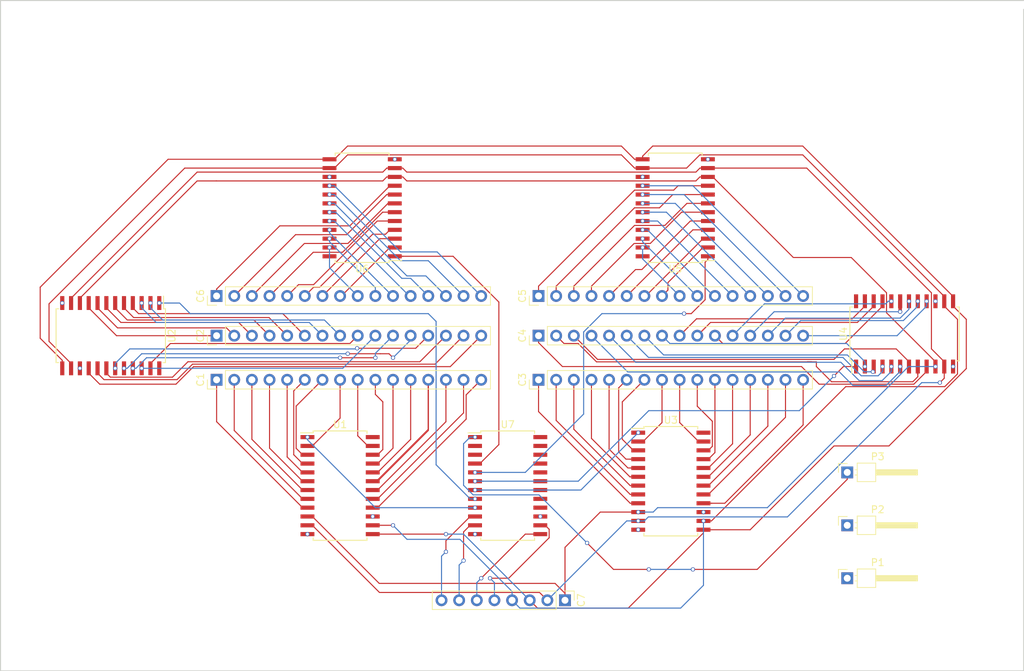
<source format=kicad_pcb>
(kicad_pcb (version 4) (host pcbnew 4.0.7)

  (general
    (links 152)
    (no_connects 120)
    (area 75.489999 34.849999 222.960001 131.520001)
    (thickness 1.6)
    (drawings 10)
    (tracks 673)
    (zones 0)
    (modules 17)
    (nets 124)
  )

  (page A4)
  (layers
    (0 F.Cu signal)
    (31 B.Cu signal)
    (32 B.Adhes user)
    (33 F.Adhes user)
    (34 B.Paste user)
    (35 F.Paste user)
    (36 B.SilkS user)
    (37 F.SilkS user)
    (38 B.Mask user)
    (39 F.Mask user)
    (40 Dwgs.User user)
    (41 Cmts.User user)
    (42 Eco1.User user)
    (43 Eco2.User user)
    (44 Edge.Cuts user)
    (45 Margin user)
    (46 B.CrtYd user)
    (47 F.CrtYd user)
    (48 B.Fab user)
    (49 F.Fab user)
  )

  (setup
    (last_trace_width 0.1524)
    (user_trace_width 0.1524)
    (trace_clearance 0.2)
    (zone_clearance 0.508)
    (zone_45_only no)
    (trace_min 0.1524)
    (segment_width 0.2)
    (edge_width 0.15)
    (via_size 0.6)
    (via_drill 0.4)
    (via_min_size 0.4)
    (via_min_drill 0.3048)
    (uvia_size 0.3)
    (uvia_drill 0.1)
    (uvias_allowed no)
    (uvia_min_size 0.2)
    (uvia_min_drill 0.1)
    (pcb_text_width 0.3)
    (pcb_text_size 1.5 1.5)
    (mod_edge_width 0.15)
    (mod_text_size 1 1)
    (mod_text_width 0.15)
    (pad_size 1.524 1.524)
    (pad_drill 0.762)
    (pad_to_mask_clearance 0.2)
    (aux_axis_origin 0 0)
    (visible_elements FFFFFF7F)
    (pcbplotparams
      (layerselection 0x00030_80000001)
      (usegerberextensions false)
      (excludeedgelayer true)
      (linewidth 0.100000)
      (plotframeref false)
      (viasonmask false)
      (mode 1)
      (useauxorigin false)
      (hpglpennumber 1)
      (hpglpenspeed 20)
      (hpglpendiameter 15)
      (hpglpenoverlay 2)
      (psnegative false)
      (psa4output false)
      (plotreference true)
      (plotvalue true)
      (plotinvisibletext false)
      (padsonsilk false)
      (subtractmaskfromsilk false)
      (outputformat 1)
      (mirror false)
      (drillshape 1)
      (scaleselection 1)
      (outputdirectory ""))
  )

  (net 0 "")
  (net 1 "Net-(C1-Pad1)")
  (net 2 "Net-(C1-Pad2)")
  (net 3 "Net-(C1-Pad3)")
  (net 4 "Net-(C1-Pad4)")
  (net 5 "Net-(C1-Pad5)")
  (net 6 "Net-(C1-Pad6)")
  (net 7 "Net-(C1-Pad7)")
  (net 8 "Net-(C1-Pad8)")
  (net 9 "Net-(C1-Pad9)")
  (net 10 "Net-(C1-Pad10)")
  (net 11 "Net-(C1-Pad11)")
  (net 12 "Net-(C1-Pad12)")
  (net 13 "Net-(C1-Pad13)")
  (net 14 "Net-(C1-Pad14)")
  (net 15 "Net-(C1-Pad15)")
  (net 16 "Net-(C1-Pad16)")
  (net 17 "Net-(C2-Pad1)")
  (net 18 "Net-(C2-Pad2)")
  (net 19 "Net-(C2-Pad3)")
  (net 20 "Net-(C2-Pad4)")
  (net 21 "Net-(C2-Pad5)")
  (net 22 "Net-(C2-Pad6)")
  (net 23 "Net-(C2-Pad7)")
  (net 24 "Net-(C2-Pad8)")
  (net 25 "Net-(C2-Pad9)")
  (net 26 "Net-(C2-Pad10)")
  (net 27 "Net-(C2-Pad11)")
  (net 28 "Net-(C2-Pad12)")
  (net 29 "Net-(C2-Pad13)")
  (net 30 "Net-(C2-Pad14)")
  (net 31 "Net-(C2-Pad15)")
  (net 32 "Net-(C2-Pad16)")
  (net 33 "Net-(C3-Pad1)")
  (net 34 "Net-(C3-Pad2)")
  (net 35 "Net-(C3-Pad3)")
  (net 36 "Net-(C3-Pad4)")
  (net 37 "Net-(C3-Pad5)")
  (net 38 "Net-(C3-Pad6)")
  (net 39 "Net-(C3-Pad7)")
  (net 40 "Net-(C3-Pad8)")
  (net 41 "Net-(C3-Pad9)")
  (net 42 "Net-(C3-Pad10)")
  (net 43 "Net-(C3-Pad11)")
  (net 44 "Net-(C3-Pad12)")
  (net 45 "Net-(C3-Pad13)")
  (net 46 "Net-(C3-Pad14)")
  (net 47 "Net-(C3-Pad15)")
  (net 48 "Net-(C3-Pad16)")
  (net 49 "Net-(C4-Pad1)")
  (net 50 "Net-(C4-Pad2)")
  (net 51 "Net-(C4-Pad3)")
  (net 52 "Net-(C4-Pad4)")
  (net 53 "Net-(C4-Pad5)")
  (net 54 "Net-(C4-Pad6)")
  (net 55 "Net-(C4-Pad7)")
  (net 56 "Net-(C4-Pad8)")
  (net 57 "Net-(C4-Pad9)")
  (net 58 "Net-(C4-Pad10)")
  (net 59 "Net-(C4-Pad11)")
  (net 60 "Net-(C4-Pad12)")
  (net 61 "Net-(C4-Pad13)")
  (net 62 "Net-(C4-Pad14)")
  (net 63 "Net-(C4-Pad15)")
  (net 64 "Net-(C4-Pad16)")
  (net 65 "Net-(C5-Pad1)")
  (net 66 "Net-(C5-Pad2)")
  (net 67 "Net-(C5-Pad3)")
  (net 68 "Net-(C5-Pad4)")
  (net 69 "Net-(C5-Pad5)")
  (net 70 "Net-(C5-Pad6)")
  (net 71 "Net-(C5-Pad7)")
  (net 72 "Net-(C5-Pad8)")
  (net 73 "Net-(C5-Pad9)")
  (net 74 "Net-(C5-Pad10)")
  (net 75 "Net-(C5-Pad11)")
  (net 76 "Net-(C5-Pad12)")
  (net 77 "Net-(C5-Pad13)")
  (net 78 "Net-(C5-Pad14)")
  (net 79 "Net-(C5-Pad15)")
  (net 80 "Net-(C5-Pad16)")
  (net 81 "Net-(C6-Pad1)")
  (net 82 "Net-(C6-Pad2)")
  (net 83 "Net-(C6-Pad3)")
  (net 84 "Net-(C6-Pad4)")
  (net 85 "Net-(C6-Pad5)")
  (net 86 "Net-(C6-Pad6)")
  (net 87 "Net-(C6-Pad7)")
  (net 88 "Net-(C6-Pad8)")
  (net 89 "Net-(C6-Pad9)")
  (net 90 "Net-(C6-Pad10)")
  (net 91 "Net-(C6-Pad11)")
  (net 92 "Net-(C6-Pad12)")
  (net 93 "Net-(C6-Pad13)")
  (net 94 "Net-(C6-Pad14)")
  (net 95 "Net-(C6-Pad15)")
  (net 96 "Net-(C6-Pad16)")
  (net 97 "Net-(C7-Pad1)")
  (net 98 "Net-(C7-Pad2)")
  (net 99 "Net-(C7-Pad3)")
  (net 100 "Net-(C7-Pad4)")
  (net 101 "Net-(C7-Pad5)")
  (net 102 "Net-(C7-Pad6)")
  (net 103 "Net-(C7-Pad7)")
  (net 104 "Net-(C7-Pad8)")
  (net 105 GND)
  (net 106 +5V)
  (net 107 Vsig)
  (net 108 "Net-(U1-Pad1)")
  (net 109 "Net-(U2-Pad1)")
  (net 110 "Net-(U3-Pad1)")
  (net 111 "Net-(U4-Pad1)")
  (net 112 "Net-(U5-Pad1)")
  (net 113 "Net-(U6-Pad1)")
  (net 114 "Net-(U7-Pad2)")
  (net 115 "Net-(U7-Pad3)")
  (net 116 "Net-(U7-Pad16)")
  (net 117 "Net-(U7-Pad17)")
  (net 118 "Net-(U7-Pad18)")
  (net 119 "Net-(U7-Pad19)")
  (net 120 "Net-(U7-Pad20)")
  (net 121 "Net-(U7-Pad21)")
  (net 122 "Net-(U7-Pad22)")
  (net 123 "Net-(U7-Pad23)")

  (net_class Default "This is the default net class."
    (clearance 0.2)
    (trace_width 0.5)
    (via_dia 0.6)
    (via_drill 0.4)
    (uvia_dia 0.3)
    (uvia_drill 0.1)
    (add_net +5V)
    (add_net GND)
    (add_net "Net-(C1-Pad1)")
    (add_net "Net-(C1-Pad10)")
    (add_net "Net-(C1-Pad11)")
    (add_net "Net-(C1-Pad12)")
    (add_net "Net-(C1-Pad13)")
    (add_net "Net-(C1-Pad14)")
    (add_net "Net-(C1-Pad15)")
    (add_net "Net-(C1-Pad16)")
    (add_net "Net-(C1-Pad2)")
    (add_net "Net-(C1-Pad3)")
    (add_net "Net-(C1-Pad4)")
    (add_net "Net-(C1-Pad5)")
    (add_net "Net-(C1-Pad6)")
    (add_net "Net-(C1-Pad7)")
    (add_net "Net-(C1-Pad8)")
    (add_net "Net-(C1-Pad9)")
    (add_net "Net-(C2-Pad1)")
    (add_net "Net-(C2-Pad10)")
    (add_net "Net-(C2-Pad11)")
    (add_net "Net-(C2-Pad12)")
    (add_net "Net-(C2-Pad13)")
    (add_net "Net-(C2-Pad14)")
    (add_net "Net-(C2-Pad15)")
    (add_net "Net-(C2-Pad16)")
    (add_net "Net-(C2-Pad2)")
    (add_net "Net-(C2-Pad3)")
    (add_net "Net-(C2-Pad4)")
    (add_net "Net-(C2-Pad5)")
    (add_net "Net-(C2-Pad6)")
    (add_net "Net-(C2-Pad7)")
    (add_net "Net-(C2-Pad8)")
    (add_net "Net-(C2-Pad9)")
    (add_net "Net-(C3-Pad1)")
    (add_net "Net-(C3-Pad10)")
    (add_net "Net-(C3-Pad11)")
    (add_net "Net-(C3-Pad12)")
    (add_net "Net-(C3-Pad13)")
    (add_net "Net-(C3-Pad14)")
    (add_net "Net-(C3-Pad15)")
    (add_net "Net-(C3-Pad16)")
    (add_net "Net-(C3-Pad2)")
    (add_net "Net-(C3-Pad3)")
    (add_net "Net-(C3-Pad4)")
    (add_net "Net-(C3-Pad5)")
    (add_net "Net-(C3-Pad6)")
    (add_net "Net-(C3-Pad7)")
    (add_net "Net-(C3-Pad8)")
    (add_net "Net-(C3-Pad9)")
    (add_net "Net-(C4-Pad1)")
    (add_net "Net-(C4-Pad10)")
    (add_net "Net-(C4-Pad11)")
    (add_net "Net-(C4-Pad12)")
    (add_net "Net-(C4-Pad13)")
    (add_net "Net-(C4-Pad14)")
    (add_net "Net-(C4-Pad15)")
    (add_net "Net-(C4-Pad16)")
    (add_net "Net-(C4-Pad2)")
    (add_net "Net-(C4-Pad3)")
    (add_net "Net-(C4-Pad4)")
    (add_net "Net-(C4-Pad5)")
    (add_net "Net-(C4-Pad6)")
    (add_net "Net-(C4-Pad7)")
    (add_net "Net-(C4-Pad8)")
    (add_net "Net-(C4-Pad9)")
    (add_net "Net-(C5-Pad1)")
    (add_net "Net-(C5-Pad10)")
    (add_net "Net-(C5-Pad11)")
    (add_net "Net-(C5-Pad12)")
    (add_net "Net-(C5-Pad13)")
    (add_net "Net-(C5-Pad14)")
    (add_net "Net-(C5-Pad15)")
    (add_net "Net-(C5-Pad16)")
    (add_net "Net-(C5-Pad2)")
    (add_net "Net-(C5-Pad3)")
    (add_net "Net-(C5-Pad4)")
    (add_net "Net-(C5-Pad5)")
    (add_net "Net-(C5-Pad6)")
    (add_net "Net-(C5-Pad7)")
    (add_net "Net-(C5-Pad8)")
    (add_net "Net-(C5-Pad9)")
    (add_net "Net-(C6-Pad1)")
    (add_net "Net-(C6-Pad10)")
    (add_net "Net-(C6-Pad11)")
    (add_net "Net-(C6-Pad12)")
    (add_net "Net-(C6-Pad13)")
    (add_net "Net-(C6-Pad14)")
    (add_net "Net-(C6-Pad15)")
    (add_net "Net-(C6-Pad16)")
    (add_net "Net-(C6-Pad2)")
    (add_net "Net-(C6-Pad3)")
    (add_net "Net-(C6-Pad4)")
    (add_net "Net-(C6-Pad5)")
    (add_net "Net-(C6-Pad6)")
    (add_net "Net-(C6-Pad7)")
    (add_net "Net-(C6-Pad8)")
    (add_net "Net-(C6-Pad9)")
    (add_net "Net-(C7-Pad1)")
    (add_net "Net-(C7-Pad2)")
    (add_net "Net-(C7-Pad3)")
    (add_net "Net-(C7-Pad4)")
    (add_net "Net-(C7-Pad5)")
    (add_net "Net-(C7-Pad6)")
    (add_net "Net-(C7-Pad7)")
    (add_net "Net-(C7-Pad8)")
    (add_net "Net-(U1-Pad1)")
    (add_net "Net-(U2-Pad1)")
    (add_net "Net-(U3-Pad1)")
    (add_net "Net-(U4-Pad1)")
    (add_net "Net-(U5-Pad1)")
    (add_net "Net-(U6-Pad1)")
    (add_net "Net-(U7-Pad16)")
    (add_net "Net-(U7-Pad17)")
    (add_net "Net-(U7-Pad18)")
    (add_net "Net-(U7-Pad19)")
    (add_net "Net-(U7-Pad2)")
    (add_net "Net-(U7-Pad20)")
    (add_net "Net-(U7-Pad21)")
    (add_net "Net-(U7-Pad22)")
    (add_net "Net-(U7-Pad23)")
    (add_net "Net-(U7-Pad3)")
    (add_net Vsig)
  )

  (net_class 1 ""
    (clearance 0.2)
    (trace_width 0.1524)
    (via_dia 0.6)
    (via_drill 0.4)
    (uvia_dia 0.3)
    (uvia_drill 0.1)
  )

  (module Housings_SOIC:SOIC-24W_7.5x15.4mm_Pitch1.27mm placed (layer F.Cu) (tedit 58CC8F64) (tstamp 5ACC4179)
    (at 172.72 64.77 180)
    (descr "24-Lead Plastic Small Outline (SO) - Wide, 7.50 mm Body [SOIC] (see Microchip Packaging Specification 00000049BS.pdf)")
    (tags "SOIC 1.27")
    (path /5ACC4096)
    (attr smd)
    (fp_text reference U5 (at 0 -8.8 180) (layer F.SilkS)
      (effects (font (size 1 1) (thickness 0.15)))
    )
    (fp_text value CD74HC4067 (at 0 8.8 180) (layer F.Fab)
      (effects (font (size 1 1) (thickness 0.15)))
    )
    (fp_text user %R (at 0 0 180) (layer F.Fab)
      (effects (font (size 1 1) (thickness 0.15)))
    )
    (fp_line (start -2.75 -7.7) (end 3.75 -7.7) (layer F.Fab) (width 0.15))
    (fp_line (start 3.75 -7.7) (end 3.75 7.7) (layer F.Fab) (width 0.15))
    (fp_line (start 3.75 7.7) (end -3.75 7.7) (layer F.Fab) (width 0.15))
    (fp_line (start -3.75 7.7) (end -3.75 -6.7) (layer F.Fab) (width 0.15))
    (fp_line (start -3.75 -6.7) (end -2.75 -7.7) (layer F.Fab) (width 0.15))
    (fp_line (start -5.95 -8.05) (end -5.95 8.05) (layer F.CrtYd) (width 0.05))
    (fp_line (start 5.95 -8.05) (end 5.95 8.05) (layer F.CrtYd) (width 0.05))
    (fp_line (start -5.95 -8.05) (end 5.95 -8.05) (layer F.CrtYd) (width 0.05))
    (fp_line (start -5.95 8.05) (end 5.95 8.05) (layer F.CrtYd) (width 0.05))
    (fp_line (start -3.875 -7.875) (end -3.875 -7.6) (layer F.SilkS) (width 0.15))
    (fp_line (start 3.875 -7.875) (end 3.875 -7.51) (layer F.SilkS) (width 0.15))
    (fp_line (start 3.875 7.875) (end 3.875 7.51) (layer F.SilkS) (width 0.15))
    (fp_line (start -3.875 7.875) (end -3.875 7.51) (layer F.SilkS) (width 0.15))
    (fp_line (start -3.875 -7.875) (end 3.875 -7.875) (layer F.SilkS) (width 0.15))
    (fp_line (start -3.875 7.875) (end 3.875 7.875) (layer F.SilkS) (width 0.15))
    (fp_line (start -3.875 -7.6) (end -5.7 -7.6) (layer F.SilkS) (width 0.15))
    (pad 1 smd rect (at -4.7 -6.985 180) (size 2 0.6) (layers F.Cu F.Paste F.Mask)
      (net 112 "Net-(U5-Pad1)"))
    (pad 2 smd rect (at -4.7 -5.715 180) (size 2 0.6) (layers F.Cu F.Paste F.Mask)
      (net 72 "Net-(C5-Pad8)"))
    (pad 3 smd rect (at -4.7 -4.445 180) (size 2 0.6) (layers F.Cu F.Paste F.Mask)
      (net 71 "Net-(C5-Pad7)"))
    (pad 4 smd rect (at -4.7 -3.175 180) (size 2 0.6) (layers F.Cu F.Paste F.Mask)
      (net 70 "Net-(C5-Pad6)"))
    (pad 5 smd rect (at -4.7 -1.905 180) (size 2 0.6) (layers F.Cu F.Paste F.Mask)
      (net 69 "Net-(C5-Pad5)"))
    (pad 6 smd rect (at -4.7 -0.635 180) (size 2 0.6) (layers F.Cu F.Paste F.Mask)
      (net 68 "Net-(C5-Pad4)"))
    (pad 7 smd rect (at -4.7 0.635 180) (size 2 0.6) (layers F.Cu F.Paste F.Mask)
      (net 67 "Net-(C5-Pad3)"))
    (pad 8 smd rect (at -4.7 1.905 180) (size 2 0.6) (layers F.Cu F.Paste F.Mask)
      (net 66 "Net-(C5-Pad2)"))
    (pad 9 smd rect (at -4.7 3.175 180) (size 2 0.6) (layers F.Cu F.Paste F.Mask)
      (net 65 "Net-(C5-Pad1)"))
    (pad 10 smd rect (at -4.7 4.445 180) (size 2 0.6) (layers F.Cu F.Paste F.Mask)
      (net 97 "Net-(C7-Pad1)"))
    (pad 11 smd rect (at -4.7 5.715 180) (size 2 0.6) (layers F.Cu F.Paste F.Mask)
      (net 98 "Net-(C7-Pad2)"))
    (pad 12 smd rect (at -4.7 6.985 180) (size 2 0.6) (layers F.Cu F.Paste F.Mask)
      (net 105 GND))
    (pad 13 smd rect (at 4.7 6.985 180) (size 2 0.6) (layers F.Cu F.Paste F.Mask)
      (net 99 "Net-(C7-Pad3)"))
    (pad 14 smd rect (at 4.7 5.715 180) (size 2 0.6) (layers F.Cu F.Paste F.Mask)
      (net 100 "Net-(C7-Pad4)"))
    (pad 15 smd rect (at 4.7 4.445 180) (size 2 0.6) (layers F.Cu F.Paste F.Mask)
      (net 105 GND))
    (pad 16 smd rect (at 4.7 3.175 180) (size 2 0.6) (layers F.Cu F.Paste F.Mask)
      (net 80 "Net-(C5-Pad16)"))
    (pad 17 smd rect (at 4.7 1.905 180) (size 2 0.6) (layers F.Cu F.Paste F.Mask)
      (net 79 "Net-(C5-Pad15)"))
    (pad 18 smd rect (at 4.7 0.635 180) (size 2 0.6) (layers F.Cu F.Paste F.Mask)
      (net 78 "Net-(C5-Pad14)"))
    (pad 19 smd rect (at 4.7 -0.635 180) (size 2 0.6) (layers F.Cu F.Paste F.Mask)
      (net 77 "Net-(C5-Pad13)"))
    (pad 20 smd rect (at 4.7 -1.905 180) (size 2 0.6) (layers F.Cu F.Paste F.Mask)
      (net 76 "Net-(C5-Pad12)"))
    (pad 21 smd rect (at 4.7 -3.175 180) (size 2 0.6) (layers F.Cu F.Paste F.Mask)
      (net 75 "Net-(C5-Pad11)"))
    (pad 22 smd rect (at 4.7 -4.445 180) (size 2 0.6) (layers F.Cu F.Paste F.Mask)
      (net 74 "Net-(C5-Pad10)"))
    (pad 23 smd rect (at 4.7 -5.715 180) (size 2 0.6) (layers F.Cu F.Paste F.Mask)
      (net 73 "Net-(C5-Pad9)"))
    (pad 24 smd rect (at 4.7 -6.985 180) (size 2 0.6) (layers F.Cu F.Paste F.Mask)
      (net 106 +5V))
    (model ${KISYS3DMOD}/Housings_SOIC.3dshapes/SOIC-24W_7.5x15.4mm_Pitch1.27mm.wrl
      (at (xyz 0 0 0))
      (scale (xyz 1 1 1))
      (rotate (xyz 0 0 0))
    )
  )

  (module Pin_Headers:Pin_Header_Straight_1x16_Pitch2.54mm placed (layer F.Cu) (tedit 59650532) (tstamp 5ACC40AA)
    (at 153.035 83.185 90)
    (descr "Through hole straight pin header, 1x16, 2.54mm pitch, single row")
    (tags "Through hole pin header THT 1x16 2.54mm single row")
    (path /5ACC3A9D)
    (fp_text reference C4 (at 0 -2.33 90) (layer F.SilkS)
      (effects (font (size 1 1) (thickness 0.15)))
    )
    (fp_text value CONN_01X16 (at 0 40.43 90) (layer F.Fab)
      (effects (font (size 1 1) (thickness 0.15)))
    )
    (fp_line (start -0.635 -1.27) (end 1.27 -1.27) (layer F.Fab) (width 0.1))
    (fp_line (start 1.27 -1.27) (end 1.27 39.37) (layer F.Fab) (width 0.1))
    (fp_line (start 1.27 39.37) (end -1.27 39.37) (layer F.Fab) (width 0.1))
    (fp_line (start -1.27 39.37) (end -1.27 -0.635) (layer F.Fab) (width 0.1))
    (fp_line (start -1.27 -0.635) (end -0.635 -1.27) (layer F.Fab) (width 0.1))
    (fp_line (start -1.33 39.43) (end 1.33 39.43) (layer F.SilkS) (width 0.12))
    (fp_line (start -1.33 1.27) (end -1.33 39.43) (layer F.SilkS) (width 0.12))
    (fp_line (start 1.33 1.27) (end 1.33 39.43) (layer F.SilkS) (width 0.12))
    (fp_line (start -1.33 1.27) (end 1.33 1.27) (layer F.SilkS) (width 0.12))
    (fp_line (start -1.33 0) (end -1.33 -1.33) (layer F.SilkS) (width 0.12))
    (fp_line (start -1.33 -1.33) (end 0 -1.33) (layer F.SilkS) (width 0.12))
    (fp_line (start -1.8 -1.8) (end -1.8 39.9) (layer F.CrtYd) (width 0.05))
    (fp_line (start -1.8 39.9) (end 1.8 39.9) (layer F.CrtYd) (width 0.05))
    (fp_line (start 1.8 39.9) (end 1.8 -1.8) (layer F.CrtYd) (width 0.05))
    (fp_line (start 1.8 -1.8) (end -1.8 -1.8) (layer F.CrtYd) (width 0.05))
    (fp_text user %R (at 0 19.05 180) (layer F.Fab)
      (effects (font (size 1 1) (thickness 0.15)))
    )
    (pad 1 thru_hole rect (at 0 0 90) (size 1.7 1.7) (drill 1) (layers *.Cu *.Mask)
      (net 49 "Net-(C4-Pad1)"))
    (pad 2 thru_hole oval (at 0 2.54 90) (size 1.7 1.7) (drill 1) (layers *.Cu *.Mask)
      (net 50 "Net-(C4-Pad2)"))
    (pad 3 thru_hole oval (at 0 5.08 90) (size 1.7 1.7) (drill 1) (layers *.Cu *.Mask)
      (net 51 "Net-(C4-Pad3)"))
    (pad 4 thru_hole oval (at 0 7.62 90) (size 1.7 1.7) (drill 1) (layers *.Cu *.Mask)
      (net 52 "Net-(C4-Pad4)"))
    (pad 5 thru_hole oval (at 0 10.16 90) (size 1.7 1.7) (drill 1) (layers *.Cu *.Mask)
      (net 53 "Net-(C4-Pad5)"))
    (pad 6 thru_hole oval (at 0 12.7 90) (size 1.7 1.7) (drill 1) (layers *.Cu *.Mask)
      (net 54 "Net-(C4-Pad6)"))
    (pad 7 thru_hole oval (at 0 15.24 90) (size 1.7 1.7) (drill 1) (layers *.Cu *.Mask)
      (net 55 "Net-(C4-Pad7)"))
    (pad 8 thru_hole oval (at 0 17.78 90) (size 1.7 1.7) (drill 1) (layers *.Cu *.Mask)
      (net 56 "Net-(C4-Pad8)"))
    (pad 9 thru_hole oval (at 0 20.32 90) (size 1.7 1.7) (drill 1) (layers *.Cu *.Mask)
      (net 57 "Net-(C4-Pad9)"))
    (pad 10 thru_hole oval (at 0 22.86 90) (size 1.7 1.7) (drill 1) (layers *.Cu *.Mask)
      (net 58 "Net-(C4-Pad10)"))
    (pad 11 thru_hole oval (at 0 25.4 90) (size 1.7 1.7) (drill 1) (layers *.Cu *.Mask)
      (net 59 "Net-(C4-Pad11)"))
    (pad 12 thru_hole oval (at 0 27.94 90) (size 1.7 1.7) (drill 1) (layers *.Cu *.Mask)
      (net 60 "Net-(C4-Pad12)"))
    (pad 13 thru_hole oval (at 0 30.48 90) (size 1.7 1.7) (drill 1) (layers *.Cu *.Mask)
      (net 61 "Net-(C4-Pad13)"))
    (pad 14 thru_hole oval (at 0 33.02 90) (size 1.7 1.7) (drill 1) (layers *.Cu *.Mask)
      (net 62 "Net-(C4-Pad14)"))
    (pad 15 thru_hole oval (at 0 35.56 90) (size 1.7 1.7) (drill 1) (layers *.Cu *.Mask)
      (net 63 "Net-(C4-Pad15)"))
    (pad 16 thru_hole oval (at 0 38.1 90) (size 1.7 1.7) (drill 1) (layers *.Cu *.Mask)
      (net 64 "Net-(C4-Pad16)"))
    (model ${KISYS3DMOD}/Pin_Headers.3dshapes/Pin_Header_Straight_1x16_Pitch2.54mm.wrl
      (at (xyz 0 0 0))
      (scale (xyz 1 1 1))
      (rotate (xyz 0 0 0))
    )
  )

  (module Housings_SOIC:SOIC-24W_7.5x15.4mm_Pitch1.27mm placed (layer F.Cu) (tedit 58CC8F64) (tstamp 5ACC415D)
    (at 205.74 82.93 90)
    (descr "24-Lead Plastic Small Outline (SO) - Wide, 7.50 mm Body [SOIC] (see Microchip Packaging Specification 00000049BS.pdf)")
    (tags "SOIC 1.27")
    (path /5ACC3A97)
    (attr smd)
    (fp_text reference U4 (at 0 -8.8 90) (layer F.SilkS)
      (effects (font (size 1 1) (thickness 0.15)))
    )
    (fp_text value CD74HC4067 (at 0 8.8 90) (layer F.Fab)
      (effects (font (size 1 1) (thickness 0.15)))
    )
    (fp_text user %R (at 0 0 90) (layer F.Fab)
      (effects (font (size 1 1) (thickness 0.15)))
    )
    (fp_line (start -2.75 -7.7) (end 3.75 -7.7) (layer F.Fab) (width 0.15))
    (fp_line (start 3.75 -7.7) (end 3.75 7.7) (layer F.Fab) (width 0.15))
    (fp_line (start 3.75 7.7) (end -3.75 7.7) (layer F.Fab) (width 0.15))
    (fp_line (start -3.75 7.7) (end -3.75 -6.7) (layer F.Fab) (width 0.15))
    (fp_line (start -3.75 -6.7) (end -2.75 -7.7) (layer F.Fab) (width 0.15))
    (fp_line (start -5.95 -8.05) (end -5.95 8.05) (layer F.CrtYd) (width 0.05))
    (fp_line (start 5.95 -8.05) (end 5.95 8.05) (layer F.CrtYd) (width 0.05))
    (fp_line (start -5.95 -8.05) (end 5.95 -8.05) (layer F.CrtYd) (width 0.05))
    (fp_line (start -5.95 8.05) (end 5.95 8.05) (layer F.CrtYd) (width 0.05))
    (fp_line (start -3.875 -7.875) (end -3.875 -7.6) (layer F.SilkS) (width 0.15))
    (fp_line (start 3.875 -7.875) (end 3.875 -7.51) (layer F.SilkS) (width 0.15))
    (fp_line (start 3.875 7.875) (end 3.875 7.51) (layer F.SilkS) (width 0.15))
    (fp_line (start -3.875 7.875) (end -3.875 7.51) (layer F.SilkS) (width 0.15))
    (fp_line (start -3.875 -7.875) (end 3.875 -7.875) (layer F.SilkS) (width 0.15))
    (fp_line (start -3.875 7.875) (end 3.875 7.875) (layer F.SilkS) (width 0.15))
    (fp_line (start -3.875 -7.6) (end -5.7 -7.6) (layer F.SilkS) (width 0.15))
    (pad 1 smd rect (at -4.7 -6.985 90) (size 2 0.6) (layers F.Cu F.Paste F.Mask)
      (net 111 "Net-(U4-Pad1)"))
    (pad 2 smd rect (at -4.7 -5.715 90) (size 2 0.6) (layers F.Cu F.Paste F.Mask)
      (net 56 "Net-(C4-Pad8)"))
    (pad 3 smd rect (at -4.7 -4.445 90) (size 2 0.6) (layers F.Cu F.Paste F.Mask)
      (net 55 "Net-(C4-Pad7)"))
    (pad 4 smd rect (at -4.7 -3.175 90) (size 2 0.6) (layers F.Cu F.Paste F.Mask)
      (net 54 "Net-(C4-Pad6)"))
    (pad 5 smd rect (at -4.7 -1.905 90) (size 2 0.6) (layers F.Cu F.Paste F.Mask)
      (net 53 "Net-(C4-Pad5)"))
    (pad 6 smd rect (at -4.7 -0.635 90) (size 2 0.6) (layers F.Cu F.Paste F.Mask)
      (net 52 "Net-(C4-Pad4)"))
    (pad 7 smd rect (at -4.7 0.635 90) (size 2 0.6) (layers F.Cu F.Paste F.Mask)
      (net 51 "Net-(C4-Pad3)"))
    (pad 8 smd rect (at -4.7 1.905 90) (size 2 0.6) (layers F.Cu F.Paste F.Mask)
      (net 50 "Net-(C4-Pad2)"))
    (pad 9 smd rect (at -4.7 3.175 90) (size 2 0.6) (layers F.Cu F.Paste F.Mask)
      (net 49 "Net-(C4-Pad1)"))
    (pad 10 smd rect (at -4.7 4.445 90) (size 2 0.6) (layers F.Cu F.Paste F.Mask)
      (net 97 "Net-(C7-Pad1)"))
    (pad 11 smd rect (at -4.7 5.715 90) (size 2 0.6) (layers F.Cu F.Paste F.Mask)
      (net 98 "Net-(C7-Pad2)"))
    (pad 12 smd rect (at -4.7 6.985 90) (size 2 0.6) (layers F.Cu F.Paste F.Mask)
      (net 105 GND))
    (pad 13 smd rect (at 4.7 6.985 90) (size 2 0.6) (layers F.Cu F.Paste F.Mask)
      (net 99 "Net-(C7-Pad3)"))
    (pad 14 smd rect (at 4.7 5.715 90) (size 2 0.6) (layers F.Cu F.Paste F.Mask)
      (net 100 "Net-(C7-Pad4)"))
    (pad 15 smd rect (at 4.7 4.445 90) (size 2 0.6) (layers F.Cu F.Paste F.Mask)
      (net 105 GND))
    (pad 16 smd rect (at 4.7 3.175 90) (size 2 0.6) (layers F.Cu F.Paste F.Mask)
      (net 64 "Net-(C4-Pad16)"))
    (pad 17 smd rect (at 4.7 1.905 90) (size 2 0.6) (layers F.Cu F.Paste F.Mask)
      (net 63 "Net-(C4-Pad15)"))
    (pad 18 smd rect (at 4.7 0.635 90) (size 2 0.6) (layers F.Cu F.Paste F.Mask)
      (net 62 "Net-(C4-Pad14)"))
    (pad 19 smd rect (at 4.7 -0.635 90) (size 2 0.6) (layers F.Cu F.Paste F.Mask)
      (net 61 "Net-(C4-Pad13)"))
    (pad 20 smd rect (at 4.7 -1.905 90) (size 2 0.6) (layers F.Cu F.Paste F.Mask)
      (net 60 "Net-(C4-Pad12)"))
    (pad 21 smd rect (at 4.7 -3.175 90) (size 2 0.6) (layers F.Cu F.Paste F.Mask)
      (net 59 "Net-(C4-Pad11)"))
    (pad 22 smd rect (at 4.7 -4.445 90) (size 2 0.6) (layers F.Cu F.Paste F.Mask)
      (net 58 "Net-(C4-Pad10)"))
    (pad 23 smd rect (at 4.7 -5.715 90) (size 2 0.6) (layers F.Cu F.Paste F.Mask)
      (net 57 "Net-(C4-Pad9)"))
    (pad 24 smd rect (at 4.7 -6.985 90) (size 2 0.6) (layers F.Cu F.Paste F.Mask)
      (net 106 +5V))
    (model ${KISYS3DMOD}/Housings_SOIC.3dshapes/SOIC-24W_7.5x15.4mm_Pitch1.27mm.wrl
      (at (xyz 0 0 0))
      (scale (xyz 1 1 1))
      (rotate (xyz 0 0 0))
    )
  )

  (module Pin_Headers:Pin_Header_Straight_1x16_Pitch2.54mm placed (layer F.Cu) (tedit 59650532) (tstamp 5ACC406E)
    (at 106.68 89.535 90)
    (descr "Through hole straight pin header, 1x16, 2.54mm pitch, single row")
    (tags "Through hole pin header THT 1x16 2.54mm single row")
    (path /5ACC386D)
    (fp_text reference C1 (at 0 -2.33 90) (layer F.SilkS)
      (effects (font (size 1 1) (thickness 0.15)))
    )
    (fp_text value CONN_01X16 (at 0 40.43 90) (layer F.Fab)
      (effects (font (size 1 1) (thickness 0.15)))
    )
    (fp_line (start -0.635 -1.27) (end 1.27 -1.27) (layer F.Fab) (width 0.1))
    (fp_line (start 1.27 -1.27) (end 1.27 39.37) (layer F.Fab) (width 0.1))
    (fp_line (start 1.27 39.37) (end -1.27 39.37) (layer F.Fab) (width 0.1))
    (fp_line (start -1.27 39.37) (end -1.27 -0.635) (layer F.Fab) (width 0.1))
    (fp_line (start -1.27 -0.635) (end -0.635 -1.27) (layer F.Fab) (width 0.1))
    (fp_line (start -1.33 39.43) (end 1.33 39.43) (layer F.SilkS) (width 0.12))
    (fp_line (start -1.33 1.27) (end -1.33 39.43) (layer F.SilkS) (width 0.12))
    (fp_line (start 1.33 1.27) (end 1.33 39.43) (layer F.SilkS) (width 0.12))
    (fp_line (start -1.33 1.27) (end 1.33 1.27) (layer F.SilkS) (width 0.12))
    (fp_line (start -1.33 0) (end -1.33 -1.33) (layer F.SilkS) (width 0.12))
    (fp_line (start -1.33 -1.33) (end 0 -1.33) (layer F.SilkS) (width 0.12))
    (fp_line (start -1.8 -1.8) (end -1.8 39.9) (layer F.CrtYd) (width 0.05))
    (fp_line (start -1.8 39.9) (end 1.8 39.9) (layer F.CrtYd) (width 0.05))
    (fp_line (start 1.8 39.9) (end 1.8 -1.8) (layer F.CrtYd) (width 0.05))
    (fp_line (start 1.8 -1.8) (end -1.8 -1.8) (layer F.CrtYd) (width 0.05))
    (fp_text user %R (at 0 19.05 180) (layer F.Fab)
      (effects (font (size 1 1) (thickness 0.15)))
    )
    (pad 1 thru_hole rect (at 0 0 90) (size 1.7 1.7) (drill 1) (layers *.Cu *.Mask)
      (net 1 "Net-(C1-Pad1)"))
    (pad 2 thru_hole oval (at 0 2.54 90) (size 1.7 1.7) (drill 1) (layers *.Cu *.Mask)
      (net 2 "Net-(C1-Pad2)"))
    (pad 3 thru_hole oval (at 0 5.08 90) (size 1.7 1.7) (drill 1) (layers *.Cu *.Mask)
      (net 3 "Net-(C1-Pad3)"))
    (pad 4 thru_hole oval (at 0 7.62 90) (size 1.7 1.7) (drill 1) (layers *.Cu *.Mask)
      (net 4 "Net-(C1-Pad4)"))
    (pad 5 thru_hole oval (at 0 10.16 90) (size 1.7 1.7) (drill 1) (layers *.Cu *.Mask)
      (net 5 "Net-(C1-Pad5)"))
    (pad 6 thru_hole oval (at 0 12.7 90) (size 1.7 1.7) (drill 1) (layers *.Cu *.Mask)
      (net 6 "Net-(C1-Pad6)"))
    (pad 7 thru_hole oval (at 0 15.24 90) (size 1.7 1.7) (drill 1) (layers *.Cu *.Mask)
      (net 7 "Net-(C1-Pad7)"))
    (pad 8 thru_hole oval (at 0 17.78 90) (size 1.7 1.7) (drill 1) (layers *.Cu *.Mask)
      (net 8 "Net-(C1-Pad8)"))
    (pad 9 thru_hole oval (at 0 20.32 90) (size 1.7 1.7) (drill 1) (layers *.Cu *.Mask)
      (net 9 "Net-(C1-Pad9)"))
    (pad 10 thru_hole oval (at 0 22.86 90) (size 1.7 1.7) (drill 1) (layers *.Cu *.Mask)
      (net 10 "Net-(C1-Pad10)"))
    (pad 11 thru_hole oval (at 0 25.4 90) (size 1.7 1.7) (drill 1) (layers *.Cu *.Mask)
      (net 11 "Net-(C1-Pad11)"))
    (pad 12 thru_hole oval (at 0 27.94 90) (size 1.7 1.7) (drill 1) (layers *.Cu *.Mask)
      (net 12 "Net-(C1-Pad12)"))
    (pad 13 thru_hole oval (at 0 30.48 90) (size 1.7 1.7) (drill 1) (layers *.Cu *.Mask)
      (net 13 "Net-(C1-Pad13)"))
    (pad 14 thru_hole oval (at 0 33.02 90) (size 1.7 1.7) (drill 1) (layers *.Cu *.Mask)
      (net 14 "Net-(C1-Pad14)"))
    (pad 15 thru_hole oval (at 0 35.56 90) (size 1.7 1.7) (drill 1) (layers *.Cu *.Mask)
      (net 15 "Net-(C1-Pad15)"))
    (pad 16 thru_hole oval (at 0 38.1 90) (size 1.7 1.7) (drill 1) (layers *.Cu *.Mask)
      (net 16 "Net-(C1-Pad16)"))
    (model ${KISYS3DMOD}/Pin_Headers.3dshapes/Pin_Header_Straight_1x16_Pitch2.54mm.wrl
      (at (xyz 0 0 0))
      (scale (xyz 1 1 1))
      (rotate (xyz 0 0 0))
    )
  )

  (module Pin_Headers:Pin_Header_Straight_1x16_Pitch2.54mm placed (layer F.Cu) (tedit 59650532) (tstamp 5ACC4082)
    (at 106.68 83.185 90)
    (descr "Through hole straight pin header, 1x16, 2.54mm pitch, single row")
    (tags "Through hole pin header THT 1x16 2.54mm single row")
    (path /5ACC271D)
    (fp_text reference C2 (at 0 -2.33 90) (layer F.SilkS)
      (effects (font (size 1 1) (thickness 0.15)))
    )
    (fp_text value CONN_01X16 (at 0 40.43 90) (layer F.Fab)
      (effects (font (size 1 1) (thickness 0.15)))
    )
    (fp_line (start -0.635 -1.27) (end 1.27 -1.27) (layer F.Fab) (width 0.1))
    (fp_line (start 1.27 -1.27) (end 1.27 39.37) (layer F.Fab) (width 0.1))
    (fp_line (start 1.27 39.37) (end -1.27 39.37) (layer F.Fab) (width 0.1))
    (fp_line (start -1.27 39.37) (end -1.27 -0.635) (layer F.Fab) (width 0.1))
    (fp_line (start -1.27 -0.635) (end -0.635 -1.27) (layer F.Fab) (width 0.1))
    (fp_line (start -1.33 39.43) (end 1.33 39.43) (layer F.SilkS) (width 0.12))
    (fp_line (start -1.33 1.27) (end -1.33 39.43) (layer F.SilkS) (width 0.12))
    (fp_line (start 1.33 1.27) (end 1.33 39.43) (layer F.SilkS) (width 0.12))
    (fp_line (start -1.33 1.27) (end 1.33 1.27) (layer F.SilkS) (width 0.12))
    (fp_line (start -1.33 0) (end -1.33 -1.33) (layer F.SilkS) (width 0.12))
    (fp_line (start -1.33 -1.33) (end 0 -1.33) (layer F.SilkS) (width 0.12))
    (fp_line (start -1.8 -1.8) (end -1.8 39.9) (layer F.CrtYd) (width 0.05))
    (fp_line (start -1.8 39.9) (end 1.8 39.9) (layer F.CrtYd) (width 0.05))
    (fp_line (start 1.8 39.9) (end 1.8 -1.8) (layer F.CrtYd) (width 0.05))
    (fp_line (start 1.8 -1.8) (end -1.8 -1.8) (layer F.CrtYd) (width 0.05))
    (fp_text user %R (at 0 19.05 180) (layer F.Fab)
      (effects (font (size 1 1) (thickness 0.15)))
    )
    (pad 1 thru_hole rect (at 0 0 90) (size 1.7 1.7) (drill 1) (layers *.Cu *.Mask)
      (net 17 "Net-(C2-Pad1)"))
    (pad 2 thru_hole oval (at 0 2.54 90) (size 1.7 1.7) (drill 1) (layers *.Cu *.Mask)
      (net 18 "Net-(C2-Pad2)"))
    (pad 3 thru_hole oval (at 0 5.08 90) (size 1.7 1.7) (drill 1) (layers *.Cu *.Mask)
      (net 19 "Net-(C2-Pad3)"))
    (pad 4 thru_hole oval (at 0 7.62 90) (size 1.7 1.7) (drill 1) (layers *.Cu *.Mask)
      (net 20 "Net-(C2-Pad4)"))
    (pad 5 thru_hole oval (at 0 10.16 90) (size 1.7 1.7) (drill 1) (layers *.Cu *.Mask)
      (net 21 "Net-(C2-Pad5)"))
    (pad 6 thru_hole oval (at 0 12.7 90) (size 1.7 1.7) (drill 1) (layers *.Cu *.Mask)
      (net 22 "Net-(C2-Pad6)"))
    (pad 7 thru_hole oval (at 0 15.24 90) (size 1.7 1.7) (drill 1) (layers *.Cu *.Mask)
      (net 23 "Net-(C2-Pad7)"))
    (pad 8 thru_hole oval (at 0 17.78 90) (size 1.7 1.7) (drill 1) (layers *.Cu *.Mask)
      (net 24 "Net-(C2-Pad8)"))
    (pad 9 thru_hole oval (at 0 20.32 90) (size 1.7 1.7) (drill 1) (layers *.Cu *.Mask)
      (net 25 "Net-(C2-Pad9)"))
    (pad 10 thru_hole oval (at 0 22.86 90) (size 1.7 1.7) (drill 1) (layers *.Cu *.Mask)
      (net 26 "Net-(C2-Pad10)"))
    (pad 11 thru_hole oval (at 0 25.4 90) (size 1.7 1.7) (drill 1) (layers *.Cu *.Mask)
      (net 27 "Net-(C2-Pad11)"))
    (pad 12 thru_hole oval (at 0 27.94 90) (size 1.7 1.7) (drill 1) (layers *.Cu *.Mask)
      (net 28 "Net-(C2-Pad12)"))
    (pad 13 thru_hole oval (at 0 30.48 90) (size 1.7 1.7) (drill 1) (layers *.Cu *.Mask)
      (net 29 "Net-(C2-Pad13)"))
    (pad 14 thru_hole oval (at 0 33.02 90) (size 1.7 1.7) (drill 1) (layers *.Cu *.Mask)
      (net 30 "Net-(C2-Pad14)"))
    (pad 15 thru_hole oval (at 0 35.56 90) (size 1.7 1.7) (drill 1) (layers *.Cu *.Mask)
      (net 31 "Net-(C2-Pad15)"))
    (pad 16 thru_hole oval (at 0 38.1 90) (size 1.7 1.7) (drill 1) (layers *.Cu *.Mask)
      (net 32 "Net-(C2-Pad16)"))
    (model ${KISYS3DMOD}/Pin_Headers.3dshapes/Pin_Header_Straight_1x16_Pitch2.54mm.wrl
      (at (xyz 0 0 0))
      (scale (xyz 1 1 1))
      (rotate (xyz 0 0 0))
    )
  )

  (module Pin_Headers:Pin_Header_Straight_1x16_Pitch2.54mm placed (layer F.Cu) (tedit 59650532) (tstamp 5ACC4096)
    (at 153.035 89.535 90)
    (descr "Through hole straight pin header, 1x16, 2.54mm pitch, single row")
    (tags "Through hole pin header THT 1x16 2.54mm single row")
    (path /5ACC3AEC)
    (fp_text reference C3 (at 0 -2.33 90) (layer F.SilkS)
      (effects (font (size 1 1) (thickness 0.15)))
    )
    (fp_text value CONN_01X16 (at 0 40.43 90) (layer F.Fab)
      (effects (font (size 1 1) (thickness 0.15)))
    )
    (fp_line (start -0.635 -1.27) (end 1.27 -1.27) (layer F.Fab) (width 0.1))
    (fp_line (start 1.27 -1.27) (end 1.27 39.37) (layer F.Fab) (width 0.1))
    (fp_line (start 1.27 39.37) (end -1.27 39.37) (layer F.Fab) (width 0.1))
    (fp_line (start -1.27 39.37) (end -1.27 -0.635) (layer F.Fab) (width 0.1))
    (fp_line (start -1.27 -0.635) (end -0.635 -1.27) (layer F.Fab) (width 0.1))
    (fp_line (start -1.33 39.43) (end 1.33 39.43) (layer F.SilkS) (width 0.12))
    (fp_line (start -1.33 1.27) (end -1.33 39.43) (layer F.SilkS) (width 0.12))
    (fp_line (start 1.33 1.27) (end 1.33 39.43) (layer F.SilkS) (width 0.12))
    (fp_line (start -1.33 1.27) (end 1.33 1.27) (layer F.SilkS) (width 0.12))
    (fp_line (start -1.33 0) (end -1.33 -1.33) (layer F.SilkS) (width 0.12))
    (fp_line (start -1.33 -1.33) (end 0 -1.33) (layer F.SilkS) (width 0.12))
    (fp_line (start -1.8 -1.8) (end -1.8 39.9) (layer F.CrtYd) (width 0.05))
    (fp_line (start -1.8 39.9) (end 1.8 39.9) (layer F.CrtYd) (width 0.05))
    (fp_line (start 1.8 39.9) (end 1.8 -1.8) (layer F.CrtYd) (width 0.05))
    (fp_line (start 1.8 -1.8) (end -1.8 -1.8) (layer F.CrtYd) (width 0.05))
    (fp_text user %R (at 0 19.05 180) (layer F.Fab)
      (effects (font (size 1 1) (thickness 0.15)))
    )
    (pad 1 thru_hole rect (at 0 0 90) (size 1.7 1.7) (drill 1) (layers *.Cu *.Mask)
      (net 33 "Net-(C3-Pad1)"))
    (pad 2 thru_hole oval (at 0 2.54 90) (size 1.7 1.7) (drill 1) (layers *.Cu *.Mask)
      (net 34 "Net-(C3-Pad2)"))
    (pad 3 thru_hole oval (at 0 5.08 90) (size 1.7 1.7) (drill 1) (layers *.Cu *.Mask)
      (net 35 "Net-(C3-Pad3)"))
    (pad 4 thru_hole oval (at 0 7.62 90) (size 1.7 1.7) (drill 1) (layers *.Cu *.Mask)
      (net 36 "Net-(C3-Pad4)"))
    (pad 5 thru_hole oval (at 0 10.16 90) (size 1.7 1.7) (drill 1) (layers *.Cu *.Mask)
      (net 37 "Net-(C3-Pad5)"))
    (pad 6 thru_hole oval (at 0 12.7 90) (size 1.7 1.7) (drill 1) (layers *.Cu *.Mask)
      (net 38 "Net-(C3-Pad6)"))
    (pad 7 thru_hole oval (at 0 15.24 90) (size 1.7 1.7) (drill 1) (layers *.Cu *.Mask)
      (net 39 "Net-(C3-Pad7)"))
    (pad 8 thru_hole oval (at 0 17.78 90) (size 1.7 1.7) (drill 1) (layers *.Cu *.Mask)
      (net 40 "Net-(C3-Pad8)"))
    (pad 9 thru_hole oval (at 0 20.32 90) (size 1.7 1.7) (drill 1) (layers *.Cu *.Mask)
      (net 41 "Net-(C3-Pad9)"))
    (pad 10 thru_hole oval (at 0 22.86 90) (size 1.7 1.7) (drill 1) (layers *.Cu *.Mask)
      (net 42 "Net-(C3-Pad10)"))
    (pad 11 thru_hole oval (at 0 25.4 90) (size 1.7 1.7) (drill 1) (layers *.Cu *.Mask)
      (net 43 "Net-(C3-Pad11)"))
    (pad 12 thru_hole oval (at 0 27.94 90) (size 1.7 1.7) (drill 1) (layers *.Cu *.Mask)
      (net 44 "Net-(C3-Pad12)"))
    (pad 13 thru_hole oval (at 0 30.48 90) (size 1.7 1.7) (drill 1) (layers *.Cu *.Mask)
      (net 45 "Net-(C3-Pad13)"))
    (pad 14 thru_hole oval (at 0 33.02 90) (size 1.7 1.7) (drill 1) (layers *.Cu *.Mask)
      (net 46 "Net-(C3-Pad14)"))
    (pad 15 thru_hole oval (at 0 35.56 90) (size 1.7 1.7) (drill 1) (layers *.Cu *.Mask)
      (net 47 "Net-(C3-Pad15)"))
    (pad 16 thru_hole oval (at 0 38.1 90) (size 1.7 1.7) (drill 1) (layers *.Cu *.Mask)
      (net 48 "Net-(C3-Pad16)"))
    (model ${KISYS3DMOD}/Pin_Headers.3dshapes/Pin_Header_Straight_1x16_Pitch2.54mm.wrl
      (at (xyz 0 0 0))
      (scale (xyz 1 1 1))
      (rotate (xyz 0 0 0))
    )
  )

  (module Pin_Headers:Pin_Header_Straight_1x16_Pitch2.54mm placed (layer F.Cu) (tedit 59650532) (tstamp 5ACC40BE)
    (at 153.035 77.47 90)
    (descr "Through hole straight pin header, 1x16, 2.54mm pitch, single row")
    (tags "Through hole pin header THT 1x16 2.54mm single row")
    (path /5ACC409C)
    (fp_text reference C5 (at 0 -2.33 90) (layer F.SilkS)
      (effects (font (size 1 1) (thickness 0.15)))
    )
    (fp_text value CONN_01X16 (at 0 40.43 90) (layer F.Fab)
      (effects (font (size 1 1) (thickness 0.15)))
    )
    (fp_line (start -0.635 -1.27) (end 1.27 -1.27) (layer F.Fab) (width 0.1))
    (fp_line (start 1.27 -1.27) (end 1.27 39.37) (layer F.Fab) (width 0.1))
    (fp_line (start 1.27 39.37) (end -1.27 39.37) (layer F.Fab) (width 0.1))
    (fp_line (start -1.27 39.37) (end -1.27 -0.635) (layer F.Fab) (width 0.1))
    (fp_line (start -1.27 -0.635) (end -0.635 -1.27) (layer F.Fab) (width 0.1))
    (fp_line (start -1.33 39.43) (end 1.33 39.43) (layer F.SilkS) (width 0.12))
    (fp_line (start -1.33 1.27) (end -1.33 39.43) (layer F.SilkS) (width 0.12))
    (fp_line (start 1.33 1.27) (end 1.33 39.43) (layer F.SilkS) (width 0.12))
    (fp_line (start -1.33 1.27) (end 1.33 1.27) (layer F.SilkS) (width 0.12))
    (fp_line (start -1.33 0) (end -1.33 -1.33) (layer F.SilkS) (width 0.12))
    (fp_line (start -1.33 -1.33) (end 0 -1.33) (layer F.SilkS) (width 0.12))
    (fp_line (start -1.8 -1.8) (end -1.8 39.9) (layer F.CrtYd) (width 0.05))
    (fp_line (start -1.8 39.9) (end 1.8 39.9) (layer F.CrtYd) (width 0.05))
    (fp_line (start 1.8 39.9) (end 1.8 -1.8) (layer F.CrtYd) (width 0.05))
    (fp_line (start 1.8 -1.8) (end -1.8 -1.8) (layer F.CrtYd) (width 0.05))
    (fp_text user %R (at 0 19.05 180) (layer F.Fab)
      (effects (font (size 1 1) (thickness 0.15)))
    )
    (pad 1 thru_hole rect (at 0 0 90) (size 1.7 1.7) (drill 1) (layers *.Cu *.Mask)
      (net 65 "Net-(C5-Pad1)"))
    (pad 2 thru_hole oval (at 0 2.54 90) (size 1.7 1.7) (drill 1) (layers *.Cu *.Mask)
      (net 66 "Net-(C5-Pad2)"))
    (pad 3 thru_hole oval (at 0 5.08 90) (size 1.7 1.7) (drill 1) (layers *.Cu *.Mask)
      (net 67 "Net-(C5-Pad3)"))
    (pad 4 thru_hole oval (at 0 7.62 90) (size 1.7 1.7) (drill 1) (layers *.Cu *.Mask)
      (net 68 "Net-(C5-Pad4)"))
    (pad 5 thru_hole oval (at 0 10.16 90) (size 1.7 1.7) (drill 1) (layers *.Cu *.Mask)
      (net 69 "Net-(C5-Pad5)"))
    (pad 6 thru_hole oval (at 0 12.7 90) (size 1.7 1.7) (drill 1) (layers *.Cu *.Mask)
      (net 70 "Net-(C5-Pad6)"))
    (pad 7 thru_hole oval (at 0 15.24 90) (size 1.7 1.7) (drill 1) (layers *.Cu *.Mask)
      (net 71 "Net-(C5-Pad7)"))
    (pad 8 thru_hole oval (at 0 17.78 90) (size 1.7 1.7) (drill 1) (layers *.Cu *.Mask)
      (net 72 "Net-(C5-Pad8)"))
    (pad 9 thru_hole oval (at 0 20.32 90) (size 1.7 1.7) (drill 1) (layers *.Cu *.Mask)
      (net 73 "Net-(C5-Pad9)"))
    (pad 10 thru_hole oval (at 0 22.86 90) (size 1.7 1.7) (drill 1) (layers *.Cu *.Mask)
      (net 74 "Net-(C5-Pad10)"))
    (pad 11 thru_hole oval (at 0 25.4 90) (size 1.7 1.7) (drill 1) (layers *.Cu *.Mask)
      (net 75 "Net-(C5-Pad11)"))
    (pad 12 thru_hole oval (at 0 27.94 90) (size 1.7 1.7) (drill 1) (layers *.Cu *.Mask)
      (net 76 "Net-(C5-Pad12)"))
    (pad 13 thru_hole oval (at 0 30.48 90) (size 1.7 1.7) (drill 1) (layers *.Cu *.Mask)
      (net 77 "Net-(C5-Pad13)"))
    (pad 14 thru_hole oval (at 0 33.02 90) (size 1.7 1.7) (drill 1) (layers *.Cu *.Mask)
      (net 78 "Net-(C5-Pad14)"))
    (pad 15 thru_hole oval (at 0 35.56 90) (size 1.7 1.7) (drill 1) (layers *.Cu *.Mask)
      (net 79 "Net-(C5-Pad15)"))
    (pad 16 thru_hole oval (at 0 38.1 90) (size 1.7 1.7) (drill 1) (layers *.Cu *.Mask)
      (net 80 "Net-(C5-Pad16)"))
    (model ${KISYS3DMOD}/Pin_Headers.3dshapes/Pin_Header_Straight_1x16_Pitch2.54mm.wrl
      (at (xyz 0 0 0))
      (scale (xyz 1 1 1))
      (rotate (xyz 0 0 0))
    )
  )

  (module Pin_Headers:Pin_Header_Straight_1x16_Pitch2.54mm placed (layer F.Cu) (tedit 59650532) (tstamp 5ACC40D2)
    (at 106.68 77.47 90)
    (descr "Through hole straight pin header, 1x16, 2.54mm pitch, single row")
    (tags "Through hole pin header THT 1x16 2.54mm single row")
    (path /5ACC404D)
    (fp_text reference C6 (at 0 -2.33 90) (layer F.SilkS)
      (effects (font (size 1 1) (thickness 0.15)))
    )
    (fp_text value CONN_01X16 (at 0 40.43 90) (layer F.Fab)
      (effects (font (size 1 1) (thickness 0.15)))
    )
    (fp_line (start -0.635 -1.27) (end 1.27 -1.27) (layer F.Fab) (width 0.1))
    (fp_line (start 1.27 -1.27) (end 1.27 39.37) (layer F.Fab) (width 0.1))
    (fp_line (start 1.27 39.37) (end -1.27 39.37) (layer F.Fab) (width 0.1))
    (fp_line (start -1.27 39.37) (end -1.27 -0.635) (layer F.Fab) (width 0.1))
    (fp_line (start -1.27 -0.635) (end -0.635 -1.27) (layer F.Fab) (width 0.1))
    (fp_line (start -1.33 39.43) (end 1.33 39.43) (layer F.SilkS) (width 0.12))
    (fp_line (start -1.33 1.27) (end -1.33 39.43) (layer F.SilkS) (width 0.12))
    (fp_line (start 1.33 1.27) (end 1.33 39.43) (layer F.SilkS) (width 0.12))
    (fp_line (start -1.33 1.27) (end 1.33 1.27) (layer F.SilkS) (width 0.12))
    (fp_line (start -1.33 0) (end -1.33 -1.33) (layer F.SilkS) (width 0.12))
    (fp_line (start -1.33 -1.33) (end 0 -1.33) (layer F.SilkS) (width 0.12))
    (fp_line (start -1.8 -1.8) (end -1.8 39.9) (layer F.CrtYd) (width 0.05))
    (fp_line (start -1.8 39.9) (end 1.8 39.9) (layer F.CrtYd) (width 0.05))
    (fp_line (start 1.8 39.9) (end 1.8 -1.8) (layer F.CrtYd) (width 0.05))
    (fp_line (start 1.8 -1.8) (end -1.8 -1.8) (layer F.CrtYd) (width 0.05))
    (fp_text user %R (at 0 19.05 180) (layer F.Fab)
      (effects (font (size 1 1) (thickness 0.15)))
    )
    (pad 1 thru_hole rect (at 0 0 90) (size 1.7 1.7) (drill 1) (layers *.Cu *.Mask)
      (net 81 "Net-(C6-Pad1)"))
    (pad 2 thru_hole oval (at 0 2.54 90) (size 1.7 1.7) (drill 1) (layers *.Cu *.Mask)
      (net 82 "Net-(C6-Pad2)"))
    (pad 3 thru_hole oval (at 0 5.08 90) (size 1.7 1.7) (drill 1) (layers *.Cu *.Mask)
      (net 83 "Net-(C6-Pad3)"))
    (pad 4 thru_hole oval (at 0 7.62 90) (size 1.7 1.7) (drill 1) (layers *.Cu *.Mask)
      (net 84 "Net-(C6-Pad4)"))
    (pad 5 thru_hole oval (at 0 10.16 90) (size 1.7 1.7) (drill 1) (layers *.Cu *.Mask)
      (net 85 "Net-(C6-Pad5)"))
    (pad 6 thru_hole oval (at 0 12.7 90) (size 1.7 1.7) (drill 1) (layers *.Cu *.Mask)
      (net 86 "Net-(C6-Pad6)"))
    (pad 7 thru_hole oval (at 0 15.24 90) (size 1.7 1.7) (drill 1) (layers *.Cu *.Mask)
      (net 87 "Net-(C6-Pad7)"))
    (pad 8 thru_hole oval (at 0 17.78 90) (size 1.7 1.7) (drill 1) (layers *.Cu *.Mask)
      (net 88 "Net-(C6-Pad8)"))
    (pad 9 thru_hole oval (at 0 20.32 90) (size 1.7 1.7) (drill 1) (layers *.Cu *.Mask)
      (net 89 "Net-(C6-Pad9)"))
    (pad 10 thru_hole oval (at 0 22.86 90) (size 1.7 1.7) (drill 1) (layers *.Cu *.Mask)
      (net 90 "Net-(C6-Pad10)"))
    (pad 11 thru_hole oval (at 0 25.4 90) (size 1.7 1.7) (drill 1) (layers *.Cu *.Mask)
      (net 91 "Net-(C6-Pad11)"))
    (pad 12 thru_hole oval (at 0 27.94 90) (size 1.7 1.7) (drill 1) (layers *.Cu *.Mask)
      (net 92 "Net-(C6-Pad12)"))
    (pad 13 thru_hole oval (at 0 30.48 90) (size 1.7 1.7) (drill 1) (layers *.Cu *.Mask)
      (net 93 "Net-(C6-Pad13)"))
    (pad 14 thru_hole oval (at 0 33.02 90) (size 1.7 1.7) (drill 1) (layers *.Cu *.Mask)
      (net 94 "Net-(C6-Pad14)"))
    (pad 15 thru_hole oval (at 0 35.56 90) (size 1.7 1.7) (drill 1) (layers *.Cu *.Mask)
      (net 95 "Net-(C6-Pad15)"))
    (pad 16 thru_hole oval (at 0 38.1 90) (size 1.7 1.7) (drill 1) (layers *.Cu *.Mask)
      (net 96 "Net-(C6-Pad16)"))
    (model ${KISYS3DMOD}/Pin_Headers.3dshapes/Pin_Header_Straight_1x16_Pitch2.54mm.wrl
      (at (xyz 0 0 0))
      (scale (xyz 1 1 1))
      (rotate (xyz 0 0 0))
    )
  )

  (module Pin_Headers:Pin_Header_Straight_1x08_Pitch2.54mm placed (layer F.Cu) (tedit 5ACD0D31) (tstamp 5ACC40DE)
    (at 156.845 121.285 270)
    (descr "Through hole straight pin header, 1x08, 2.54mm pitch, single row")
    (tags "Through hole pin header THT 1x08 2.54mm single row")
    (path /5ACC9356)
    (fp_text reference C7 (at 0 -2.33 270) (layer F.SilkS)
      (effects (font (size 1 1) (thickness 0.15)))
    )
    (fp_text value Microcontroller (at -0.635 -9.525 360) (layer F.Fab)
      (effects (font (size 1 1) (thickness 0.15)))
    )
    (fp_line (start -0.635 -1.27) (end 1.27 -1.27) (layer F.Fab) (width 0.1))
    (fp_line (start 1.27 -1.27) (end 1.27 19.05) (layer F.Fab) (width 0.1))
    (fp_line (start 1.27 19.05) (end -1.27 19.05) (layer F.Fab) (width 0.1))
    (fp_line (start -1.27 19.05) (end -1.27 -0.635) (layer F.Fab) (width 0.1))
    (fp_line (start -1.27 -0.635) (end -0.635 -1.27) (layer F.Fab) (width 0.1))
    (fp_line (start -1.33 19.11) (end 1.33 19.11) (layer F.SilkS) (width 0.12))
    (fp_line (start -1.33 1.27) (end -1.33 19.11) (layer F.SilkS) (width 0.12))
    (fp_line (start 1.33 1.27) (end 1.33 19.11) (layer F.SilkS) (width 0.12))
    (fp_line (start -1.33 1.27) (end 1.33 1.27) (layer F.SilkS) (width 0.12))
    (fp_line (start -1.33 0) (end -1.33 -1.33) (layer F.SilkS) (width 0.12))
    (fp_line (start -1.33 -1.33) (end 0 -1.33) (layer F.SilkS) (width 0.12))
    (fp_line (start -1.8 -1.8) (end -1.8 19.55) (layer F.CrtYd) (width 0.05))
    (fp_line (start -1.8 19.55) (end 1.8 19.55) (layer F.CrtYd) (width 0.05))
    (fp_line (start 1.8 19.55) (end 1.8 -1.8) (layer F.CrtYd) (width 0.05))
    (fp_line (start 1.8 -1.8) (end -1.8 -1.8) (layer F.CrtYd) (width 0.05))
    (fp_text user %R (at 0 8.89 360) (layer F.Fab)
      (effects (font (size 1 1) (thickness 0.15)))
    )
    (pad 1 thru_hole rect (at 0 0 270) (size 1.7 1.7) (drill 1) (layers *.Cu *.Mask)
      (net 97 "Net-(C7-Pad1)"))
    (pad 2 thru_hole oval (at 0 2.54 270) (size 1.7 1.7) (drill 1) (layers *.Cu *.Mask)
      (net 98 "Net-(C7-Pad2)"))
    (pad 3 thru_hole oval (at 0 5.08 270) (size 1.7 1.7) (drill 1) (layers *.Cu *.Mask)
      (net 99 "Net-(C7-Pad3)"))
    (pad 4 thru_hole oval (at 0 7.62 270) (size 1.7 1.7) (drill 1) (layers *.Cu *.Mask)
      (net 100 "Net-(C7-Pad4)"))
    (pad 5 thru_hole oval (at 0 10.16 270) (size 1.7 1.7) (drill 1) (layers *.Cu *.Mask)
      (net 101 "Net-(C7-Pad5)"))
    (pad 6 thru_hole oval (at 0 12.7 270) (size 1.7 1.7) (drill 1) (layers *.Cu *.Mask)
      (net 102 "Net-(C7-Pad6)"))
    (pad 7 thru_hole oval (at 0 15.24 270) (size 1.7 1.7) (drill 1) (layers *.Cu *.Mask)
      (net 103 "Net-(C7-Pad7)"))
    (pad 8 thru_hole oval (at 0 17.78 270) (size 1.7 1.7) (drill 1) (layers *.Cu *.Mask)
      (net 104 "Net-(C7-Pad8)"))
    (model ${KISYS3DMOD}/Pin_Headers.3dshapes/Pin_Header_Straight_1x08_Pitch2.54mm.wrl
      (at (xyz 0 0 0))
      (scale (xyz 1 1 1))
      (rotate (xyz 0 0 0))
    )
  )

  (module Pin_Headers:Pin_Header_Angled_1x01_Pitch2.54mm placed (layer F.Cu) (tedit 59650532) (tstamp 5ACC40E3)
    (at 197.485 118.11)
    (descr "Through hole angled pin header, 1x01, 2.54mm pitch, 6mm pin length, single row")
    (tags "Through hole angled pin header THT 1x01 2.54mm single row")
    (path /5ACD4E69)
    (fp_text reference P1 (at 4.385 -2.27) (layer F.SilkS)
      (effects (font (size 1 1) (thickness 0.15)))
    )
    (fp_text value GND (at 4.385 2.27) (layer F.Fab)
      (effects (font (size 1 1) (thickness 0.15)))
    )
    (fp_line (start 2.135 -1.27) (end 4.04 -1.27) (layer F.Fab) (width 0.1))
    (fp_line (start 4.04 -1.27) (end 4.04 1.27) (layer F.Fab) (width 0.1))
    (fp_line (start 4.04 1.27) (end 1.5 1.27) (layer F.Fab) (width 0.1))
    (fp_line (start 1.5 1.27) (end 1.5 -0.635) (layer F.Fab) (width 0.1))
    (fp_line (start 1.5 -0.635) (end 2.135 -1.27) (layer F.Fab) (width 0.1))
    (fp_line (start -0.32 -0.32) (end 1.5 -0.32) (layer F.Fab) (width 0.1))
    (fp_line (start -0.32 -0.32) (end -0.32 0.32) (layer F.Fab) (width 0.1))
    (fp_line (start -0.32 0.32) (end 1.5 0.32) (layer F.Fab) (width 0.1))
    (fp_line (start 4.04 -0.32) (end 10.04 -0.32) (layer F.Fab) (width 0.1))
    (fp_line (start 10.04 -0.32) (end 10.04 0.32) (layer F.Fab) (width 0.1))
    (fp_line (start 4.04 0.32) (end 10.04 0.32) (layer F.Fab) (width 0.1))
    (fp_line (start 1.44 -1.33) (end 1.44 1.33) (layer F.SilkS) (width 0.12))
    (fp_line (start 1.44 1.33) (end 4.1 1.33) (layer F.SilkS) (width 0.12))
    (fp_line (start 4.1 1.33) (end 4.1 -1.33) (layer F.SilkS) (width 0.12))
    (fp_line (start 4.1 -1.33) (end 1.44 -1.33) (layer F.SilkS) (width 0.12))
    (fp_line (start 4.1 -0.38) (end 10.1 -0.38) (layer F.SilkS) (width 0.12))
    (fp_line (start 10.1 -0.38) (end 10.1 0.38) (layer F.SilkS) (width 0.12))
    (fp_line (start 10.1 0.38) (end 4.1 0.38) (layer F.SilkS) (width 0.12))
    (fp_line (start 4.1 -0.32) (end 10.1 -0.32) (layer F.SilkS) (width 0.12))
    (fp_line (start 4.1 -0.2) (end 10.1 -0.2) (layer F.SilkS) (width 0.12))
    (fp_line (start 4.1 -0.08) (end 10.1 -0.08) (layer F.SilkS) (width 0.12))
    (fp_line (start 4.1 0.04) (end 10.1 0.04) (layer F.SilkS) (width 0.12))
    (fp_line (start 4.1 0.16) (end 10.1 0.16) (layer F.SilkS) (width 0.12))
    (fp_line (start 4.1 0.28) (end 10.1 0.28) (layer F.SilkS) (width 0.12))
    (fp_line (start 1.11 -0.38) (end 1.44 -0.38) (layer F.SilkS) (width 0.12))
    (fp_line (start 1.11 0.38) (end 1.44 0.38) (layer F.SilkS) (width 0.12))
    (fp_line (start -1.27 0) (end -1.27 -1.27) (layer F.SilkS) (width 0.12))
    (fp_line (start -1.27 -1.27) (end 0 -1.27) (layer F.SilkS) (width 0.12))
    (fp_line (start -1.8 -1.8) (end -1.8 1.8) (layer F.CrtYd) (width 0.05))
    (fp_line (start -1.8 1.8) (end 10.55 1.8) (layer F.CrtYd) (width 0.05))
    (fp_line (start 10.55 1.8) (end 10.55 -1.8) (layer F.CrtYd) (width 0.05))
    (fp_line (start 10.55 -1.8) (end -1.8 -1.8) (layer F.CrtYd) (width 0.05))
    (fp_text user %R (at 2.77 0 90) (layer F.Fab)
      (effects (font (size 1 1) (thickness 0.15)))
    )
    (pad 1 thru_hole rect (at 0 0) (size 1.7 1.7) (drill 1) (layers *.Cu *.Mask)
      (net 105 GND))
    (model ${KISYS3DMOD}/Pin_Headers.3dshapes/Pin_Header_Angled_1x01_Pitch2.54mm.wrl
      (at (xyz 0 0 0))
      (scale (xyz 1 1 1))
      (rotate (xyz 0 0 0))
    )
  )

  (module Pin_Headers:Pin_Header_Angled_1x01_Pitch2.54mm placed (layer F.Cu) (tedit 59650532) (tstamp 5ACC40E8)
    (at 197.485 110.49)
    (descr "Through hole angled pin header, 1x01, 2.54mm pitch, 6mm pin length, single row")
    (tags "Through hole angled pin header THT 1x01 2.54mm single row")
    (path /5ACC1FD6)
    (fp_text reference P2 (at 4.385 -2.27) (layer F.SilkS)
      (effects (font (size 1 1) (thickness 0.15)))
    )
    (fp_text value Vcc (at 4.385 2.27) (layer F.Fab)
      (effects (font (size 1 1) (thickness 0.15)))
    )
    (fp_line (start 2.135 -1.27) (end 4.04 -1.27) (layer F.Fab) (width 0.1))
    (fp_line (start 4.04 -1.27) (end 4.04 1.27) (layer F.Fab) (width 0.1))
    (fp_line (start 4.04 1.27) (end 1.5 1.27) (layer F.Fab) (width 0.1))
    (fp_line (start 1.5 1.27) (end 1.5 -0.635) (layer F.Fab) (width 0.1))
    (fp_line (start 1.5 -0.635) (end 2.135 -1.27) (layer F.Fab) (width 0.1))
    (fp_line (start -0.32 -0.32) (end 1.5 -0.32) (layer F.Fab) (width 0.1))
    (fp_line (start -0.32 -0.32) (end -0.32 0.32) (layer F.Fab) (width 0.1))
    (fp_line (start -0.32 0.32) (end 1.5 0.32) (layer F.Fab) (width 0.1))
    (fp_line (start 4.04 -0.32) (end 10.04 -0.32) (layer F.Fab) (width 0.1))
    (fp_line (start 10.04 -0.32) (end 10.04 0.32) (layer F.Fab) (width 0.1))
    (fp_line (start 4.04 0.32) (end 10.04 0.32) (layer F.Fab) (width 0.1))
    (fp_line (start 1.44 -1.33) (end 1.44 1.33) (layer F.SilkS) (width 0.12))
    (fp_line (start 1.44 1.33) (end 4.1 1.33) (layer F.SilkS) (width 0.12))
    (fp_line (start 4.1 1.33) (end 4.1 -1.33) (layer F.SilkS) (width 0.12))
    (fp_line (start 4.1 -1.33) (end 1.44 -1.33) (layer F.SilkS) (width 0.12))
    (fp_line (start 4.1 -0.38) (end 10.1 -0.38) (layer F.SilkS) (width 0.12))
    (fp_line (start 10.1 -0.38) (end 10.1 0.38) (layer F.SilkS) (width 0.12))
    (fp_line (start 10.1 0.38) (end 4.1 0.38) (layer F.SilkS) (width 0.12))
    (fp_line (start 4.1 -0.32) (end 10.1 -0.32) (layer F.SilkS) (width 0.12))
    (fp_line (start 4.1 -0.2) (end 10.1 -0.2) (layer F.SilkS) (width 0.12))
    (fp_line (start 4.1 -0.08) (end 10.1 -0.08) (layer F.SilkS) (width 0.12))
    (fp_line (start 4.1 0.04) (end 10.1 0.04) (layer F.SilkS) (width 0.12))
    (fp_line (start 4.1 0.16) (end 10.1 0.16) (layer F.SilkS) (width 0.12))
    (fp_line (start 4.1 0.28) (end 10.1 0.28) (layer F.SilkS) (width 0.12))
    (fp_line (start 1.11 -0.38) (end 1.44 -0.38) (layer F.SilkS) (width 0.12))
    (fp_line (start 1.11 0.38) (end 1.44 0.38) (layer F.SilkS) (width 0.12))
    (fp_line (start -1.27 0) (end -1.27 -1.27) (layer F.SilkS) (width 0.12))
    (fp_line (start -1.27 -1.27) (end 0 -1.27) (layer F.SilkS) (width 0.12))
    (fp_line (start -1.8 -1.8) (end -1.8 1.8) (layer F.CrtYd) (width 0.05))
    (fp_line (start -1.8 1.8) (end 10.55 1.8) (layer F.CrtYd) (width 0.05))
    (fp_line (start 10.55 1.8) (end 10.55 -1.8) (layer F.CrtYd) (width 0.05))
    (fp_line (start 10.55 -1.8) (end -1.8 -1.8) (layer F.CrtYd) (width 0.05))
    (fp_text user %R (at 2.77 0 90) (layer F.Fab)
      (effects (font (size 1 1) (thickness 0.15)))
    )
    (pad 1 thru_hole rect (at 0 0) (size 1.7 1.7) (drill 1) (layers *.Cu *.Mask)
      (net 106 +5V))
    (model ${KISYS3DMOD}/Pin_Headers.3dshapes/Pin_Header_Angled_1x01_Pitch2.54mm.wrl
      (at (xyz 0 0 0))
      (scale (xyz 1 1 1))
      (rotate (xyz 0 0 0))
    )
  )

  (module Pin_Headers:Pin_Header_Angled_1x01_Pitch2.54mm placed (layer F.Cu) (tedit 59650532) (tstamp 5ACC40ED)
    (at 197.485 102.87)
    (descr "Through hole angled pin header, 1x01, 2.54mm pitch, 6mm pin length, single row")
    (tags "Through hole angled pin header THT 1x01 2.54mm single row")
    (path /5ACD567E)
    (fp_text reference P3 (at 4.385 -2.27) (layer F.SilkS)
      (effects (font (size 1 1) (thickness 0.15)))
    )
    (fp_text value Vsig (at 4.385 2.27) (layer F.Fab)
      (effects (font (size 1 1) (thickness 0.15)))
    )
    (fp_line (start 2.135 -1.27) (end 4.04 -1.27) (layer F.Fab) (width 0.1))
    (fp_line (start 4.04 -1.27) (end 4.04 1.27) (layer F.Fab) (width 0.1))
    (fp_line (start 4.04 1.27) (end 1.5 1.27) (layer F.Fab) (width 0.1))
    (fp_line (start 1.5 1.27) (end 1.5 -0.635) (layer F.Fab) (width 0.1))
    (fp_line (start 1.5 -0.635) (end 2.135 -1.27) (layer F.Fab) (width 0.1))
    (fp_line (start -0.32 -0.32) (end 1.5 -0.32) (layer F.Fab) (width 0.1))
    (fp_line (start -0.32 -0.32) (end -0.32 0.32) (layer F.Fab) (width 0.1))
    (fp_line (start -0.32 0.32) (end 1.5 0.32) (layer F.Fab) (width 0.1))
    (fp_line (start 4.04 -0.32) (end 10.04 -0.32) (layer F.Fab) (width 0.1))
    (fp_line (start 10.04 -0.32) (end 10.04 0.32) (layer F.Fab) (width 0.1))
    (fp_line (start 4.04 0.32) (end 10.04 0.32) (layer F.Fab) (width 0.1))
    (fp_line (start 1.44 -1.33) (end 1.44 1.33) (layer F.SilkS) (width 0.12))
    (fp_line (start 1.44 1.33) (end 4.1 1.33) (layer F.SilkS) (width 0.12))
    (fp_line (start 4.1 1.33) (end 4.1 -1.33) (layer F.SilkS) (width 0.12))
    (fp_line (start 4.1 -1.33) (end 1.44 -1.33) (layer F.SilkS) (width 0.12))
    (fp_line (start 4.1 -0.38) (end 10.1 -0.38) (layer F.SilkS) (width 0.12))
    (fp_line (start 10.1 -0.38) (end 10.1 0.38) (layer F.SilkS) (width 0.12))
    (fp_line (start 10.1 0.38) (end 4.1 0.38) (layer F.SilkS) (width 0.12))
    (fp_line (start 4.1 -0.32) (end 10.1 -0.32) (layer F.SilkS) (width 0.12))
    (fp_line (start 4.1 -0.2) (end 10.1 -0.2) (layer F.SilkS) (width 0.12))
    (fp_line (start 4.1 -0.08) (end 10.1 -0.08) (layer F.SilkS) (width 0.12))
    (fp_line (start 4.1 0.04) (end 10.1 0.04) (layer F.SilkS) (width 0.12))
    (fp_line (start 4.1 0.16) (end 10.1 0.16) (layer F.SilkS) (width 0.12))
    (fp_line (start 4.1 0.28) (end 10.1 0.28) (layer F.SilkS) (width 0.12))
    (fp_line (start 1.11 -0.38) (end 1.44 -0.38) (layer F.SilkS) (width 0.12))
    (fp_line (start 1.11 0.38) (end 1.44 0.38) (layer F.SilkS) (width 0.12))
    (fp_line (start -1.27 0) (end -1.27 -1.27) (layer F.SilkS) (width 0.12))
    (fp_line (start -1.27 -1.27) (end 0 -1.27) (layer F.SilkS) (width 0.12))
    (fp_line (start -1.8 -1.8) (end -1.8 1.8) (layer F.CrtYd) (width 0.05))
    (fp_line (start -1.8 1.8) (end 10.55 1.8) (layer F.CrtYd) (width 0.05))
    (fp_line (start 10.55 1.8) (end 10.55 -1.8) (layer F.CrtYd) (width 0.05))
    (fp_line (start 10.55 -1.8) (end -1.8 -1.8) (layer F.CrtYd) (width 0.05))
    (fp_text user %R (at 2.77 0 90) (layer F.Fab)
      (effects (font (size 1 1) (thickness 0.15)))
    )
    (pad 1 thru_hole rect (at 0 0) (size 1.7 1.7) (drill 1) (layers *.Cu *.Mask)
      (net 107 Vsig))
    (model ${KISYS3DMOD}/Pin_Headers.3dshapes/Pin_Header_Angled_1x01_Pitch2.54mm.wrl
      (at (xyz 0 0 0))
      (scale (xyz 1 1 1))
      (rotate (xyz 0 0 0))
    )
  )

  (module Housings_SOIC:SOIC-24W_7.5x15.4mm_Pitch1.27mm placed (layer F.Cu) (tedit 58CC8F64) (tstamp 5ACC4109)
    (at 124.46 104.775)
    (descr "24-Lead Plastic Small Outline (SO) - Wide, 7.50 mm Body [SOIC] (see Microchip Packaging Specification 00000049BS.pdf)")
    (tags "SOIC 1.27")
    (path /5ACC3867)
    (attr smd)
    (fp_text reference U1 (at 0 -8.8) (layer F.SilkS)
      (effects (font (size 1 1) (thickness 0.15)))
    )
    (fp_text value CD74HC4067 (at 0 8.8) (layer F.Fab)
      (effects (font (size 1 1) (thickness 0.15)))
    )
    (fp_text user %R (at 0 0) (layer F.Fab)
      (effects (font (size 1 1) (thickness 0.15)))
    )
    (fp_line (start -2.75 -7.7) (end 3.75 -7.7) (layer F.Fab) (width 0.15))
    (fp_line (start 3.75 -7.7) (end 3.75 7.7) (layer F.Fab) (width 0.15))
    (fp_line (start 3.75 7.7) (end -3.75 7.7) (layer F.Fab) (width 0.15))
    (fp_line (start -3.75 7.7) (end -3.75 -6.7) (layer F.Fab) (width 0.15))
    (fp_line (start -3.75 -6.7) (end -2.75 -7.7) (layer F.Fab) (width 0.15))
    (fp_line (start -5.95 -8.05) (end -5.95 8.05) (layer F.CrtYd) (width 0.05))
    (fp_line (start 5.95 -8.05) (end 5.95 8.05) (layer F.CrtYd) (width 0.05))
    (fp_line (start -5.95 -8.05) (end 5.95 -8.05) (layer F.CrtYd) (width 0.05))
    (fp_line (start -5.95 8.05) (end 5.95 8.05) (layer F.CrtYd) (width 0.05))
    (fp_line (start -3.875 -7.875) (end -3.875 -7.6) (layer F.SilkS) (width 0.15))
    (fp_line (start 3.875 -7.875) (end 3.875 -7.51) (layer F.SilkS) (width 0.15))
    (fp_line (start 3.875 7.875) (end 3.875 7.51) (layer F.SilkS) (width 0.15))
    (fp_line (start -3.875 7.875) (end -3.875 7.51) (layer F.SilkS) (width 0.15))
    (fp_line (start -3.875 -7.875) (end 3.875 -7.875) (layer F.SilkS) (width 0.15))
    (fp_line (start -3.875 7.875) (end 3.875 7.875) (layer F.SilkS) (width 0.15))
    (fp_line (start -3.875 -7.6) (end -5.7 -7.6) (layer F.SilkS) (width 0.15))
    (pad 1 smd rect (at -4.7 -6.985) (size 2 0.6) (layers F.Cu F.Paste F.Mask)
      (net 108 "Net-(U1-Pad1)"))
    (pad 2 smd rect (at -4.7 -5.715) (size 2 0.6) (layers F.Cu F.Paste F.Mask)
      (net 8 "Net-(C1-Pad8)"))
    (pad 3 smd rect (at -4.7 -4.445) (size 2 0.6) (layers F.Cu F.Paste F.Mask)
      (net 7 "Net-(C1-Pad7)"))
    (pad 4 smd rect (at -4.7 -3.175) (size 2 0.6) (layers F.Cu F.Paste F.Mask)
      (net 6 "Net-(C1-Pad6)"))
    (pad 5 smd rect (at -4.7 -1.905) (size 2 0.6) (layers F.Cu F.Paste F.Mask)
      (net 5 "Net-(C1-Pad5)"))
    (pad 6 smd rect (at -4.7 -0.635) (size 2 0.6) (layers F.Cu F.Paste F.Mask)
      (net 4 "Net-(C1-Pad4)"))
    (pad 7 smd rect (at -4.7 0.635) (size 2 0.6) (layers F.Cu F.Paste F.Mask)
      (net 3 "Net-(C1-Pad3)"))
    (pad 8 smd rect (at -4.7 1.905) (size 2 0.6) (layers F.Cu F.Paste F.Mask)
      (net 2 "Net-(C1-Pad2)"))
    (pad 9 smd rect (at -4.7 3.175) (size 2 0.6) (layers F.Cu F.Paste F.Mask)
      (net 1 "Net-(C1-Pad1)"))
    (pad 10 smd rect (at -4.7 4.445) (size 2 0.6) (layers F.Cu F.Paste F.Mask)
      (net 97 "Net-(C7-Pad1)"))
    (pad 11 smd rect (at -4.7 5.715) (size 2 0.6) (layers F.Cu F.Paste F.Mask)
      (net 98 "Net-(C7-Pad2)"))
    (pad 12 smd rect (at -4.7 6.985) (size 2 0.6) (layers F.Cu F.Paste F.Mask)
      (net 105 GND))
    (pad 13 smd rect (at 4.7 6.985) (size 2 0.6) (layers F.Cu F.Paste F.Mask)
      (net 99 "Net-(C7-Pad3)"))
    (pad 14 smd rect (at 4.7 5.715) (size 2 0.6) (layers F.Cu F.Paste F.Mask)
      (net 100 "Net-(C7-Pad4)"))
    (pad 15 smd rect (at 4.7 4.445) (size 2 0.6) (layers F.Cu F.Paste F.Mask)
      (net 105 GND))
    (pad 16 smd rect (at 4.7 3.175) (size 2 0.6) (layers F.Cu F.Paste F.Mask)
      (net 16 "Net-(C1-Pad16)"))
    (pad 17 smd rect (at 4.7 1.905) (size 2 0.6) (layers F.Cu F.Paste F.Mask)
      (net 15 "Net-(C1-Pad15)"))
    (pad 18 smd rect (at 4.7 0.635) (size 2 0.6) (layers F.Cu F.Paste F.Mask)
      (net 14 "Net-(C1-Pad14)"))
    (pad 19 smd rect (at 4.7 -0.635) (size 2 0.6) (layers F.Cu F.Paste F.Mask)
      (net 13 "Net-(C1-Pad13)"))
    (pad 20 smd rect (at 4.7 -1.905) (size 2 0.6) (layers F.Cu F.Paste F.Mask)
      (net 12 "Net-(C1-Pad12)"))
    (pad 21 smd rect (at 4.7 -3.175) (size 2 0.6) (layers F.Cu F.Paste F.Mask)
      (net 11 "Net-(C1-Pad11)"))
    (pad 22 smd rect (at 4.7 -4.445) (size 2 0.6) (layers F.Cu F.Paste F.Mask)
      (net 10 "Net-(C1-Pad10)"))
    (pad 23 smd rect (at 4.7 -5.715) (size 2 0.6) (layers F.Cu F.Paste F.Mask)
      (net 9 "Net-(C1-Pad9)"))
    (pad 24 smd rect (at 4.7 -6.985) (size 2 0.6) (layers F.Cu F.Paste F.Mask)
      (net 106 +5V))
    (model ${KISYS3DMOD}/Housings_SOIC.3dshapes/SOIC-24W_7.5x15.4mm_Pitch1.27mm.wrl
      (at (xyz 0 0 0))
      (scale (xyz 1 1 1))
      (rotate (xyz 0 0 0))
    )
  )

  (module Housings_SOIC:SOIC-24W_7.5x15.4mm_Pitch1.27mm placed (layer F.Cu) (tedit 58CC8F64) (tstamp 5ACC4125)
    (at 91.44 83.185 270)
    (descr "24-Lead Plastic Small Outline (SO) - Wide, 7.50 mm Body [SOIC] (see Microchip Packaging Specification 00000049BS.pdf)")
    (tags "SOIC 1.27")
    (path /5ACC12A9)
    (attr smd)
    (fp_text reference U2 (at 0 -8.8 270) (layer F.SilkS)
      (effects (font (size 1 1) (thickness 0.15)))
    )
    (fp_text value CD74HC4067 (at 0 8.8 270) (layer F.Fab)
      (effects (font (size 1 1) (thickness 0.15)))
    )
    (fp_text user %R (at 0 0 270) (layer F.Fab)
      (effects (font (size 1 1) (thickness 0.15)))
    )
    (fp_line (start -2.75 -7.7) (end 3.75 -7.7) (layer F.Fab) (width 0.15))
    (fp_line (start 3.75 -7.7) (end 3.75 7.7) (layer F.Fab) (width 0.15))
    (fp_line (start 3.75 7.7) (end -3.75 7.7) (layer F.Fab) (width 0.15))
    (fp_line (start -3.75 7.7) (end -3.75 -6.7) (layer F.Fab) (width 0.15))
    (fp_line (start -3.75 -6.7) (end -2.75 -7.7) (layer F.Fab) (width 0.15))
    (fp_line (start -5.95 -8.05) (end -5.95 8.05) (layer F.CrtYd) (width 0.05))
    (fp_line (start 5.95 -8.05) (end 5.95 8.05) (layer F.CrtYd) (width 0.05))
    (fp_line (start -5.95 -8.05) (end 5.95 -8.05) (layer F.CrtYd) (width 0.05))
    (fp_line (start -5.95 8.05) (end 5.95 8.05) (layer F.CrtYd) (width 0.05))
    (fp_line (start -3.875 -7.875) (end -3.875 -7.6) (layer F.SilkS) (width 0.15))
    (fp_line (start 3.875 -7.875) (end 3.875 -7.51) (layer F.SilkS) (width 0.15))
    (fp_line (start 3.875 7.875) (end 3.875 7.51) (layer F.SilkS) (width 0.15))
    (fp_line (start -3.875 7.875) (end -3.875 7.51) (layer F.SilkS) (width 0.15))
    (fp_line (start -3.875 -7.875) (end 3.875 -7.875) (layer F.SilkS) (width 0.15))
    (fp_line (start -3.875 7.875) (end 3.875 7.875) (layer F.SilkS) (width 0.15))
    (fp_line (start -3.875 -7.6) (end -5.7 -7.6) (layer F.SilkS) (width 0.15))
    (pad 1 smd rect (at -4.7 -6.985 270) (size 2 0.6) (layers F.Cu F.Paste F.Mask)
      (net 109 "Net-(U2-Pad1)"))
    (pad 2 smd rect (at -4.7 -5.715 270) (size 2 0.6) (layers F.Cu F.Paste F.Mask)
      (net 24 "Net-(C2-Pad8)"))
    (pad 3 smd rect (at -4.7 -4.445 270) (size 2 0.6) (layers F.Cu F.Paste F.Mask)
      (net 23 "Net-(C2-Pad7)"))
    (pad 4 smd rect (at -4.7 -3.175 270) (size 2 0.6) (layers F.Cu F.Paste F.Mask)
      (net 22 "Net-(C2-Pad6)"))
    (pad 5 smd rect (at -4.7 -1.905 270) (size 2 0.6) (layers F.Cu F.Paste F.Mask)
      (net 21 "Net-(C2-Pad5)"))
    (pad 6 smd rect (at -4.7 -0.635 270) (size 2 0.6) (layers F.Cu F.Paste F.Mask)
      (net 20 "Net-(C2-Pad4)"))
    (pad 7 smd rect (at -4.7 0.635 270) (size 2 0.6) (layers F.Cu F.Paste F.Mask)
      (net 19 "Net-(C2-Pad3)"))
    (pad 8 smd rect (at -4.7 1.905 270) (size 2 0.6) (layers F.Cu F.Paste F.Mask)
      (net 18 "Net-(C2-Pad2)"))
    (pad 9 smd rect (at -4.7 3.175 270) (size 2 0.6) (layers F.Cu F.Paste F.Mask)
      (net 17 "Net-(C2-Pad1)"))
    (pad 10 smd rect (at -4.7 4.445 270) (size 2 0.6) (layers F.Cu F.Paste F.Mask)
      (net 97 "Net-(C7-Pad1)"))
    (pad 11 smd rect (at -4.7 5.715 270) (size 2 0.6) (layers F.Cu F.Paste F.Mask)
      (net 98 "Net-(C7-Pad2)"))
    (pad 12 smd rect (at -4.7 6.985 270) (size 2 0.6) (layers F.Cu F.Paste F.Mask)
      (net 105 GND))
    (pad 13 smd rect (at 4.7 6.985 270) (size 2 0.6) (layers F.Cu F.Paste F.Mask)
      (net 99 "Net-(C7-Pad3)"))
    (pad 14 smd rect (at 4.7 5.715 270) (size 2 0.6) (layers F.Cu F.Paste F.Mask)
      (net 100 "Net-(C7-Pad4)"))
    (pad 15 smd rect (at 4.7 4.445 270) (size 2 0.6) (layers F.Cu F.Paste F.Mask)
      (net 105 GND))
    (pad 16 smd rect (at 4.7 3.175 270) (size 2 0.6) (layers F.Cu F.Paste F.Mask)
      (net 32 "Net-(C2-Pad16)"))
    (pad 17 smd rect (at 4.7 1.905 270) (size 2 0.6) (layers F.Cu F.Paste F.Mask)
      (net 31 "Net-(C2-Pad15)"))
    (pad 18 smd rect (at 4.7 0.635 270) (size 2 0.6) (layers F.Cu F.Paste F.Mask)
      (net 30 "Net-(C2-Pad14)"))
    (pad 19 smd rect (at 4.7 -0.635 270) (size 2 0.6) (layers F.Cu F.Paste F.Mask)
      (net 29 "Net-(C2-Pad13)"))
    (pad 20 smd rect (at 4.7 -1.905 270) (size 2 0.6) (layers F.Cu F.Paste F.Mask)
      (net 28 "Net-(C2-Pad12)"))
    (pad 21 smd rect (at 4.7 -3.175 270) (size 2 0.6) (layers F.Cu F.Paste F.Mask)
      (net 27 "Net-(C2-Pad11)"))
    (pad 22 smd rect (at 4.7 -4.445 270) (size 2 0.6) (layers F.Cu F.Paste F.Mask)
      (net 26 "Net-(C2-Pad10)"))
    (pad 23 smd rect (at 4.7 -5.715 270) (size 2 0.6) (layers F.Cu F.Paste F.Mask)
      (net 25 "Net-(C2-Pad9)"))
    (pad 24 smd rect (at 4.7 -6.985 270) (size 2 0.6) (layers F.Cu F.Paste F.Mask)
      (net 106 +5V))
    (model ${KISYS3DMOD}/Housings_SOIC.3dshapes/SOIC-24W_7.5x15.4mm_Pitch1.27mm.wrl
      (at (xyz 0 0 0))
      (scale (xyz 1 1 1))
      (rotate (xyz 0 0 0))
    )
  )

  (module Housings_SOIC:SOIC-24W_7.5x15.4mm_Pitch1.27mm placed (layer F.Cu) (tedit 58CC8F64) (tstamp 5ACC4141)
    (at 172.085 104.14)
    (descr "24-Lead Plastic Small Outline (SO) - Wide, 7.50 mm Body [SOIC] (see Microchip Packaging Specification 00000049BS.pdf)")
    (tags "SOIC 1.27")
    (path /5ACC3AE6)
    (attr smd)
    (fp_text reference U3 (at 0 -8.8) (layer F.SilkS)
      (effects (font (size 1 1) (thickness 0.15)))
    )
    (fp_text value CD74HC4067 (at 0 8.8) (layer F.Fab)
      (effects (font (size 1 1) (thickness 0.15)))
    )
    (fp_text user %R (at 0 0) (layer F.Fab)
      (effects (font (size 1 1) (thickness 0.15)))
    )
    (fp_line (start -2.75 -7.7) (end 3.75 -7.7) (layer F.Fab) (width 0.15))
    (fp_line (start 3.75 -7.7) (end 3.75 7.7) (layer F.Fab) (width 0.15))
    (fp_line (start 3.75 7.7) (end -3.75 7.7) (layer F.Fab) (width 0.15))
    (fp_line (start -3.75 7.7) (end -3.75 -6.7) (layer F.Fab) (width 0.15))
    (fp_line (start -3.75 -6.7) (end -2.75 -7.7) (layer F.Fab) (width 0.15))
    (fp_line (start -5.95 -8.05) (end -5.95 8.05) (layer F.CrtYd) (width 0.05))
    (fp_line (start 5.95 -8.05) (end 5.95 8.05) (layer F.CrtYd) (width 0.05))
    (fp_line (start -5.95 -8.05) (end 5.95 -8.05) (layer F.CrtYd) (width 0.05))
    (fp_line (start -5.95 8.05) (end 5.95 8.05) (layer F.CrtYd) (width 0.05))
    (fp_line (start -3.875 -7.875) (end -3.875 -7.6) (layer F.SilkS) (width 0.15))
    (fp_line (start 3.875 -7.875) (end 3.875 -7.51) (layer F.SilkS) (width 0.15))
    (fp_line (start 3.875 7.875) (end 3.875 7.51) (layer F.SilkS) (width 0.15))
    (fp_line (start -3.875 7.875) (end -3.875 7.51) (layer F.SilkS) (width 0.15))
    (fp_line (start -3.875 -7.875) (end 3.875 -7.875) (layer F.SilkS) (width 0.15))
    (fp_line (start -3.875 7.875) (end 3.875 7.875) (layer F.SilkS) (width 0.15))
    (fp_line (start -3.875 -7.6) (end -5.7 -7.6) (layer F.SilkS) (width 0.15))
    (pad 1 smd rect (at -4.7 -6.985) (size 2 0.6) (layers F.Cu F.Paste F.Mask)
      (net 110 "Net-(U3-Pad1)"))
    (pad 2 smd rect (at -4.7 -5.715) (size 2 0.6) (layers F.Cu F.Paste F.Mask)
      (net 40 "Net-(C3-Pad8)"))
    (pad 3 smd rect (at -4.7 -4.445) (size 2 0.6) (layers F.Cu F.Paste F.Mask)
      (net 39 "Net-(C3-Pad7)"))
    (pad 4 smd rect (at -4.7 -3.175) (size 2 0.6) (layers F.Cu F.Paste F.Mask)
      (net 38 "Net-(C3-Pad6)"))
    (pad 5 smd rect (at -4.7 -1.905) (size 2 0.6) (layers F.Cu F.Paste F.Mask)
      (net 37 "Net-(C3-Pad5)"))
    (pad 6 smd rect (at -4.7 -0.635) (size 2 0.6) (layers F.Cu F.Paste F.Mask)
      (net 36 "Net-(C3-Pad4)"))
    (pad 7 smd rect (at -4.7 0.635) (size 2 0.6) (layers F.Cu F.Paste F.Mask)
      (net 35 "Net-(C3-Pad3)"))
    (pad 8 smd rect (at -4.7 1.905) (size 2 0.6) (layers F.Cu F.Paste F.Mask)
      (net 34 "Net-(C3-Pad2)"))
    (pad 9 smd rect (at -4.7 3.175) (size 2 0.6) (layers F.Cu F.Paste F.Mask)
      (net 33 "Net-(C3-Pad1)"))
    (pad 10 smd rect (at -4.7 4.445) (size 2 0.6) (layers F.Cu F.Paste F.Mask)
      (net 97 "Net-(C7-Pad1)"))
    (pad 11 smd rect (at -4.7 5.715) (size 2 0.6) (layers F.Cu F.Paste F.Mask)
      (net 98 "Net-(C7-Pad2)"))
    (pad 12 smd rect (at -4.7 6.985) (size 2 0.6) (layers F.Cu F.Paste F.Mask)
      (net 105 GND))
    (pad 13 smd rect (at 4.7 6.985) (size 2 0.6) (layers F.Cu F.Paste F.Mask)
      (net 99 "Net-(C7-Pad3)"))
    (pad 14 smd rect (at 4.7 5.715) (size 2 0.6) (layers F.Cu F.Paste F.Mask)
      (net 100 "Net-(C7-Pad4)"))
    (pad 15 smd rect (at 4.7 4.445) (size 2 0.6) (layers F.Cu F.Paste F.Mask)
      (net 105 GND))
    (pad 16 smd rect (at 4.7 3.175) (size 2 0.6) (layers F.Cu F.Paste F.Mask)
      (net 48 "Net-(C3-Pad16)"))
    (pad 17 smd rect (at 4.7 1.905) (size 2 0.6) (layers F.Cu F.Paste F.Mask)
      (net 47 "Net-(C3-Pad15)"))
    (pad 18 smd rect (at 4.7 0.635) (size 2 0.6) (layers F.Cu F.Paste F.Mask)
      (net 46 "Net-(C3-Pad14)"))
    (pad 19 smd rect (at 4.7 -0.635) (size 2 0.6) (layers F.Cu F.Paste F.Mask)
      (net 45 "Net-(C3-Pad13)"))
    (pad 20 smd rect (at 4.7 -1.905) (size 2 0.6) (layers F.Cu F.Paste F.Mask)
      (net 44 "Net-(C3-Pad12)"))
    (pad 21 smd rect (at 4.7 -3.175) (size 2 0.6) (layers F.Cu F.Paste F.Mask)
      (net 43 "Net-(C3-Pad11)"))
    (pad 22 smd rect (at 4.7 -4.445) (size 2 0.6) (layers F.Cu F.Paste F.Mask)
      (net 42 "Net-(C3-Pad10)"))
    (pad 23 smd rect (at 4.7 -5.715) (size 2 0.6) (layers F.Cu F.Paste F.Mask)
      (net 41 "Net-(C3-Pad9)"))
    (pad 24 smd rect (at 4.7 -6.985) (size 2 0.6) (layers F.Cu F.Paste F.Mask)
      (net 106 +5V))
    (model ${KISYS3DMOD}/Housings_SOIC.3dshapes/SOIC-24W_7.5x15.4mm_Pitch1.27mm.wrl
      (at (xyz 0 0 0))
      (scale (xyz 1 1 1))
      (rotate (xyz 0 0 0))
    )
  )

  (module Housings_SOIC:SOIC-24W_7.5x15.4mm_Pitch1.27mm placed (layer F.Cu) (tedit 5ACD0865) (tstamp 5ACC4195)
    (at 127.635 64.77 180)
    (descr "24-Lead Plastic Small Outline (SO) - Wide, 7.50 mm Body [SOIC] (see Microchip Packaging Specification 00000049BS.pdf)")
    (tags "SOIC 1.27")
    (path /5ACC4047)
    (attr smd)
    (fp_text reference U6 (at 0 -8.8 180) (layer F.SilkS)
      (effects (font (size 1 1) (thickness 0.15)))
    )
    (fp_text value CD74HC4067 (at 0 8.8 180) (layer F.Fab) hide
      (effects (font (size 1 1) (thickness 0.15)))
    )
    (fp_text user %R (at 0 0 180) (layer F.Fab)
      (effects (font (size 1 1) (thickness 0.15)))
    )
    (fp_line (start -2.75 -7.7) (end 3.75 -7.7) (layer F.Fab) (width 0.15))
    (fp_line (start 3.75 -7.7) (end 3.75 7.7) (layer F.Fab) (width 0.15))
    (fp_line (start 3.75 7.7) (end -3.75 7.7) (layer F.Fab) (width 0.15))
    (fp_line (start -3.75 7.7) (end -3.75 -6.7) (layer F.Fab) (width 0.15))
    (fp_line (start -3.75 -6.7) (end -2.75 -7.7) (layer F.Fab) (width 0.15))
    (fp_line (start -5.95 -8.05) (end -5.95 8.05) (layer F.CrtYd) (width 0.05))
    (fp_line (start 5.95 -8.05) (end 5.95 8.05) (layer F.CrtYd) (width 0.05))
    (fp_line (start -5.95 -8.05) (end 5.95 -8.05) (layer F.CrtYd) (width 0.05))
    (fp_line (start -5.95 8.05) (end 5.95 8.05) (layer F.CrtYd) (width 0.05))
    (fp_line (start -3.875 -7.875) (end -3.875 -7.6) (layer F.SilkS) (width 0.15))
    (fp_line (start 3.875 -7.875) (end 3.875 -7.51) (layer F.SilkS) (width 0.15))
    (fp_line (start 3.875 7.875) (end 3.875 7.51) (layer F.SilkS) (width 0.15))
    (fp_line (start -3.875 7.875) (end -3.875 7.51) (layer F.SilkS) (width 0.15))
    (fp_line (start -3.875 -7.875) (end 3.875 -7.875) (layer F.SilkS) (width 0.15))
    (fp_line (start -3.875 7.875) (end 3.875 7.875) (layer F.SilkS) (width 0.15))
    (fp_line (start -3.875 -7.6) (end -5.7 -7.6) (layer F.SilkS) (width 0.15))
    (pad 1 smd rect (at -4.7 -6.985 180) (size 2 0.6) (layers F.Cu F.Paste F.Mask)
      (net 113 "Net-(U6-Pad1)"))
    (pad 2 smd rect (at -4.7 -5.715 180) (size 2 0.6) (layers F.Cu F.Paste F.Mask)
      (net 88 "Net-(C6-Pad8)"))
    (pad 3 smd rect (at -4.7 -4.445 180) (size 2 0.6) (layers F.Cu F.Paste F.Mask)
      (net 87 "Net-(C6-Pad7)"))
    (pad 4 smd rect (at -4.7 -3.175 180) (size 2 0.6) (layers F.Cu F.Paste F.Mask)
      (net 86 "Net-(C6-Pad6)"))
    (pad 5 smd rect (at -4.7 -1.905 180) (size 2 0.6) (layers F.Cu F.Paste F.Mask)
      (net 85 "Net-(C6-Pad5)"))
    (pad 6 smd rect (at -4.7 -0.635 180) (size 2 0.6) (layers F.Cu F.Paste F.Mask)
      (net 84 "Net-(C6-Pad4)"))
    (pad 7 smd rect (at -4.7 0.635 180) (size 2 0.6) (layers F.Cu F.Paste F.Mask)
      (net 83 "Net-(C6-Pad3)"))
    (pad 8 smd rect (at -4.7 1.905 180) (size 2 0.6) (layers F.Cu F.Paste F.Mask)
      (net 82 "Net-(C6-Pad2)"))
    (pad 9 smd rect (at -4.7 3.175 180) (size 2 0.6) (layers F.Cu F.Paste F.Mask)
      (net 81 "Net-(C6-Pad1)"))
    (pad 10 smd rect (at -4.7 4.445 180) (size 2 0.6) (layers F.Cu F.Paste F.Mask)
      (net 97 "Net-(C7-Pad1)"))
    (pad 11 smd rect (at -4.7 5.715 180) (size 2 0.6) (layers F.Cu F.Paste F.Mask)
      (net 98 "Net-(C7-Pad2)"))
    (pad 12 smd rect (at -4.7 6.985 180) (size 2 0.6) (layers F.Cu F.Paste F.Mask)
      (net 105 GND))
    (pad 13 smd rect (at 4.7 6.985 180) (size 2 0.6) (layers F.Cu F.Paste F.Mask)
      (net 99 "Net-(C7-Pad3)"))
    (pad 14 smd rect (at 4.7 5.715 180) (size 2 0.6) (layers F.Cu F.Paste F.Mask)
      (net 100 "Net-(C7-Pad4)"))
    (pad 15 smd rect (at 4.7 4.445 180) (size 2 0.6) (layers F.Cu F.Paste F.Mask)
      (net 105 GND))
    (pad 16 smd rect (at 4.7 3.175 180) (size 2 0.6) (layers F.Cu F.Paste F.Mask)
      (net 96 "Net-(C6-Pad16)"))
    (pad 17 smd rect (at 4.7 1.905 180) (size 2 0.6) (layers F.Cu F.Paste F.Mask)
      (net 95 "Net-(C6-Pad15)"))
    (pad 18 smd rect (at 4.7 0.635 180) (size 2 0.6) (layers F.Cu F.Paste F.Mask)
      (net 94 "Net-(C6-Pad14)"))
    (pad 19 smd rect (at 4.7 -0.635 180) (size 2 0.6) (layers F.Cu F.Paste F.Mask)
      (net 93 "Net-(C6-Pad13)"))
    (pad 20 smd rect (at 4.7 -1.905 180) (size 2 0.6) (layers F.Cu F.Paste F.Mask)
      (net 92 "Net-(C6-Pad12)"))
    (pad 21 smd rect (at 4.7 -3.175 180) (size 2 0.6) (layers F.Cu F.Paste F.Mask)
      (net 91 "Net-(C6-Pad11)"))
    (pad 22 smd rect (at 4.7 -4.445 180) (size 2 0.6) (layers F.Cu F.Paste F.Mask)
      (net 90 "Net-(C6-Pad10)"))
    (pad 23 smd rect (at 4.7 -5.715 180) (size 2 0.6) (layers F.Cu F.Paste F.Mask)
      (net 89 "Net-(C6-Pad9)"))
    (pad 24 smd rect (at 4.7 -6.985 180) (size 2 0.6) (layers F.Cu F.Paste F.Mask)
      (net 106 +5V))
    (model ${KISYS3DMOD}/Housings_SOIC.3dshapes/SOIC-24W_7.5x15.4mm_Pitch1.27mm.wrl
      (at (xyz 0 0 0))
      (scale (xyz 1 1 1))
      (rotate (xyz 0 0 0))
    )
  )

  (module Housings_SOIC:SOIC-24W_7.5x15.4mm_Pitch1.27mm placed (layer F.Cu) (tedit 58CC8F64) (tstamp 5ACC41B1)
    (at 148.59 104.775)
    (descr "24-Lead Plastic Small Outline (SO) - Wide, 7.50 mm Body [SOIC] (see Microchip Packaging Specification 00000049BS.pdf)")
    (tags "SOIC 1.27")
    (path /5ACCF0BB)
    (attr smd)
    (fp_text reference U7 (at 0 -8.8) (layer F.SilkS)
      (effects (font (size 1 1) (thickness 0.15)))
    )
    (fp_text value CD74HC4067 (at 0 8.8) (layer F.Fab)
      (effects (font (size 1 1) (thickness 0.15)))
    )
    (fp_text user %R (at 0 0) (layer F.Fab)
      (effects (font (size 1 1) (thickness 0.15)))
    )
    (fp_line (start -2.75 -7.7) (end 3.75 -7.7) (layer F.Fab) (width 0.15))
    (fp_line (start 3.75 -7.7) (end 3.75 7.7) (layer F.Fab) (width 0.15))
    (fp_line (start 3.75 7.7) (end -3.75 7.7) (layer F.Fab) (width 0.15))
    (fp_line (start -3.75 7.7) (end -3.75 -6.7) (layer F.Fab) (width 0.15))
    (fp_line (start -3.75 -6.7) (end -2.75 -7.7) (layer F.Fab) (width 0.15))
    (fp_line (start -5.95 -8.05) (end -5.95 8.05) (layer F.CrtYd) (width 0.05))
    (fp_line (start 5.95 -8.05) (end 5.95 8.05) (layer F.CrtYd) (width 0.05))
    (fp_line (start -5.95 -8.05) (end 5.95 -8.05) (layer F.CrtYd) (width 0.05))
    (fp_line (start -5.95 8.05) (end 5.95 8.05) (layer F.CrtYd) (width 0.05))
    (fp_line (start -3.875 -7.875) (end -3.875 -7.6) (layer F.SilkS) (width 0.15))
    (fp_line (start 3.875 -7.875) (end 3.875 -7.51) (layer F.SilkS) (width 0.15))
    (fp_line (start 3.875 7.875) (end 3.875 7.51) (layer F.SilkS) (width 0.15))
    (fp_line (start -3.875 7.875) (end -3.875 7.51) (layer F.SilkS) (width 0.15))
    (fp_line (start -3.875 -7.875) (end 3.875 -7.875) (layer F.SilkS) (width 0.15))
    (fp_line (start -3.875 7.875) (end 3.875 7.875) (layer F.SilkS) (width 0.15))
    (fp_line (start -3.875 -7.6) (end -5.7 -7.6) (layer F.SilkS) (width 0.15))
    (pad 1 smd rect (at -4.7 -6.985) (size 2 0.6) (layers F.Cu F.Paste F.Mask)
      (net 107 Vsig))
    (pad 2 smd rect (at -4.7 -5.715) (size 2 0.6) (layers F.Cu F.Paste F.Mask)
      (net 114 "Net-(U7-Pad2)"))
    (pad 3 smd rect (at -4.7 -4.445) (size 2 0.6) (layers F.Cu F.Paste F.Mask)
      (net 115 "Net-(U7-Pad3)"))
    (pad 4 smd rect (at -4.7 -3.175) (size 2 0.6) (layers F.Cu F.Paste F.Mask)
      (net 113 "Net-(U6-Pad1)"))
    (pad 5 smd rect (at -4.7 -1.905) (size 2 0.6) (layers F.Cu F.Paste F.Mask)
      (net 112 "Net-(U5-Pad1)"))
    (pad 6 smd rect (at -4.7 -0.635) (size 2 0.6) (layers F.Cu F.Paste F.Mask)
      (net 111 "Net-(U4-Pad1)"))
    (pad 7 smd rect (at -4.7 0.635) (size 2 0.6) (layers F.Cu F.Paste F.Mask)
      (net 110 "Net-(U3-Pad1)"))
    (pad 8 smd rect (at -4.7 1.905) (size 2 0.6) (layers F.Cu F.Paste F.Mask)
      (net 109 "Net-(U2-Pad1)"))
    (pad 9 smd rect (at -4.7 3.175) (size 2 0.6) (layers F.Cu F.Paste F.Mask)
      (net 108 "Net-(U1-Pad1)"))
    (pad 10 smd rect (at -4.7 4.445) (size 2 0.6) (layers F.Cu F.Paste F.Mask)
      (net 104 "Net-(C7-Pad8)"))
    (pad 11 smd rect (at -4.7 5.715) (size 2 0.6) (layers F.Cu F.Paste F.Mask)
      (net 103 "Net-(C7-Pad7)"))
    (pad 12 smd rect (at -4.7 6.985) (size 2 0.6) (layers F.Cu F.Paste F.Mask)
      (net 105 GND))
    (pad 13 smd rect (at 4.7 6.985) (size 2 0.6) (layers F.Cu F.Paste F.Mask)
      (net 102 "Net-(C7-Pad6)"))
    (pad 14 smd rect (at 4.7 5.715) (size 2 0.6) (layers F.Cu F.Paste F.Mask)
      (net 101 "Net-(C7-Pad5)"))
    (pad 15 smd rect (at 4.7 4.445) (size 2 0.6) (layers F.Cu F.Paste F.Mask)
      (net 105 GND))
    (pad 16 smd rect (at 4.7 3.175) (size 2 0.6) (layers F.Cu F.Paste F.Mask)
      (net 116 "Net-(U7-Pad16)"))
    (pad 17 smd rect (at 4.7 1.905) (size 2 0.6) (layers F.Cu F.Paste F.Mask)
      (net 117 "Net-(U7-Pad17)"))
    (pad 18 smd rect (at 4.7 0.635) (size 2 0.6) (layers F.Cu F.Paste F.Mask)
      (net 118 "Net-(U7-Pad18)"))
    (pad 19 smd rect (at 4.7 -0.635) (size 2 0.6) (layers F.Cu F.Paste F.Mask)
      (net 119 "Net-(U7-Pad19)"))
    (pad 20 smd rect (at 4.7 -1.905) (size 2 0.6) (layers F.Cu F.Paste F.Mask)
      (net 120 "Net-(U7-Pad20)"))
    (pad 21 smd rect (at 4.7 -3.175) (size 2 0.6) (layers F.Cu F.Paste F.Mask)
      (net 121 "Net-(U7-Pad21)"))
    (pad 22 smd rect (at 4.7 -4.445) (size 2 0.6) (layers F.Cu F.Paste F.Mask)
      (net 122 "Net-(U7-Pad22)"))
    (pad 23 smd rect (at 4.7 -5.715) (size 2 0.6) (layers F.Cu F.Paste F.Mask)
      (net 123 "Net-(U7-Pad23)"))
    (pad 24 smd rect (at 4.7 -6.985) (size 2 0.6) (layers F.Cu F.Paste F.Mask)
      (net 106 +5V))
    (model ${KISYS3DMOD}/Housings_SOIC.3dshapes/SOIC-24W_7.5x15.4mm_Pitch1.27mm.wrl
      (at (xyz 0 0 0))
      (scale (xyz 1 1 1))
      (rotate (xyz 0 0 0))
    )
  )

  (gr_text . (at 120.65 90.17) (layer F.Fab) (tstamp 5ACD0DD9)
    (effects (font (size 12.7 12.7) (thickness 0.3)))
  )
  (gr_text . (at 144.78 90.17) (layer F.Fab) (tstamp 5ACD0DD8)
    (effects (font (size 12.7 12.7) (thickness 0.3)))
  )
  (gr_text . (at 167.64 90.17) (layer F.Fab) (tstamp 5ACD0DD4)
    (effects (font (size 12.7 12.7) (thickness 0.3)))
  )
  (gr_text . (at 196.85 86.36) (layer F.Fab) (tstamp 5ACD0DD3)
    (effects (font (size 12.7 12.7) (thickness 0.3)))
  )
  (gr_text . (at 180.34 68.58) (layer F.Fab) (tstamp 5ACD0DD2)
    (effects (font (size 12.7 12.7) (thickness 0.3)))
  )
  (gr_text . (at 134.62 66.04) (layer F.Fab)
    (effects (font (size 12.7 12.7) (thickness 0.3)))
  )
  (gr_line (start 75.565 34.925) (end 222.885 34.925) (angle 90) (layer Edge.Cuts) (width 0.15))
  (gr_line (start 75.565 131.445) (end 75.565 34.925) (angle 90) (layer Edge.Cuts) (width 0.15))
  (gr_line (start 222.885 131.445) (end 75.565 131.445) (angle 90) (layer Edge.Cuts) (width 0.15))
  (gr_line (start 222.885 36.195) (end 222.885 131.445) (angle 90) (layer Edge.Cuts) (width 0.15))

  (segment (start 106.68 89.535) (end 106.68 95.57) (width 0.1524) (layer F.Cu) (net 1))
  (segment (start 106.68 95.57) (end 119.06 107.95) (width 0.1524) (layer F.Cu) (net 1))
  (segment (start 119.06 107.95) (end 119.76 107.95) (width 0.1524) (layer F.Cu) (net 1))
  (segment (start 109.22 89.535) (end 109.22 96.84) (width 0.1524) (layer F.Cu) (net 2))
  (segment (start 109.22 96.84) (end 119.06 106.68) (width 0.1524) (layer F.Cu) (net 2))
  (segment (start 119.06 106.68) (end 119.76 106.68) (width 0.1524) (layer F.Cu) (net 2))
  (segment (start 111.76 89.535) (end 111.76 98.11) (width 0.1524) (layer F.Cu) (net 3))
  (segment (start 111.76 98.11) (end 119.06 105.41) (width 0.1524) (layer F.Cu) (net 3))
  (segment (start 119.06 105.41) (end 119.76 105.41) (width 0.1524) (layer F.Cu) (net 3))
  (segment (start 114.3 89.535) (end 114.3 99.38) (width 0.1524) (layer F.Cu) (net 4))
  (segment (start 114.3 99.38) (end 119.06 104.14) (width 0.1524) (layer F.Cu) (net 4))
  (segment (start 119.06 104.14) (end 119.76 104.14) (width 0.1524) (layer F.Cu) (net 4))
  (segment (start 116.84 89.535) (end 116.84 100.65) (width 0.1524) (layer F.Cu) (net 5))
  (segment (start 116.84 100.65) (end 119.06 102.87) (width 0.1524) (layer F.Cu) (net 5))
  (segment (start 119.06 102.87) (end 119.76 102.87) (width 0.1524) (layer F.Cu) (net 5))
  (segment (start 119.38 89.535) (end 117.783789 91.131211) (width 0.1524) (layer F.Cu) (net 6))
  (segment (start 117.783789 100.323789) (end 119.06 101.6) (width 0.1524) (layer F.Cu) (net 6))
  (segment (start 117.783789 91.131211) (end 117.783789 100.323789) (width 0.1524) (layer F.Cu) (net 6))
  (segment (start 119.06 101.6) (end 119.76 101.6) (width 0.1524) (layer F.Cu) (net 6))
  (segment (start 119.76 100.33) (end 119.06 100.33) (width 0.1524) (layer F.Cu) (net 7))
  (segment (start 118.136199 99.406199) (end 118.136199 93.318801) (width 0.1524) (layer F.Cu) (net 7))
  (segment (start 119.06 100.33) (end 118.136199 99.406199) (width 0.1524) (layer F.Cu) (net 7))
  (segment (start 118.136199 93.318801) (end 121.070001 90.384999) (width 0.1524) (layer F.Cu) (net 7))
  (segment (start 121.070001 90.384999) (end 121.92 89.535) (width 0.1524) (layer F.Cu) (net 7))
  (segment (start 124.46 89.535) (end 124.46 95.06) (width 0.1524) (layer F.Cu) (net 8))
  (segment (start 124.46 95.06) (end 120.46 99.06) (width 0.1524) (layer F.Cu) (net 8))
  (segment (start 120.46 99.06) (end 119.76 99.06) (width 0.1524) (layer F.Cu) (net 8))
  (segment (start 127 89.535) (end 127 97.6) (width 0.1524) (layer F.Cu) (net 9))
  (segment (start 127 97.6) (end 128.46 99.06) (width 0.1524) (layer F.Cu) (net 9))
  (segment (start 128.46 99.06) (end 129.16 99.06) (width 0.1524) (layer F.Cu) (net 9))
  (segment (start 130.610001 92.71) (end 130.610001 99.579999) (width 0.1524) (layer F.Cu) (net 10))
  (segment (start 130.610001 99.579999) (end 129.86 100.33) (width 0.1524) (layer F.Cu) (net 10))
  (segment (start 129.86 100.33) (end 129.16 100.33) (width 0.1524) (layer F.Cu) (net 10))
  (segment (start 129.54 89.535) (end 129.54 91.639999) (width 0.1524) (layer F.Cu) (net 10))
  (segment (start 129.54 91.639999) (end 130.610001 92.71) (width 0.1524) (layer F.Cu) (net 10))
  (segment (start 132.08 89.535) (end 132.08 99.38) (width 0.1524) (layer F.Cu) (net 11))
  (segment (start 132.08 99.38) (end 129.86 101.6) (width 0.1524) (layer F.Cu) (net 11))
  (segment (start 129.86 101.6) (end 129.16 101.6) (width 0.1524) (layer F.Cu) (net 11))
  (segment (start 134.62 89.535) (end 134.62 98.11) (width 0.1524) (layer F.Cu) (net 12))
  (segment (start 134.62 98.11) (end 129.86 102.87) (width 0.1524) (layer F.Cu) (net 12))
  (segment (start 129.86 102.87) (end 129.16 102.87) (width 0.1524) (layer F.Cu) (net 12))
  (segment (start 137.16 89.535) (end 137.16 96.84) (width 0.1524) (layer F.Cu) (net 13))
  (segment (start 137.16 96.84) (end 129.86 104.14) (width 0.1524) (layer F.Cu) (net 13))
  (segment (start 129.86 104.14) (end 129.16 104.14) (width 0.1524) (layer F.Cu) (net 13))
  (segment (start 137.16 96.667162) (end 137.16 89.535) (width 0.1524) (layer F.Cu) (net 13))
  (segment (start 137.16 96.667162) (end 129.687162 104.14) (width 0.1524) (layer F.Cu) (net 13))
  (segment (start 139.7 89.535) (end 139.7 95.57) (width 0.1524) (layer F.Cu) (net 14))
  (segment (start 139.7 95.57) (end 129.86 105.41) (width 0.1524) (layer F.Cu) (net 14))
  (segment (start 129.86 105.41) (end 129.16 105.41) (width 0.1524) (layer F.Cu) (net 14))
  (segment (start 142.24 89.535) (end 142.24 94.3) (width 0.1524) (layer F.Cu) (net 15))
  (segment (start 142.24 94.3) (end 129.86 106.68) (width 0.1524) (layer F.Cu) (net 15))
  (segment (start 129.86 106.68) (end 129.16 106.68) (width 0.1524) (layer F.Cu) (net 15))
  (segment (start 144.78 89.535) (end 142.613799 91.701201) (width 0.1524) (layer F.Cu) (net 16))
  (segment (start 142.613799 91.701201) (end 142.613799 95.196201) (width 0.1524) (layer F.Cu) (net 16))
  (segment (start 142.613799 95.196201) (end 129.86 107.95) (width 0.1524) (layer F.Cu) (net 16))
  (segment (start 129.86 107.95) (end 129.16 107.95) (width 0.1524) (layer F.Cu) (net 16))
  (segment (start 88.265 78.485) (end 88.265 79.185) (width 0.1524) (layer F.Cu) (net 17))
  (segment (start 88.265 79.185) (end 92.265 83.185) (width 0.1524) (layer F.Cu) (net 17))
  (segment (start 92.265 83.185) (end 105.6776 83.185) (width 0.1524) (layer F.Cu) (net 17))
  (segment (start 105.6776 83.185) (end 106.68 83.185) (width 0.1524) (layer F.Cu) (net 17))
  (segment (start 89.535 78.485) (end 89.535 79.185) (width 0.1524) (layer F.Cu) (net 18))
  (segment (start 89.535 79.185) (end 92.408799 82.058799) (width 0.1524) (layer F.Cu) (net 18))
  (segment (start 92.408799 82.058799) (end 108.093799 82.058799) (width 0.1524) (layer F.Cu) (net 18))
  (segment (start 108.093799 82.058799) (end 108.370001 82.335001) (width 0.1524) (layer F.Cu) (net 18))
  (segment (start 108.370001 82.335001) (end 109.22 83.185) (width 0.1524) (layer F.Cu) (net 18))
  (segment (start 92.9 81.28) (end 109.855 81.28) (width 0.1524) (layer F.Cu) (net 19))
  (segment (start 109.855 81.28) (end 111.76 83.185) (width 0.1524) (layer F.Cu) (net 19))
  (segment (start 90.805 78.485) (end 90.805 79.185) (width 0.1524) (layer F.Cu) (net 19))
  (segment (start 90.805 79.185) (end 92.9 81.28) (width 0.1524) (layer F.Cu) (net 19))
  (segment (start 93.81759 80.92759) (end 112.04259 80.92759) (width 0.1524) (layer F.Cu) (net 20))
  (segment (start 112.04259 80.92759) (end 114.3 83.185) (width 0.1524) (layer F.Cu) (net 20))
  (segment (start 92.075 78.485) (end 92.075 79.185) (width 0.1524) (layer F.Cu) (net 20))
  (segment (start 92.075 79.185) (end 93.81759 80.92759) (width 0.1524) (layer F.Cu) (net 20))
  (segment (start 93.345 78.485) (end 93.345 79.185) (width 0.1524) (layer F.Cu) (net 21))
  (segment (start 93.345 79.185) (end 94.73518 80.57518) (width 0.1524) (layer F.Cu) (net 21))
  (segment (start 94.73518 80.57518) (end 114.23018 80.57518) (width 0.1524) (layer F.Cu) (net 21))
  (segment (start 114.23018 80.57518) (end 115.990001 82.335001) (width 0.1524) (layer F.Cu) (net 21))
  (segment (start 115.990001 82.335001) (end 116.84 83.185) (width 0.1524) (layer F.Cu) (net 21))
  (segment (start 95.44 80.01) (end 116.205 80.01) (width 0.1524) (layer F.Cu) (net 22))
  (segment (start 116.205 80.01) (end 119.38 83.185) (width 0.1524) (layer F.Cu) (net 22))
  (segment (start 94.615 78.485) (end 94.615 79.185) (width 0.1524) (layer F.Cu) (net 22))
  (segment (start 94.615 79.185) (end 95.44 80.01) (width 0.1524) (layer F.Cu) (net 22))
  (segment (start 97.98 81.28) (end 120.015 81.28) (width 0.1524) (layer B.Cu) (net 23))
  (segment (start 120.015 81.28) (end 121.92 83.185) (width 0.1524) (layer B.Cu) (net 23))
  (segment (start 95.885 78.485) (end 95.885 79.185) (width 0.1524) (layer B.Cu) (net 23))
  (segment (start 95.885 79.185) (end 97.98 81.28) (width 0.1524) (layer B.Cu) (net 23))
  (via (at 95.885 78.485) (size 0.6) (drill 0.4) (layers F.Cu B.Cu) (net 23))
  (segment (start 98.89759 80.92759) (end 122.20259 80.92759) (width 0.1524) (layer B.Cu) (net 24))
  (segment (start 122.20259 80.92759) (end 124.46 83.185) (width 0.1524) (layer B.Cu) (net 24))
  (segment (start 97.155 78.485) (end 97.155 79.185) (width 0.1524) (layer B.Cu) (net 24))
  (segment (start 97.155 79.185) (end 98.89759 80.92759) (width 0.1524) (layer B.Cu) (net 24))
  (via (at 97.155 78.485) (size 0.6) (drill 0.4) (layers F.Cu B.Cu) (net 24))
  (segment (start 97.155 87.885) (end 97.155 87.185) (width 0.1524) (layer F.Cu) (net 25))
  (segment (start 97.155 87.185) (end 100.028799 84.311201) (width 0.1524) (layer F.Cu) (net 25))
  (segment (start 100.028799 84.311201) (end 125.873799 84.311201) (width 0.1524) (layer F.Cu) (net 25))
  (segment (start 125.873799 84.311201) (end 126.150001 84.034999) (width 0.1524) (layer F.Cu) (net 25))
  (segment (start 126.150001 84.034999) (end 127 83.185) (width 0.1524) (layer F.Cu) (net 25))
  (segment (start 95.885 87.885) (end 124.84 87.885) (width 0.1524) (layer B.Cu) (net 26))
  (segment (start 124.84 87.885) (end 129.54 83.185) (width 0.1524) (layer B.Cu) (net 26))
  (via (at 95.885 87.885) (size 0.6) (drill 0.4) (layers F.Cu B.Cu) (net 26))
  (segment (start 129.54 86.36) (end 129.54 85.725) (width 0.1524) (layer B.Cu) (net 27))
  (segment (start 129.54 85.725) (end 132.08 83.185) (width 0.1524) (layer B.Cu) (net 27))
  (segment (start 128.905 86.36) (end 129.54 86.36) (width 0.1524) (layer F.Cu) (net 27))
  (via (at 129.54 86.36) (size 0.6) (drill 0.4) (layers F.Cu B.Cu) (net 27))
  (segment (start 124.46 86.36) (end 128.905 86.36) (width 0.1524) (layer F.Cu) (net 27))
  (segment (start 96.5924 86.36) (end 124.46 86.36) (width 0.1524) (layer B.Cu) (net 27))
  (via (at 124.46 86.36) (size 0.6) (drill 0.4) (layers F.Cu B.Cu) (net 27))
  (segment (start 94.615 87.885) (end 95.0674 87.885) (width 0.1524) (layer B.Cu) (net 27))
  (segment (start 95.0674 87.885) (end 96.5924 86.36) (width 0.1524) (layer B.Cu) (net 27))
  (via (at 94.615 87.885) (size 0.6) (drill 0.4) (layers F.Cu B.Cu) (net 27))
  (segment (start 132.08 86.36) (end 134.62 83.82) (width 0.1524) (layer B.Cu) (net 28))
  (segment (start 134.62 83.82) (end 134.62 83.185) (width 0.1524) (layer B.Cu) (net 28))
  (segment (start 130.2338 85.7838) (end 131.5038 85.7838) (width 0.1524) (layer F.Cu) (net 28))
  (segment (start 131.5038 85.7838) (end 132.08 86.36) (width 0.1524) (layer F.Cu) (net 28))
  (via (at 132.08 86.36) (size 0.6) (drill 0.4) (layers F.Cu B.Cu) (net 28))
  (segment (start 125.558643 85.7838) (end 130.2338 85.7838) (width 0.1524) (layer F.Cu) (net 28))
  (segment (start 93.345 87.885) (end 93.7974 87.885) (width 0.1524) (layer B.Cu) (net 28))
  (segment (start 93.7974 87.885) (end 95.8986 85.7838) (width 0.1524) (layer B.Cu) (net 28))
  (segment (start 95.8986 85.7838) (end 125.558643 85.7838) (width 0.1524) (layer B.Cu) (net 28))
  (via (at 125.558643 85.7838) (size 0.6) (drill 0.4) (layers F.Cu B.Cu) (net 28))
  (via (at 93.345 87.885) (size 0.6) (drill 0.4) (layers F.Cu B.Cu) (net 28))
  (segment (start 126.910065 85.000065) (end 135.344935 85.000065) (width 0.1524) (layer F.Cu) (net 29))
  (segment (start 135.344935 85.000065) (end 137.16 83.185) (width 0.1524) (layer F.Cu) (net 29))
  (segment (start 94.17 85.09) (end 126.82013 85.09) (width 0.1524) (layer B.Cu) (net 29))
  (segment (start 126.82013 85.09) (end 126.910065 85.000065) (width 0.1524) (layer B.Cu) (net 29))
  (via (at 126.910065 85.000065) (size 0.6) (drill 0.4) (layers F.Cu B.Cu) (net 29))
  (segment (start 92.075 87.885) (end 92.075 87.185) (width 0.1524) (layer B.Cu) (net 29))
  (segment (start 92.075 87.185) (end 94.17 85.09) (width 0.1524) (layer B.Cu) (net 29))
  (via (at 92.075 87.885) (size 0.6) (drill 0.4) (layers F.Cu B.Cu) (net 29))
  (segment (start 91.381201 89.161201) (end 100.33 89.161201) (width 0.1524) (layer F.Cu) (net 30))
  (segment (start 139.7 83.185) (end 135.948799 86.936201) (width 0.1524) (layer F.Cu) (net 30))
  (segment (start 102.555 86.936201) (end 100.33 89.161201) (width 0.1524) (layer F.Cu) (net 30))
  (segment (start 135.948799 86.936201) (end 102.555 86.936201) (width 0.1524) (layer F.Cu) (net 30))
  (segment (start 90.805 87.885) (end 90.805 88.585) (width 0.1524) (layer F.Cu) (net 30))
  (segment (start 90.805 88.585) (end 91.381201 89.161201) (width 0.1524) (layer F.Cu) (net 30))
  (segment (start 100.986389 89.513611) (end 103.211389 87.288611) (width 0.1524) (layer F.Cu) (net 31))
  (segment (start 103.211389 87.288611) (end 138.136389 87.288611) (width 0.1524) (layer F.Cu) (net 31))
  (segment (start 141.390001 84.034999) (end 142.24 83.185) (width 0.1524) (layer F.Cu) (net 31))
  (segment (start 138.136389 87.288611) (end 141.390001 84.034999) (width 0.1524) (layer F.Cu) (net 31))
  (segment (start 89.535 87.885) (end 89.535 88.585) (width 0.1524) (layer F.Cu) (net 31))
  (segment (start 89.535 88.585) (end 90.463611 89.513611) (width 0.1524) (layer F.Cu) (net 31))
  (segment (start 90.463611 89.513611) (end 100.986389 89.513611) (width 0.1524) (layer F.Cu) (net 31))
  (segment (start 89.85 90.17) (end 100.828383 90.17) (width 0.1524) (layer F.Cu) (net 32))
  (segment (start 100.828383 90.17) (end 103.357362 87.641021) (width 0.1524) (layer F.Cu) (net 32))
  (segment (start 103.357362 87.641021) (end 140.323979 87.641021) (width 0.1524) (layer F.Cu) (net 32))
  (segment (start 140.323979 87.641021) (end 143.930001 84.034999) (width 0.1524) (layer F.Cu) (net 32))
  (segment (start 143.930001 84.034999) (end 144.78 83.185) (width 0.1524) (layer F.Cu) (net 32))
  (segment (start 88.265 87.885) (end 88.265 88.585) (width 0.1524) (layer F.Cu) (net 32))
  (segment (start 88.265 88.585) (end 89.85 90.17) (width 0.1524) (layer F.Cu) (net 32))
  (segment (start 153.035 89.535) (end 153.035 94.1174) (width 0.1524) (layer F.Cu) (net 33))
  (segment (start 153.035 94.1174) (end 166.2326 107.315) (width 0.1524) (layer F.Cu) (net 33))
  (segment (start 166.2326 107.315) (end 167.385 107.315) (width 0.1524) (layer F.Cu) (net 33))
  (segment (start 155.575 89.535) (end 155.575 95.3874) (width 0.1524) (layer F.Cu) (net 34))
  (segment (start 155.575 95.3874) (end 166.2326 106.045) (width 0.1524) (layer F.Cu) (net 34))
  (segment (start 166.2326 106.045) (end 167.385 106.045) (width 0.1524) (layer F.Cu) (net 34))
  (segment (start 158.115 89.535) (end 158.115 96.6574) (width 0.1524) (layer F.Cu) (net 35))
  (segment (start 158.115 96.6574) (end 166.2326 104.775) (width 0.1524) (layer F.Cu) (net 35))
  (segment (start 166.2326 104.775) (end 167.385 104.775) (width 0.1524) (layer F.Cu) (net 35))
  (segment (start 160.655 89.535) (end 160.655 97.974098) (width 0.1524) (layer F.Cu) (net 36))
  (segment (start 166.185902 103.505) (end 166.2326 103.505) (width 0.1524) (layer F.Cu) (net 36))
  (segment (start 160.655 97.974098) (end 166.185902 103.505) (width 0.1524) (layer F.Cu) (net 36))
  (segment (start 166.2326 103.505) (end 167.385 103.505) (width 0.1524) (layer F.Cu) (net 36))
  (segment (start 163.195 89.535) (end 163.195 99.524136) (width 0.1524) (layer F.Cu) (net 37))
  (segment (start 163.195 99.524136) (end 165.905864 102.235) (width 0.1524) (layer F.Cu) (net 37))
  (segment (start 165.905864 102.235) (end 166.2326 102.235) (width 0.1524) (layer F.Cu) (net 37))
  (segment (start 166.2326 102.235) (end 167.385 102.235) (width 0.1524) (layer F.Cu) (net 37))
  (segment (start 165.735 89.535) (end 164.57379 90.69621) (width 0.1524) (layer F.Cu) (net 38))
  (segment (start 164.57379 90.69621) (end 164.57379 99.912963) (width 0.1524) (layer F.Cu) (net 38))
  (segment (start 164.57379 99.912963) (end 165.625827 100.965) (width 0.1524) (layer F.Cu) (net 38))
  (segment (start 165.625827 100.965) (end 166.2326 100.965) (width 0.1524) (layer F.Cu) (net 38))
  (segment (start 166.2326 100.965) (end 167.385 100.965) (width 0.1524) (layer F.Cu) (net 38))
  (segment (start 165.1 92.71) (end 165.1 98.11) (width 0.1524) (layer F.Cu) (net 39))
  (segment (start 165.1 98.11) (end 166.685 99.695) (width 0.1524) (layer F.Cu) (net 39))
  (segment (start 166.685 99.695) (end 167.385 99.695) (width 0.1524) (layer F.Cu) (net 39))
  (segment (start 168.275 89.535) (end 165.1 92.71) (width 0.1524) (layer F.Cu) (net 39))
  (segment (start 167.385 98.425) (end 168.085 98.425) (width 0.1524) (layer F.Cu) (net 40))
  (segment (start 168.085 98.425) (end 170.815 95.695) (width 0.1524) (layer F.Cu) (net 40))
  (segment (start 170.815 95.695) (end 170.815 90.737081) (width 0.1524) (layer F.Cu) (net 40))
  (segment (start 170.815 90.737081) (end 170.815 89.535) (width 0.1524) (layer F.Cu) (net 40))
  (segment (start 173.355 89.535) (end 173.355 95.695) (width 0.1524) (layer F.Cu) (net 41))
  (segment (start 173.355 95.695) (end 176.085 98.425) (width 0.1524) (layer F.Cu) (net 41))
  (segment (start 176.085 98.425) (end 176.785 98.425) (width 0.1524) (layer F.Cu) (net 41))
  (segment (start 178.061201 95.511201) (end 178.061201 99.118799) (width 0.1524) (layer F.Cu) (net 42))
  (segment (start 178.061201 99.118799) (end 177.485 99.695) (width 0.1524) (layer F.Cu) (net 42))
  (segment (start 177.485 99.695) (end 176.785 99.695) (width 0.1524) (layer F.Cu) (net 42))
  (segment (start 175.895 93.345) (end 178.061201 95.511201) (width 0.1524) (layer F.Cu) (net 42))
  (segment (start 175.895 89.535) (end 175.895 93.345) (width 0.1524) (layer F.Cu) (net 42))
  (segment (start 176.785 100.965) (end 177.485 100.965) (width 0.1524) (layer F.Cu) (net 43))
  (segment (start 177.485 100.965) (end 178.435 100.015) (width 0.1524) (layer F.Cu) (net 43))
  (segment (start 178.435 100.015) (end 178.435 90.737081) (width 0.1524) (layer F.Cu) (net 43))
  (segment (start 178.435 90.737081) (end 178.435 89.535) (width 0.1524) (layer F.Cu) (net 43))
  (segment (start 180.975 89.535) (end 180.975 98.745) (width 0.1524) (layer F.Cu) (net 44))
  (segment (start 180.975 98.745) (end 177.485 102.235) (width 0.1524) (layer F.Cu) (net 44))
  (segment (start 177.485 102.235) (end 176.785 102.235) (width 0.1524) (layer F.Cu) (net 44))
  (segment (start 183.515 89.535) (end 183.515 97.475) (width 0.1524) (layer F.Cu) (net 45))
  (segment (start 183.515 97.475) (end 177.485 103.505) (width 0.1524) (layer F.Cu) (net 45))
  (segment (start 177.485 103.505) (end 176.785 103.505) (width 0.1524) (layer F.Cu) (net 45))
  (segment (start 186.055 89.535) (end 186.055 96.205) (width 0.1524) (layer F.Cu) (net 46))
  (segment (start 186.055 96.205) (end 177.485 104.775) (width 0.1524) (layer F.Cu) (net 46))
  (segment (start 177.485 104.775) (end 176.785 104.775) (width 0.1524) (layer F.Cu) (net 46))
  (segment (start 177.165 104.775) (end 176.785 104.775) (width 0.5) (layer F.Cu) (net 46) (tstamp 5ACC4FBD))
  (segment (start 188.595 89.535) (end 188.595 94.935) (width 0.1524) (layer F.Cu) (net 47))
  (segment (start 188.595 94.935) (end 177.485 106.045) (width 0.1524) (layer F.Cu) (net 47))
  (segment (start 177.485 106.045) (end 176.785 106.045) (width 0.1524) (layer F.Cu) (net 47))
  (segment (start 191.135 89.535) (end 191.135 96.032162) (width 0.1524) (layer F.Cu) (net 48))
  (segment (start 191.135 96.032162) (end 179.852162 107.315) (width 0.1524) (layer F.Cu) (net 48))
  (segment (start 179.852162 107.315) (end 177.9374 107.315) (width 0.1524) (layer F.Cu) (net 48))
  (segment (start 177.9374 107.315) (end 176.785 107.315) (width 0.1524) (layer F.Cu) (net 48))
  (segment (start 208.915 87.63) (end 208.915 88.33) (width 0.1524) (layer F.Cu) (net 49))
  (segment (start 153.035 84.1874) (end 153.035 83.185) (width 0.1524) (layer F.Cu) (net 49))
  (segment (start 208.915 88.33) (end 207.075 90.17) (width 0.1524) (layer F.Cu) (net 49))
  (segment (start 207.075 90.17) (end 193.436778 90.17) (width 0.1524) (layer F.Cu) (net 49))
  (segment (start 193.436778 90.17) (end 190.896778 87.63) (width 0.1524) (layer F.Cu) (net 49))
  (segment (start 190.896778 87.63) (end 156.4776 87.63) (width 0.1524) (layer F.Cu) (net 49))
  (segment (start 156.4776 87.63) (end 153.035 84.1874) (width 0.1524) (layer F.Cu) (net 49))
  (segment (start 206.929028 89.81759) (end 207.645 89.101618) (width 0.1524) (layer F.Cu) (net 50))
  (segment (start 207.645 89.101618) (end 207.645 87.63) (width 0.1524) (layer F.Cu) (net 50))
  (segment (start 207.645 88.7824) (end 207.645 87.63) (width 0.1524) (layer F.Cu) (net 50))
  (segment (start 191.77 86.95122) (end 193.04 86.95122) (width 0.1524) (layer F.Cu) (net 50))
  (segment (start 193.04 86.95122) (end 193.04 87.63) (width 0.1524) (layer F.Cu) (net 50))
  (segment (start 193.04 87.63) (end 195.22759 89.81759) (width 0.1524) (layer F.Cu) (net 50))
  (segment (start 195.22759 89.81759) (end 206.929028 89.81759) (width 0.1524) (layer F.Cu) (net 50))
  (segment (start 191.77 86.95122) (end 161.382838 86.95122) (width 0.1524) (layer F.Cu) (net 50))
  (segment (start 191.77 86.95122) (end 192.36122 86.95122) (width 0.1524) (layer F.Cu) (net 50))
  (segment (start 156.701201 84.311201) (end 156.424999 84.034999) (width 0.1524) (layer F.Cu) (net 50))
  (segment (start 161.382838 86.95122) (end 158.742819 84.311201) (width 0.1524) (layer F.Cu) (net 50))
  (segment (start 158.742819 84.311201) (end 156.701201 84.311201) (width 0.1524) (layer F.Cu) (net 50))
  (segment (start 156.424999 84.034999) (end 155.575 83.185) (width 0.1524) (layer F.Cu) (net 50))
  (segment (start 161.52881 86.59881) (end 195.58 86.59881) (width 0.1524) (layer F.Cu) (net 51))
  (segment (start 204.535 85.09) (end 197.08881 85.09) (width 0.1524) (layer F.Cu) (net 51))
  (segment (start 197.08881 85.09) (end 195.58 86.59881) (width 0.1524) (layer F.Cu) (net 51))
  (segment (start 206.375 87.63) (end 206.375 86.93) (width 0.1524) (layer F.Cu) (net 51))
  (segment (start 206.375 86.93) (end 204.535 85.09) (width 0.1524) (layer F.Cu) (net 51))
  (segment (start 158.115 83.185) (end 161.52881 86.59881) (width 0.1524) (layer F.Cu) (net 51))
  (segment (start 160.655 83.185) (end 165.878799 88.408799) (width 0.1524) (layer B.Cu) (net 52))
  (segment (start 165.878799 88.408799) (end 196.358799 88.408799) (width 0.1524) (layer B.Cu) (net 52))
  (segment (start 196.358799 88.408799) (end 198.306222 90.356222) (width 0.1524) (layer B.Cu) (net 52))
  (segment (start 198.306222 90.356222) (end 203.078778 90.356222) (width 0.1524) (layer B.Cu) (net 52))
  (segment (start 203.078778 90.356222) (end 205.105 88.33) (width 0.1524) (layer B.Cu) (net 52))
  (segment (start 205.105 88.33) (end 205.105 87.63) (width 0.1524) (layer B.Cu) (net 52))
  (via (at 205.105 87.63) (size 0.6) (drill 0.4) (layers F.Cu B.Cu) (net 52))
  (segment (start 163.195 83.185) (end 167.02623 87.01623) (width 0.1524) (layer B.Cu) (net 53))
  (segment (start 167.02623 87.01623) (end 196.567094 87.01623) (width 0.1524) (layer B.Cu) (net 53))
  (segment (start 196.567094 87.01623) (end 199.207075 89.656212) (width 0.1524) (layer B.Cu) (net 53))
  (segment (start 203.835 88.33) (end 203.835 87.63) (width 0.1524) (layer B.Cu) (net 53))
  (segment (start 199.207075 89.656212) (end 202.508788 89.656212) (width 0.1524) (layer B.Cu) (net 53))
  (segment (start 202.508788 89.656212) (end 203.835 88.33) (width 0.1524) (layer B.Cu) (net 53))
  (via (at 203.835 87.63) (size 0.6) (drill 0.4) (layers F.Cu B.Cu) (net 53))
  (segment (start 165.735 83.185) (end 168.86622 86.31622) (width 0.1524) (layer B.Cu) (net 54))
  (segment (start 196.857046 86.31622) (end 199.497028 88.956202) (width 0.1524) (layer B.Cu) (net 54))
  (segment (start 168.86622 86.31622) (end 196.857046 86.31622) (width 0.1524) (layer B.Cu) (net 54))
  (segment (start 199.497028 88.956202) (end 201.938798 88.956202) (width 0.1524) (layer B.Cu) (net 54))
  (segment (start 201.938798 88.956202) (end 202.565 88.33) (width 0.1524) (layer B.Cu) (net 54))
  (segment (start 202.565 88.33) (end 202.565 87.63) (width 0.1524) (layer B.Cu) (net 54))
  (via (at 202.565 87.63) (size 0.6) (drill 0.4) (layers F.Cu B.Cu) (net 54))
  (segment (start 168.275 83.185) (end 171.05381 85.96381) (width 0.1524) (layer B.Cu) (net 55))
  (segment (start 199.922223 88.380001) (end 200.755735 88.380001) (width 0.1524) (layer B.Cu) (net 55))
  (segment (start 171.05381 85.96381) (end 197.506032 85.96381) (width 0.1524) (layer B.Cu) (net 55))
  (segment (start 197.506032 85.96381) (end 199.922223 88.380001) (width 0.1524) (layer B.Cu) (net 55))
  (segment (start 200.755735 88.380001) (end 201.179999 88.380001) (width 0.1524) (layer B.Cu) (net 55))
  (via (at 201.179999 88.380001) (size 0.6) (drill 0.4) (layers F.Cu B.Cu) (net 55))
  (segment (start 170.815 83.185) (end 171.941201 84.311201) (width 0.1524) (layer B.Cu) (net 56))
  (segment (start 171.941201 84.311201) (end 197.406201 84.311201) (width 0.1524) (layer B.Cu) (net 56))
  (segment (start 197.406201 84.311201) (end 200.025 86.93) (width 0.1524) (layer B.Cu) (net 56))
  (segment (start 200.025 86.93) (end 200.025 87.63) (width 0.1524) (layer B.Cu) (net 56))
  (via (at 200.025 87.63) (size 0.6) (drill 0.4) (layers F.Cu B.Cu) (net 56))
  (segment (start 200.025 78.23) (end 200.025 78.93) (width 0.1524) (layer F.Cu) (net 57))
  (segment (start 200.025 78.93) (end 198.20121 80.75379) (width 0.1524) (layer F.Cu) (net 57))
  (segment (start 198.20121 80.75379) (end 175.78621 80.75379) (width 0.1524) (layer F.Cu) (net 57))
  (segment (start 175.78621 80.75379) (end 174.204999 82.335001) (width 0.1524) (layer F.Cu) (net 57))
  (segment (start 174.204999 82.335001) (end 173.355 83.185) (width 0.1524) (layer F.Cu) (net 57))
  (segment (start 175.895 83.185) (end 177.8 81.28) (width 0.1524) (layer F.Cu) (net 58))
  (segment (start 198.945 81.28) (end 201.295 78.93) (width 0.1524) (layer F.Cu) (net 58))
  (segment (start 177.8 81.28) (end 198.945 81.28) (width 0.1524) (layer F.Cu) (net 58))
  (segment (start 201.295 78.93) (end 201.295 78.23) (width 0.1524) (layer F.Cu) (net 58))
  (segment (start 177.021201 82.058799) (end 176.744999 82.335001) (width 0.1524) (layer F.Cu) (net 58))
  (segment (start 176.744999 82.335001) (end 175.895 83.185) (width 0.1524) (layer F.Cu) (net 58))
  (segment (start 202.565 78.23) (end 202.565 78.93) (width 0.1524) (layer F.Cu) (net 59))
  (segment (start 202.565 78.93) (end 197.183799 84.311201) (width 0.1524) (layer F.Cu) (net 59))
  (segment (start 197.183799 84.311201) (end 179.561201 84.311201) (width 0.1524) (layer F.Cu) (net 59))
  (segment (start 179.284999 84.034999) (end 178.435 83.185) (width 0.1524) (layer F.Cu) (net 59))
  (segment (start 179.561201 84.311201) (end 179.284999 84.034999) (width 0.1524) (layer F.Cu) (net 59))
  (segment (start 180.975 83.185) (end 185.563799 78.596201) (width 0.1524) (layer B.Cu) (net 60))
  (segment (start 185.563799 78.596201) (end 203.016399 78.596201) (width 0.1524) (layer B.Cu) (net 60))
  (segment (start 203.016399 78.596201) (end 203.3826 78.23) (width 0.1524) (layer B.Cu) (net 60))
  (segment (start 203.3826 78.23) (end 203.835 78.23) (width 0.1524) (layer B.Cu) (net 60))
  (via (at 203.835 78.23) (size 0.6) (drill 0.4) (layers F.Cu B.Cu) (net 60))
  (segment (start 183.515 83.185) (end 186.965021 79.734979) (width 0.1524) (layer B.Cu) (net 61))
  (segment (start 186.965021 79.734979) (end 205.105 79.734979) (width 0.1524) (layer B.Cu) (net 61))
  (segment (start 205.105 79.734979) (end 205.105 78.23) (width 0.5) (layer F.Cu) (net 61))
  (via (at 205.105 79.734979) (size 0.6) (drill 0.4) (layers F.Cu B.Cu) (net 61))
  (segment (start 186.055 83.185) (end 188.581221 80.658779) (width 0.1524) (layer B.Cu) (net 62))
  (segment (start 188.581221 80.658779) (end 205.098621 80.658779) (width 0.1524) (layer B.Cu) (net 62))
  (segment (start 205.098621 80.658779) (end 206.375 79.3824) (width 0.1524) (layer B.Cu) (net 62))
  (segment (start 206.375 79.3824) (end 206.375 78.23) (width 0.1524) (layer B.Cu) (net 62))
  (via (at 206.375 78.23) (size 0.6) (drill 0.4) (layers F.Cu B.Cu) (net 62))
  (segment (start 188.595 83.185) (end 190.768811 81.011189) (width 0.1524) (layer B.Cu) (net 63))
  (segment (start 190.768811 81.011189) (end 205.563811 81.011189) (width 0.1524) (layer B.Cu) (net 63))
  (segment (start 205.563811 81.011189) (end 207.645 78.93) (width 0.1524) (layer B.Cu) (net 63))
  (segment (start 207.645 78.93) (end 207.645 78.23) (width 0.1524) (layer B.Cu) (net 63))
  (via (at 207.645 78.23) (size 0.6) (drill 0.4) (layers F.Cu B.Cu) (net 63))
  (segment (start 191.135 83.185) (end 204.66 83.185) (width 0.1524) (layer B.Cu) (net 64))
  (segment (start 204.66 83.185) (end 208.915 78.93) (width 0.1524) (layer B.Cu) (net 64))
  (segment (start 208.915 78.93) (end 208.915 78.23) (width 0.1524) (layer B.Cu) (net 64))
  (via (at 208.915 78.23) (size 0.6) (drill 0.4) (layers F.Cu B.Cu) (net 64))
  (segment (start 172.49378 62.23) (end 166.857838 62.23) (width 0.1524) (layer F.Cu) (net 65))
  (segment (start 166.857838 62.23) (end 153.035 76.052838) (width 0.1524) (layer F.Cu) (net 65))
  (segment (start 153.035 76.052838) (end 153.035 76.4676) (width 0.1524) (layer F.Cu) (net 65))
  (segment (start 153.035 76.4676) (end 153.035 77.47) (width 0.1524) (layer F.Cu) (net 65))
  (segment (start 177.42 61.595) (end 173.12878 61.595) (width 0.1524) (layer F.Cu) (net 65))
  (segment (start 173.12878 61.595) (end 172.49378 62.23) (width 0.1524) (layer F.Cu) (net 65))
  (segment (start 170.452162 64.77) (end 166.857838 64.77) (width 0.1524) (layer F.Cu) (net 66))
  (segment (start 155.575 76.267919) (end 155.575 77.47) (width 0.1524) (layer F.Cu) (net 66))
  (segment (start 166.857838 64.77) (end 155.575 76.052838) (width 0.1524) (layer F.Cu) (net 66))
  (segment (start 155.575 76.052838) (end 155.575 76.267919) (width 0.1524) (layer F.Cu) (net 66))
  (segment (start 177.42 62.865) (end 172.357162 62.865) (width 0.1524) (layer F.Cu) (net 66))
  (segment (start 172.357162 62.865) (end 170.452162 64.77) (width 0.1524) (layer F.Cu) (net 66))
  (segment (start 171.22378 67.31) (end 166.857838 67.31) (width 0.1524) (layer F.Cu) (net 67))
  (segment (start 166.857838 67.31) (end 158.115 76.052838) (width 0.1524) (layer F.Cu) (net 67))
  (segment (start 158.115 76.267919) (end 158.115 77.47) (width 0.1524) (layer F.Cu) (net 67))
  (segment (start 158.115 76.052838) (end 158.115 76.267919) (width 0.1524) (layer F.Cu) (net 67))
  (segment (start 177.42 64.135) (end 174.39878 64.135) (width 0.1524) (layer F.Cu) (net 67))
  (segment (start 174.39878 64.135) (end 171.22378 67.31) (width 0.1524) (layer F.Cu) (net 67))
  (segment (start 177.42 65.405) (end 173.627162 65.405) (width 0.1524) (layer F.Cu) (net 68))
  (segment (start 173.627162 65.405) (end 169.123363 69.908799) (width 0.1524) (layer F.Cu) (net 68))
  (segment (start 160.655 76.052838) (end 160.655 76.267919) (width 0.1524) (layer F.Cu) (net 68))
  (segment (start 169.123363 69.908799) (end 166.799039 69.908799) (width 0.1524) (layer F.Cu) (net 68))
  (segment (start 166.799039 69.908799) (end 160.655 76.052838) (width 0.1524) (layer F.Cu) (net 68))
  (segment (start 160.655 76.267919) (end 160.655 77.47) (width 0.1524) (layer F.Cu) (net 68))
  (segment (start 167.912162 73.66) (end 167.005 73.66) (width 0.1524) (layer F.Cu) (net 69))
  (segment (start 167.005 73.66) (end 163.195 77.47) (width 0.1524) (layer F.Cu) (net 69))
  (segment (start 177.42 66.675) (end 174.897162 66.675) (width 0.1524) (layer F.Cu) (net 69))
  (segment (start 174.897162 66.675) (end 167.912162 73.66) (width 0.1524) (layer F.Cu) (net 69))
  (segment (start 177.42 67.945) (end 175.26 67.945) (width 0.1524) (layer F.Cu) (net 70))
  (segment (start 175.26 67.945) (end 165.735 77.47) (width 0.1524) (layer F.Cu) (net 70))
  (segment (start 177.42 69.215) (end 176.72 69.215) (width 0.1524) (layer F.Cu) (net 71))
  (segment (start 176.72 69.215) (end 168.465 77.47) (width 0.1524) (layer F.Cu) (net 71))
  (segment (start 168.465 77.47) (end 168.275 77.47) (width 0.1524) (layer F.Cu) (net 71))
  (segment (start 177.42 70.485) (end 176.72 70.485) (width 0.1524) (layer F.Cu) (net 72))
  (segment (start 176.72 70.485) (end 171.664999 75.540001) (width 0.1524) (layer F.Cu) (net 72))
  (segment (start 171.664999 75.540001) (end 171.664999 76.620001) (width 0.1524) (layer F.Cu) (net 72))
  (segment (start 171.664999 76.620001) (end 170.815 77.47) (width 0.1524) (layer F.Cu) (net 72))
  (segment (start 168.02 70.485) (end 168.02 72.135) (width 0.1524) (layer B.Cu) (net 73))
  (segment (start 168.02 72.135) (end 173.355 77.47) (width 0.1524) (layer B.Cu) (net 73))
  (via (at 168.02 70.485) (size 0.6) (drill 0.4) (layers F.Cu B.Cu) (net 73))
  (segment (start 168.02 69.215) (end 168.02 69.6674) (width 0.1524) (layer B.Cu) (net 74))
  (segment (start 168.02 69.6674) (end 175.8226 77.47) (width 0.1524) (layer B.Cu) (net 74))
  (segment (start 175.8226 77.47) (end 175.895 77.47) (width 0.1524) (layer B.Cu) (net 74))
  (via (at 168.02 69.215) (size 0.6) (drill 0.4) (layers F.Cu B.Cu) (net 74))
  (segment (start 168.02 67.945) (end 168.72 67.945) (width 0.1524) (layer B.Cu) (net 75))
  (segment (start 168.72 67.945) (end 178.245 77.47) (width 0.1524) (layer B.Cu) (net 75))
  (segment (start 178.245 77.47) (end 178.435 77.47) (width 0.1524) (layer B.Cu) (net 75))
  (via (at 168.02 67.945) (size 0.6) (drill 0.4) (layers F.Cu B.Cu) (net 75))
  (segment (start 168.02 66.675) (end 170.18 66.675) (width 0.1524) (layer B.Cu) (net 76))
  (segment (start 170.18 66.675) (end 180.975 77.47) (width 0.1524) (layer B.Cu) (net 76))
  (via (at 168.02 66.675) (size 0.6) (drill 0.4) (layers F.Cu B.Cu) (net 76))
  (segment (start 168.02 65.405) (end 171.45 65.405) (width 0.1524) (layer B.Cu) (net 77))
  (segment (start 171.45 65.405) (end 183.515 77.47) (width 0.1524) (layer B.Cu) (net 77))
  (via (at 168.02 65.405) (size 0.6) (drill 0.4) (layers F.Cu B.Cu) (net 77))
  (segment (start 168.02 64.135) (end 172.72 64.135) (width 0.1524) (layer B.Cu) (net 78))
  (segment (start 172.72 64.135) (end 186.055 77.47) (width 0.1524) (layer B.Cu) (net 78))
  (via (at 168.02 64.135) (size 0.6) (drill 0.4) (layers F.Cu B.Cu) (net 78))
  (segment (start 168.02 62.865) (end 173.99 62.865) (width 0.1524) (layer B.Cu) (net 79))
  (segment (start 173.99 62.865) (end 188.595 77.47) (width 0.1524) (layer B.Cu) (net 79))
  (via (at 168.02 62.865) (size 0.6) (drill 0.4) (layers F.Cu B.Cu) (net 79))
  (segment (start 168.02 61.595) (end 175.26 61.595) (width 0.1524) (layer B.Cu) (net 80))
  (segment (start 175.26 61.595) (end 191.135 77.47) (width 0.1524) (layer B.Cu) (net 80))
  (via (at 168.02 61.595) (size 0.6) (drill 0.4) (layers F.Cu B.Cu) (net 80))
  (segment (start 132.335 61.595) (end 131.635 61.595) (width 0.1524) (layer F.Cu) (net 81))
  (segment (start 131.635 61.595) (end 125.861201 67.368799) (width 0.1524) (layer F.Cu) (net 81))
  (segment (start 125.861201 67.368799) (end 115.778801 67.368799) (width 0.1524) (layer F.Cu) (net 81))
  (segment (start 115.778801 67.368799) (end 106.68 76.4676) (width 0.1524) (layer F.Cu) (net 81))
  (segment (start 106.68 76.4676) (end 106.68 77.47) (width 0.1524) (layer F.Cu) (net 81))
  (segment (start 132.335 62.865) (end 131.1826 62.865) (width 0.1524) (layer F.Cu) (net 82))
  (segment (start 131.1826 62.865) (end 125.408801 68.638799) (width 0.1524) (layer F.Cu) (net 82))
  (segment (start 110.069999 76.620001) (end 109.22 77.47) (width 0.1524) (layer F.Cu) (net 82))
  (segment (start 125.408801 68.638799) (end 118.051201 68.638799) (width 0.1524) (layer F.Cu) (net 82))
  (segment (start 118.051201 68.638799) (end 110.069999 76.620001) (width 0.1524) (layer F.Cu) (net 82))
  (segment (start 132.335 64.135) (end 131.355398 64.135) (width 0.1524) (layer F.Cu) (net 83))
  (segment (start 131.355398 64.135) (end 125.581599 69.908799) (width 0.1524) (layer F.Cu) (net 83))
  (segment (start 125.581599 69.908799) (end 119.321201 69.908799) (width 0.1524) (layer F.Cu) (net 83))
  (segment (start 119.321201 69.908799) (end 112.609999 76.620001) (width 0.1524) (layer F.Cu) (net 83))
  (segment (start 112.609999 76.620001) (end 111.76 77.47) (width 0.1524) (layer F.Cu) (net 83))
  (segment (start 132.335 65.405) (end 130.58378 65.405) (width 0.1524) (layer F.Cu) (net 84))
  (segment (start 130.58378 65.405) (end 124.809981 71.178799) (width 0.1524) (layer F.Cu) (net 84))
  (segment (start 120.591201 71.178799) (end 115.149999 76.620001) (width 0.1524) (layer F.Cu) (net 84))
  (segment (start 124.809981 71.178799) (end 120.591201 71.178799) (width 0.1524) (layer F.Cu) (net 84))
  (segment (start 115.149999 76.620001) (end 114.3 77.47) (width 0.1524) (layer F.Cu) (net 84))
  (segment (start 132.335 66.675) (end 129.812162 66.675) (width 0.1524) (layer F.Cu) (net 85))
  (segment (start 129.812162 66.675) (end 120.65 75.837162) (width 0.1524) (layer F.Cu) (net 85))
  (segment (start 120.65 75.837162) (end 118.472838 75.837162) (width 0.1524) (layer F.Cu) (net 85))
  (segment (start 118.472838 75.837162) (end 116.84 77.47) (width 0.1524) (layer F.Cu) (net 85))
  (segment (start 132.335 67.945) (end 131.635 67.945) (width 0.1524) (layer F.Cu) (net 86))
  (segment (start 131.635 67.945) (end 131 68.58) (width 0.1524) (layer F.Cu) (net 86))
  (segment (start 129.143222 68.58) (end 121.523222 76.2) (width 0.1524) (layer F.Cu) (net 86))
  (segment (start 131 68.58) (end 129.143222 68.58) (width 0.1524) (layer F.Cu) (net 86))
  (segment (start 121.523222 76.2) (end 120.65 76.2) (width 0.1524) (layer F.Cu) (net 86))
  (segment (start 120.65 76.2) (end 119.38 77.47) (width 0.1524) (layer F.Cu) (net 86))
  (segment (start 132.335 69.215) (end 130.175 69.215) (width 0.1524) (layer F.Cu) (net 87))
  (segment (start 130.175 69.215) (end 121.92 77.47) (width 0.1524) (layer F.Cu) (net 87))
  (segment (start 132.335 70.485) (end 131.635 70.485) (width 0.1524) (layer F.Cu) (net 88))
  (segment (start 124.65 77.47) (end 124.46 77.47) (width 0.1524) (layer F.Cu) (net 88))
  (segment (start 131.635 70.485) (end 124.65 77.47) (width 0.1524) (layer F.Cu) (net 88))
  (segment (start 122.935 70.485) (end 122.935 73.405) (width 0.1524) (layer B.Cu) (net 89))
  (segment (start 122.935 73.405) (end 127 77.47) (width 0.1524) (layer B.Cu) (net 89))
  (via (at 122.935 70.485) (size 0.6) (drill 0.4) (layers F.Cu B.Cu) (net 89))
  (segment (start 122.935 69.215) (end 122.935 69.6674) (width 0.1524) (layer B.Cu) (net 90))
  (segment (start 122.935 69.6674) (end 129.54 76.2724) (width 0.1524) (layer B.Cu) (net 90))
  (segment (start 129.54 76.2724) (end 129.54 77.47) (width 0.1524) (layer B.Cu) (net 90))
  (via (at 122.935 69.215) (size 0.6) (drill 0.4) (layers F.Cu B.Cu) (net 90))
  (segment (start 122.935 67.945) (end 122.935 68.3974) (width 0.1524) (layer B.Cu) (net 91))
  (segment (start 122.935 68.3974) (end 132.0076 77.47) (width 0.1524) (layer B.Cu) (net 91))
  (segment (start 132.0076 77.47) (end 132.08 77.47) (width 0.1524) (layer B.Cu) (net 91))
  (via (at 122.935 67.945) (size 0.6) (drill 0.4) (layers F.Cu B.Cu) (net 91))
  (segment (start 122.935 66.675) (end 123.635 66.675) (width 0.1524) (layer B.Cu) (net 92))
  (segment (start 123.635 66.675) (end 134.43 77.47) (width 0.1524) (layer B.Cu) (net 92))
  (segment (start 134.43 77.47) (end 134.62 77.47) (width 0.1524) (layer B.Cu) (net 92))
  (via (at 122.935 66.675) (size 0.6) (drill 0.4) (layers F.Cu B.Cu) (net 92))
  (segment (start 122.935 65.405) (end 123.825 65.405) (width 0.1524) (layer B.Cu) (net 93))
  (segment (start 123.825 65.405) (end 133.35 74.93) (width 0.1524) (layer B.Cu) (net 93))
  (segment (start 134.62 74.93) (end 137.16 77.47) (width 0.1524) (layer B.Cu) (net 93))
  (segment (start 133.35 74.93) (end 134.62 74.93) (width 0.1524) (layer B.Cu) (net 93))
  (via (at 122.935 65.405) (size 0.6) (drill 0.4) (layers F.Cu B.Cu) (net 93))
  (segment (start 122.935 64.135) (end 123.635 64.135) (width 0.1524) (layer B.Cu) (net 94))
  (segment (start 123.635 64.135) (end 134.07759 74.57759) (width 0.1524) (layer B.Cu) (net 94))
  (segment (start 134.07759 74.57759) (end 136.80759 74.57759) (width 0.1524) (layer B.Cu) (net 94))
  (segment (start 136.80759 74.57759) (end 138.850001 76.620001) (width 0.1524) (layer B.Cu) (net 94))
  (segment (start 138.850001 76.620001) (end 139.7 77.47) (width 0.1524) (layer B.Cu) (net 94))
  (via (at 122.935 64.135) (size 0.6) (drill 0.4) (layers F.Cu B.Cu) (net 94))
  (segment (start 133.16 72.39) (end 137.16 72.39) (width 0.1524) (layer B.Cu) (net 95))
  (segment (start 137.16 72.39) (end 142.24 77.47) (width 0.1524) (layer B.Cu) (net 95))
  (segment (start 122.935 62.865) (end 123.635 62.865) (width 0.1524) (layer B.Cu) (net 95))
  (segment (start 123.635 62.865) (end 133.16 72.39) (width 0.1524) (layer B.Cu) (net 95))
  (via (at 122.935 62.865) (size 0.6) (drill 0.4) (layers F.Cu B.Cu) (net 95))
  (segment (start 133.16 71.12) (end 138.43 71.12) (width 0.1524) (layer B.Cu) (net 96))
  (segment (start 138.43 71.12) (end 144.78 77.47) (width 0.1524) (layer B.Cu) (net 96))
  (segment (start 122.935 61.595) (end 123.635 61.595) (width 0.1524) (layer B.Cu) (net 96))
  (segment (start 123.635 61.595) (end 133.16 71.12) (width 0.1524) (layer B.Cu) (net 96))
  (via (at 122.935 61.595) (size 0.6) (drill 0.4) (layers F.Cu B.Cu) (net 96))
  (segment (start 156.845 120.2826) (end 156.845 113.665) (width 0.1524) (layer F.Cu) (net 97))
  (segment (start 156.845 113.665) (end 161.925 108.585) (width 0.1524) (layer F.Cu) (net 97))
  (segment (start 161.925 108.585) (end 167.385 108.585) (width 0.1524) (layer F.Cu) (net 97))
  (segment (start 106.68 60.901201) (end 130.606399 60.901201) (width 0.1524) (layer F.Cu) (net 97))
  (segment (start 106.591637 60.901201) (end 106.68 60.901201) (width 0.1524) (layer F.Cu) (net 97))
  (segment (start 106.68 60.901201) (end 103.878799 60.901201) (width 0.1524) (layer F.Cu) (net 97))
  (segment (start 103.878799 60.901201) (end 86.995 77.785) (width 0.1524) (layer F.Cu) (net 97))
  (segment (start 86.995 77.785) (end 86.995 78.485) (width 0.1524) (layer F.Cu) (net 97))
  (segment (start 210.185 87.63) (end 206.303383 87.63) (width 0.1524) (layer B.Cu) (net 97))
  (segment (start 170.18 107.95) (end 169.545 108.585) (width 0.1524) (layer B.Cu) (net 97))
  (segment (start 206.303383 87.63) (end 185.983383 107.95) (width 0.1524) (layer B.Cu) (net 97))
  (segment (start 185.983383 107.95) (end 170.18 107.95) (width 0.1524) (layer B.Cu) (net 97))
  (segment (start 169.545 108.585) (end 167.385 108.585) (width 0.1524) (layer B.Cu) (net 97))
  (segment (start 167.385 108.585) (end 166.685 108.585) (width 0.1524) (layer F.Cu) (net 97))
  (segment (start 156.845 120.2826) (end 156.845 121.285) (width 0.1524) (layer F.Cu) (net 97))
  (via (at 167.385 108.585) (size 0.6) (drill 0.4) (layers F.Cu B.Cu) (net 97))
  (segment (start 210.185 87.63) (end 210.185 88.33) (width 0.1524) (layer F.Cu) (net 97))
  (via (at 210.185 87.63) (size 0.6) (drill 0.4) (layers F.Cu B.Cu) (net 97))
  (segment (start 177.42 60.325) (end 178.12 60.325) (width 0.1524) (layer F.Cu) (net 97))
  (segment (start 198.058363 71.926201) (end 203.141201 77.009039) (width 0.1524) (layer F.Cu) (net 97))
  (segment (start 178.12 60.325) (end 189.721201 71.926201) (width 0.1524) (layer F.Cu) (net 97))
  (segment (start 189.721201 71.926201) (end 198.058363 71.926201) (width 0.1524) (layer F.Cu) (net 97))
  (segment (start 203.141201 77.009039) (end 203.141201 79.886201) (width 0.1524) (layer F.Cu) (net 97))
  (segment (start 203.141201 79.886201) (end 210.185 86.93) (width 0.1524) (layer F.Cu) (net 97))
  (segment (start 210.185 86.93) (end 210.185 87.63) (width 0.1524) (layer F.Cu) (net 97))
  (segment (start 132.335 60.325) (end 133.4874 60.325) (width 0.1524) (layer F.Cu) (net 97))
  (segment (start 133.4874 60.325) (end 134.063601 60.901201) (width 0.1524) (layer F.Cu) (net 97))
  (segment (start 134.063601 60.901201) (end 175.691399 60.901201) (width 0.1524) (layer F.Cu) (net 97))
  (segment (start 175.691399 60.901201) (end 176.2676 60.325) (width 0.1524) (layer F.Cu) (net 97))
  (segment (start 176.2676 60.325) (end 177.42 60.325) (width 0.1524) (layer F.Cu) (net 97))
  (segment (start 86.995 78.485) (end 86.995 79.185) (width 0.1524) (layer F.Cu) (net 97))
  (segment (start 130.606399 60.901201) (end 131.1826 60.325) (width 0.1524) (layer F.Cu) (net 97))
  (segment (start 131.1826 60.325) (end 132.335 60.325) (width 0.1524) (layer F.Cu) (net 97))
  (segment (start 119.76 109.22) (end 120.46 109.22) (width 0.1524) (layer F.Cu) (net 97))
  (segment (start 120.46 109.22) (end 130.09379 118.85379) (width 0.1524) (layer F.Cu) (net 97))
  (segment (start 130.09379 118.85379) (end 155.41619 118.85379) (width 0.1524) (layer F.Cu) (net 97))
  (segment (start 155.41619 118.85379) (end 156.845 120.2826) (width 0.1524) (layer F.Cu) (net 97))
  (segment (start 167.385 109.855) (end 165.735 109.855) (width 0.1524) (layer B.Cu) (net 98))
  (segment (start 165.735 109.855) (end 154.305 121.285) (width 0.1524) (layer B.Cu) (net 98))
  (segment (start 168.851201 109.278799) (end 168.275 109.855) (width 0.1524) (layer B.Cu) (net 98))
  (segment (start 168.275 109.855) (end 167.385 109.855) (width 0.1524) (layer B.Cu) (net 98))
  (via (at 167.385 109.855) (size 0.6) (drill 0.4) (layers F.Cu B.Cu) (net 98))
  (segment (start 210.82 89.94621) (end 208.211628 89.94621) (width 0.1524) (layer B.Cu) (net 98))
  (segment (start 208.211628 89.94621) (end 188.879039 109.278799) (width 0.1524) (layer B.Cu) (net 98))
  (segment (start 188.879039 109.278799) (end 168.851201 109.278799) (width 0.1524) (layer B.Cu) (net 98))
  (segment (start 211.455 87.63) (end 211.455 89.31121) (width 0.1524) (layer F.Cu) (net 98))
  (segment (start 211.455 89.31121) (end 210.82 89.94621) (width 0.1524) (layer F.Cu) (net 98))
  (via (at 210.82 89.94621) (size 0.6) (drill 0.4) (layers F.Cu B.Cu) (net 98))
  (segment (start 177.42 59.055) (end 191.65476 59.055) (width 0.1524) (layer F.Cu) (net 98))
  (segment (start 191.65476 59.055) (end 209.608799 77.009039) (width 0.1524) (layer F.Cu) (net 98))
  (segment (start 209.608799 77.009039) (end 209.608799 85.083799) (width 0.1524) (layer F.Cu) (net 98))
  (segment (start 209.608799 85.083799) (end 211.455 86.93) (width 0.1524) (layer F.Cu) (net 98))
  (segment (start 211.455 86.93) (end 211.455 87.63) (width 0.1524) (layer F.Cu) (net 98))
  (segment (start 132.335 59.055) (end 133.4874 59.055) (width 0.1524) (layer F.Cu) (net 98))
  (segment (start 133.4874 59.055) (end 134.063601 59.631201) (width 0.1524) (layer F.Cu) (net 98))
  (segment (start 134.063601 59.631201) (end 175.691399 59.631201) (width 0.1524) (layer F.Cu) (net 98))
  (segment (start 175.691399 59.631201) (end 176.2676 59.055) (width 0.1524) (layer F.Cu) (net 98))
  (segment (start 176.2676 59.055) (end 177.42 59.055) (width 0.1524) (layer F.Cu) (net 98))
  (segment (start 85.725 78.485) (end 85.725 77.785) (width 0.1524) (layer F.Cu) (net 98))
  (segment (start 85.725 77.785) (end 103.878799 59.631201) (width 0.1524) (layer F.Cu) (net 98))
  (segment (start 103.878799 59.631201) (end 130.606399 59.631201) (width 0.1524) (layer F.Cu) (net 98))
  (segment (start 130.606399 59.631201) (end 131.1826 59.055) (width 0.1524) (layer F.Cu) (net 98))
  (segment (start 131.1826 59.055) (end 132.335 59.055) (width 0.1524) (layer F.Cu) (net 98))
  (segment (start 119.76 110.49) (end 120.46 110.49) (width 0.1524) (layer F.Cu) (net 98))
  (segment (start 120.46 110.49) (end 130.128799 120.158799) (width 0.1524) (layer F.Cu) (net 98))
  (segment (start 130.128799 120.158799) (end 153.178799 120.158799) (width 0.1524) (layer F.Cu) (net 98))
  (segment (start 153.178799 120.158799) (end 153.455001 120.435001) (width 0.1524) (layer F.Cu) (net 98))
  (segment (start 153.455001 120.435001) (end 154.305 121.285) (width 0.1524) (layer F.Cu) (net 98))
  (segment (start 176.785 111.125) (end 176.785 111.5774) (width 0.1524) (layer F.Cu) (net 99))
  (segment (start 176.785 111.5774) (end 165.951199 122.411201) (width 0.1524) (layer F.Cu) (net 99))
  (segment (start 152.614999 122.134999) (end 151.765 121.285) (width 0.1524) (layer F.Cu) (net 99))
  (segment (start 165.951199 122.411201) (end 152.891201 122.411201) (width 0.1524) (layer F.Cu) (net 99))
  (segment (start 152.891201 122.411201) (end 152.614999 122.134999) (width 0.1524) (layer F.Cu) (net 99))
  (segment (start 195.58 99.06) (end 183.515 111.125) (width 0.1524) (layer F.Cu) (net 99))
  (segment (start 183.515 111.125) (end 176.785 111.125) (width 0.1524) (layer F.Cu) (net 99))
  (segment (start 203.492162 99.06) (end 195.58 99.06) (width 0.1524) (layer F.Cu) (net 99))
  (segment (start 214.63 80.835) (end 214.63 87.922162) (width 0.1524) (layer F.Cu) (net 99))
  (segment (start 214.63 87.922162) (end 203.492162 99.06) (width 0.1524) (layer F.Cu) (net 99))
  (segment (start 212.725 78.23) (end 212.725 78.93) (width 0.1524) (layer F.Cu) (net 99))
  (segment (start 212.725 78.93) (end 214.63 80.835) (width 0.1524) (layer F.Cu) (net 99))
  (segment (start 169.4726 55.88) (end 191.075 55.88) (width 0.1524) (layer F.Cu) (net 99))
  (segment (start 191.075 55.88) (end 212.725 77.53) (width 0.1524) (layer F.Cu) (net 99))
  (segment (start 212.725 77.53) (end 212.725 78.23) (width 0.1524) (layer F.Cu) (net 99))
  (segment (start 168.02 57.785) (end 168.02 57.3326) (width 0.1524) (layer F.Cu) (net 99))
  (segment (start 168.02 57.3326) (end 169.4726 55.88) (width 0.1524) (layer F.Cu) (net 99))
  (segment (start 125.54 55.88) (end 164.9626 55.88) (width 0.1524) (layer F.Cu) (net 99))
  (segment (start 164.9626 55.88) (end 166.8676 57.785) (width 0.1524) (layer F.Cu) (net 99))
  (segment (start 166.8676 57.785) (end 168.02 57.785) (width 0.1524) (layer F.Cu) (net 99))
  (segment (start 122.935 57.785) (end 123.635 57.785) (width 0.1524) (layer F.Cu) (net 99))
  (segment (start 123.635 57.785) (end 125.54 55.88) (width 0.1524) (layer F.Cu) (net 99))
  (segment (start 81.28 76.2) (end 81.28 83.5576) (width 0.1524) (layer F.Cu) (net 99))
  (segment (start 81.28 83.5576) (end 84.455 86.7326) (width 0.1524) (layer F.Cu) (net 99))
  (segment (start 84.455 86.7326) (end 84.455 87.885) (width 0.1524) (layer F.Cu) (net 99))
  (segment (start 99.695 57.785) (end 81.28 76.2) (width 0.1524) (layer F.Cu) (net 99))
  (segment (start 122.935 57.785) (end 99.695 57.785) (width 0.1524) (layer F.Cu) (net 99))
  (segment (start 129.16 111.76) (end 139.7 111.76) (width 0.1524) (layer F.Cu) (net 99))
  (segment (start 139.7 111.76) (end 142.24 111.76) (width 0.1524) (layer B.Cu) (net 99))
  (segment (start 142.24 111.76) (end 151.765 121.285) (width 0.1524) (layer B.Cu) (net 99))
  (via (at 139.7 111.76) (size 0.6) (drill 0.4) (layers F.Cu B.Cu) (net 99))
  (segment (start 132.08 110.49) (end 134.100001 112.510001) (width 0.1524) (layer B.Cu) (net 100))
  (segment (start 134.100001 112.510001) (end 141.720001 112.510001) (width 0.1524) (layer B.Cu) (net 100))
  (segment (start 141.720001 112.510001) (end 149.225 120.015) (width 0.1524) (layer B.Cu) (net 100))
  (segment (start 149.225 120.015) (end 149.225 121.285) (width 0.1524) (layer B.Cu) (net 100))
  (segment (start 176.785 119.125) (end 173.498799 122.411201) (width 0.1524) (layer B.Cu) (net 100))
  (segment (start 173.498799 122.411201) (end 150.351201 122.411201) (width 0.1524) (layer B.Cu) (net 100))
  (segment (start 150.351201 122.411201) (end 150.074999 122.134999) (width 0.1524) (layer B.Cu) (net 100))
  (segment (start 150.074999 122.134999) (end 149.225 121.285) (width 0.1524) (layer B.Cu) (net 100))
  (segment (start 176.785 109.855) (end 176.785 119.125) (width 0.1524) (layer B.Cu) (net 100))
  (via (at 176.785 109.855) (size 0.6) (drill 0.4) (layers F.Cu B.Cu) (net 100))
  (segment (start 213.36 88.69378) (end 211.53137 90.52241) (width 0.1524) (layer F.Cu) (net 100))
  (segment (start 211.53137 90.52241) (end 197.26999 90.52241) (width 0.1524) (layer F.Cu) (net 100))
  (segment (start 197.26999 90.52241) (end 177.9374 109.855) (width 0.1524) (layer F.Cu) (net 100))
  (segment (start 177.9374 109.855) (end 176.785 109.855) (width 0.1524) (layer F.Cu) (net 100))
  (segment (start 211.455 78.23) (end 211.455 78.93) (width 0.1524) (layer F.Cu) (net 100))
  (segment (start 211.455 78.93) (end 213.36 80.835) (width 0.1524) (layer F.Cu) (net 100))
  (segment (start 213.36 80.835) (end 213.36 88.69378) (width 0.1524) (layer F.Cu) (net 100))
  (segment (start 176.257838 57.15) (end 191.075 57.15) (width 0.1524) (layer F.Cu) (net 100))
  (segment (start 191.075 57.15) (end 211.455 77.53) (width 0.1524) (layer F.Cu) (net 100))
  (segment (start 211.455 77.53) (end 211.455 78.23) (width 0.1524) (layer F.Cu) (net 100))
  (segment (start 168.02 59.055) (end 174.352838 59.055) (width 0.1524) (layer F.Cu) (net 100))
  (segment (start 174.352838 59.055) (end 176.257838 57.15) (width 0.1524) (layer F.Cu) (net 100))
  (segment (start 125.54 57.15) (end 164.9626 57.15) (width 0.1524) (layer F.Cu) (net 100))
  (segment (start 164.9626 57.15) (end 166.8676 59.055) (width 0.1524) (layer F.Cu) (net 100))
  (segment (start 166.8676 59.055) (end 168.02 59.055) (width 0.1524) (layer F.Cu) (net 100))
  (segment (start 122.935 59.055) (end 123.635 59.055) (width 0.1524) (layer F.Cu) (net 100))
  (segment (start 123.635 59.055) (end 125.54 57.15) (width 0.1524) (layer F.Cu) (net 100))
  (segment (start 82.55 84.01) (end 82.55 78.592838) (width 0.1524) (layer F.Cu) (net 100))
  (segment (start 82.55 78.592838) (end 102.087838 59.055) (width 0.1524) (layer F.Cu) (net 100))
  (segment (start 102.087838 59.055) (end 121.7826 59.055) (width 0.1524) (layer F.Cu) (net 100))
  (segment (start 121.7826 59.055) (end 122.935 59.055) (width 0.1524) (layer F.Cu) (net 100))
  (segment (start 85.725 87.885) (end 85.725 87.185) (width 0.1524) (layer F.Cu) (net 100))
  (segment (start 85.725 87.185) (end 82.55 84.01) (width 0.1524) (layer F.Cu) (net 100))
  (segment (start 129.16 110.49) (end 132.08 110.49) (width 0.1524) (layer F.Cu) (net 100))
  (via (at 132.08 110.49) (size 0.6) (drill 0.4) (layers F.Cu B.Cu) (net 100))
  (segment (start 146.05 118.11) (end 148.737162 118.11) (width 0.1524) (layer F.Cu) (net 101))
  (segment (start 148.737162 118.11) (end 154.566201 112.280961) (width 0.1524) (layer F.Cu) (net 101))
  (segment (start 154.566201 112.280961) (end 154.566201 111.066201) (width 0.1524) (layer F.Cu) (net 101))
  (segment (start 153.99 110.49) (end 153.29 110.49) (width 0.1524) (layer F.Cu) (net 101))
  (segment (start 154.566201 111.066201) (end 153.99 110.49) (width 0.1524) (layer F.Cu) (net 101))
  (segment (start 146.685 121.285) (end 146.685 118.745) (width 0.1524) (layer B.Cu) (net 101))
  (segment (start 146.685 118.745) (end 146.05 118.11) (width 0.1524) (layer B.Cu) (net 101))
  (via (at 146.05 118.11) (size 0.6) (drill 0.4) (layers F.Cu B.Cu) (net 101))
  (segment (start 144.78 118.11) (end 151.13 111.76) (width 0.1524) (layer F.Cu) (net 102))
  (segment (start 151.13 111.76) (end 153.29 111.76) (width 0.1524) (layer F.Cu) (net 102))
  (segment (start 144.145 121.285) (end 144.145 118.745) (width 0.1524) (layer B.Cu) (net 102))
  (segment (start 144.145 118.745) (end 144.78 118.11) (width 0.1524) (layer B.Cu) (net 102))
  (via (at 144.78 118.11) (size 0.6) (drill 0.4) (layers F.Cu B.Cu) (net 102))
  (segment (start 142.24 115.57) (end 142.24 111.44) (width 0.1524) (layer F.Cu) (net 103))
  (segment (start 142.24 111.44) (end 143.19 110.49) (width 0.1524) (layer F.Cu) (net 103))
  (segment (start 143.19 110.49) (end 143.89 110.49) (width 0.1524) (layer F.Cu) (net 103))
  (segment (start 141.605 121.285) (end 141.605 116.205) (width 0.1524) (layer B.Cu) (net 103))
  (segment (start 141.605 116.205) (end 142.24 115.57) (width 0.1524) (layer B.Cu) (net 103))
  (via (at 142.24 115.57) (size 0.6) (drill 0.4) (layers F.Cu B.Cu) (net 103))
  (segment (start 139.7 114.3) (end 139.7 112.71) (width 0.1524) (layer F.Cu) (net 104))
  (segment (start 139.7 112.71) (end 143.19 109.22) (width 0.1524) (layer F.Cu) (net 104))
  (segment (start 143.19 109.22) (end 143.89 109.22) (width 0.1524) (layer F.Cu) (net 104))
  (segment (start 139.065 114.935) (end 139.7 114.3) (width 0.1524) (layer B.Cu) (net 104))
  (via (at 139.7 114.3) (size 0.6) (drill 0.4) (layers F.Cu B.Cu) (net 104))
  (segment (start 139.065 121.285) (end 139.065 114.935) (width 0.1524) (layer B.Cu) (net 104))
  (via (at 210.185 78.23) (size 0.6) (drill 0.4) (layers F.Cu B.Cu) (net 105))
  (via (at 212.725 87.63) (size 0.6) (drill 0.4) (layers F.Cu B.Cu) (net 105))
  (via (at 176.785 108.585) (size 0.6) (drill 0.4) (layers F.Cu B.Cu) (net 105))
  (via (at 167.385 111.125) (size 0.6) (drill 0.4) (layers F.Cu B.Cu) (net 105))
  (via (at 143.89 111.76) (size 0.6) (drill 0.4) (layers F.Cu B.Cu) (net 105))
  (via (at 153.29 109.22) (size 0.6) (drill 0.4) (layers F.Cu B.Cu) (net 105))
  (via (at 84.455 78.485) (size 0.6) (drill 0.4) (layers F.Cu B.Cu) (net 105))
  (via (at 177.42 57.785) (size 0.6) (drill 0.4) (layers F.Cu B.Cu) (net 105))
  (via (at 168.02 60.325) (size 0.6) (drill 0.4) (layers F.Cu B.Cu) (net 105))
  (via (at 132.335 57.785) (size 0.6) (drill 0.4) (layers F.Cu B.Cu) (net 105))
  (via (at 122.935 60.325) (size 0.6) (drill 0.4) (layers F.Cu B.Cu) (net 105))
  (via (at 86.995 87.885) (size 0.6) (drill 0.4) (layers F.Cu B.Cu) (net 105))
  (via (at 129.16 109.22) (size 0.6) (drill 0.4) (layers F.Cu B.Cu) (net 105))
  (via (at 119.76 111.76) (size 0.6) (drill 0.4) (layers F.Cu B.Cu) (net 105))
  (segment (start 175.26 116.84) (end 184.5174 116.84) (width 0.1524) (layer F.Cu) (net 107))
  (segment (start 184.5174 116.84) (end 197.485 103.8724) (width 0.1524) (layer F.Cu) (net 107))
  (segment (start 197.485 103.8724) (end 197.485 102.87) (width 0.1524) (layer F.Cu) (net 107))
  (segment (start 168.91 116.84) (end 175.26 116.84) (width 0.1524) (layer B.Cu) (net 107))
  (via (at 175.26 116.84) (size 0.6) (drill 0.4) (layers F.Cu B.Cu) (net 107))
  (segment (start 163.83 116.84) (end 168.91 116.84) (width 0.1524) (layer F.Cu) (net 107))
  (via (at 168.91 116.84) (size 0.6) (drill 0.4) (layers F.Cu B.Cu) (net 107))
  (segment (start 160.02 113.03) (end 163.83 116.84) (width 0.1524) (layer F.Cu) (net 107))
  (segment (start 153.093799 106.103799) (end 160.02 113.03) (width 0.1524) (layer B.Cu) (net 107))
  (via (at 160.02 113.03) (size 0.6) (drill 0.4) (layers F.Cu B.Cu) (net 107))
  (segment (start 143.89 97.79) (end 143.19 97.79) (width 0.1524) (layer B.Cu) (net 107))
  (segment (start 143.19 97.79) (end 142.24 98.74) (width 0.1524) (layer B.Cu) (net 107))
  (segment (start 142.24 98.74) (end 142.24 104.730376) (width 0.1524) (layer B.Cu) (net 107))
  (segment (start 142.24 104.730376) (end 143.613423 106.103799) (width 0.1524) (layer B.Cu) (net 107))
  (segment (start 143.613423 106.103799) (end 153.093799 106.103799) (width 0.1524) (layer B.Cu) (net 107))
  (via (at 143.89 97.79) (size 0.6) (drill 0.4) (layers F.Cu B.Cu) (net 107))
  (via (at 119.76 97.79) (size 0.6) (drill 0.4) (layers F.Cu B.Cu) (net 108))
  (segment (start 143.89 107.95) (end 129.54 107.95) (width 0.1524) (layer B.Cu) (net 108))
  (segment (start 129.54 107.95) (end 119.76 98.17) (width 0.1524) (layer B.Cu) (net 108))
  (segment (start 119.76 98.17) (end 119.76 97.79) (width 0.1524) (layer B.Cu) (net 108))
  (via (at 143.89 107.95) (size 0.6) (drill 0.4) (layers F.Cu B.Cu) (net 108))
  (segment (start 102.87 80.01) (end 101.345 78.485) (width 0.1524) (layer B.Cu) (net 109))
  (segment (start 101.345 78.485) (end 98.425 78.485) (width 0.1524) (layer B.Cu) (net 109))
  (via (at 98.425 78.485) (size 0.6) (drill 0.4) (layers F.Cu B.Cu) (net 109))
  (segment (start 137.16 80.01) (end 102.87 80.01) (width 0.1524) (layer B.Cu) (net 109))
  (segment (start 138.286201 81.136201) (end 137.16 80.01) (width 0.1524) (layer B.Cu) (net 109))
  (segment (start 143.89 106.68) (end 143.19 106.68) (width 0.1524) (layer B.Cu) (net 109))
  (segment (start 143.19 106.68) (end 138.286201 101.776201) (width 0.1524) (layer B.Cu) (net 109))
  (segment (start 138.286201 101.776201) (end 138.286201 81.136201) (width 0.1524) (layer B.Cu) (net 109))
  (via (at 143.89 106.68) (size 0.6) (drill 0.4) (layers F.Cu B.Cu) (net 109))
  (segment (start 143.89 105.41) (end 159.13 105.41) (width 0.1524) (layer B.Cu) (net 110))
  (segment (start 159.13 105.41) (end 167.385 97.155) (width 0.1524) (layer B.Cu) (net 110))
  (via (at 167.385 97.155) (size 0.6) (drill 0.4) (layers F.Cu B.Cu) (net 110))
  (via (at 143.89 105.41) (size 0.6) (drill 0.4) (layers F.Cu B.Cu) (net 110))
  (segment (start 195.58 88.984999) (end 196.934999 87.63) (width 0.1524) (layer F.Cu) (net 111))
  (segment (start 196.934999 87.63) (end 198.755 87.63) (width 0.1524) (layer F.Cu) (net 111))
  (segment (start 168.91 93.98) (end 190.584999 93.98) (width 0.1524) (layer B.Cu) (net 111))
  (segment (start 190.584999 93.98) (end 195.58 88.984999) (width 0.1524) (layer B.Cu) (net 111))
  (via (at 195.58 88.984999) (size 0.6) (drill 0.4) (layers F.Cu B.Cu) (net 111))
  (segment (start 158.75 104.14) (end 168.91 93.98) (width 0.1524) (layer B.Cu) (net 111))
  (segment (start 145.0424 104.14) (end 158.75 104.14) (width 0.1524) (layer B.Cu) (net 111))
  (segment (start 143.89 104.14) (end 145.0424 104.14) (width 0.1524) (layer B.Cu) (net 111))
  (via (at 143.89 104.14) (size 0.6) (drill 0.4) (layers F.Cu B.Cu) (net 111))
  (segment (start 173.99 80.01) (end 175.021778 80.01) (width 0.1524) (layer F.Cu) (net 112))
  (segment (start 175.021778 80.01) (end 177.021201 78.010577) (width 0.1524) (layer F.Cu) (net 112))
  (segment (start 177.021201 78.010577) (end 177.021201 72.606199) (width 0.1524) (layer F.Cu) (net 112))
  (segment (start 177.021201 72.606199) (end 177.42 72.2074) (width 0.1524) (layer F.Cu) (net 112))
  (segment (start 177.42 72.2074) (end 177.42 71.755) (width 0.1524) (layer F.Cu) (net 112))
  (segment (start 143.89 102.87) (end 151.13 102.87) (width 0.1524) (layer B.Cu) (net 112))
  (segment (start 151.13 102.87) (end 159.528799 94.471201) (width 0.1524) (layer B.Cu) (net 112))
  (segment (start 159.528799 94.471201) (end 159.528799 82.644423) (width 0.1524) (layer B.Cu) (net 112))
  (segment (start 159.528799 82.644423) (end 162.163222 80.01) (width 0.1524) (layer B.Cu) (net 112))
  (segment (start 162.163222 80.01) (end 173.99 80.01) (width 0.1524) (layer B.Cu) (net 112))
  (via (at 173.99 80.01) (size 0.6) (drill 0.4) (layers F.Cu B.Cu) (net 112))
  (via (at 143.89 102.87) (size 0.6) (drill 0.4) (layers F.Cu B.Cu) (net 112))
  (segment (start 147.32 98.87) (end 147.32 78.343222) (width 0.1524) (layer F.Cu) (net 113))
  (segment (start 140.731778 71.755) (end 133.4874 71.755) (width 0.1524) (layer F.Cu) (net 113))
  (segment (start 147.32 78.343222) (end 140.731778 71.755) (width 0.1524) (layer F.Cu) (net 113))
  (segment (start 133.4874 71.755) (end 132.335 71.755) (width 0.1524) (layer F.Cu) (net 113))
  (segment (start 143.89 101.6) (end 144.59 101.6) (width 0.1524) (layer F.Cu) (net 113))
  (segment (start 144.59 101.6) (end 147.32 98.87) (width 0.1524) (layer F.Cu) (net 113))

)

</source>
